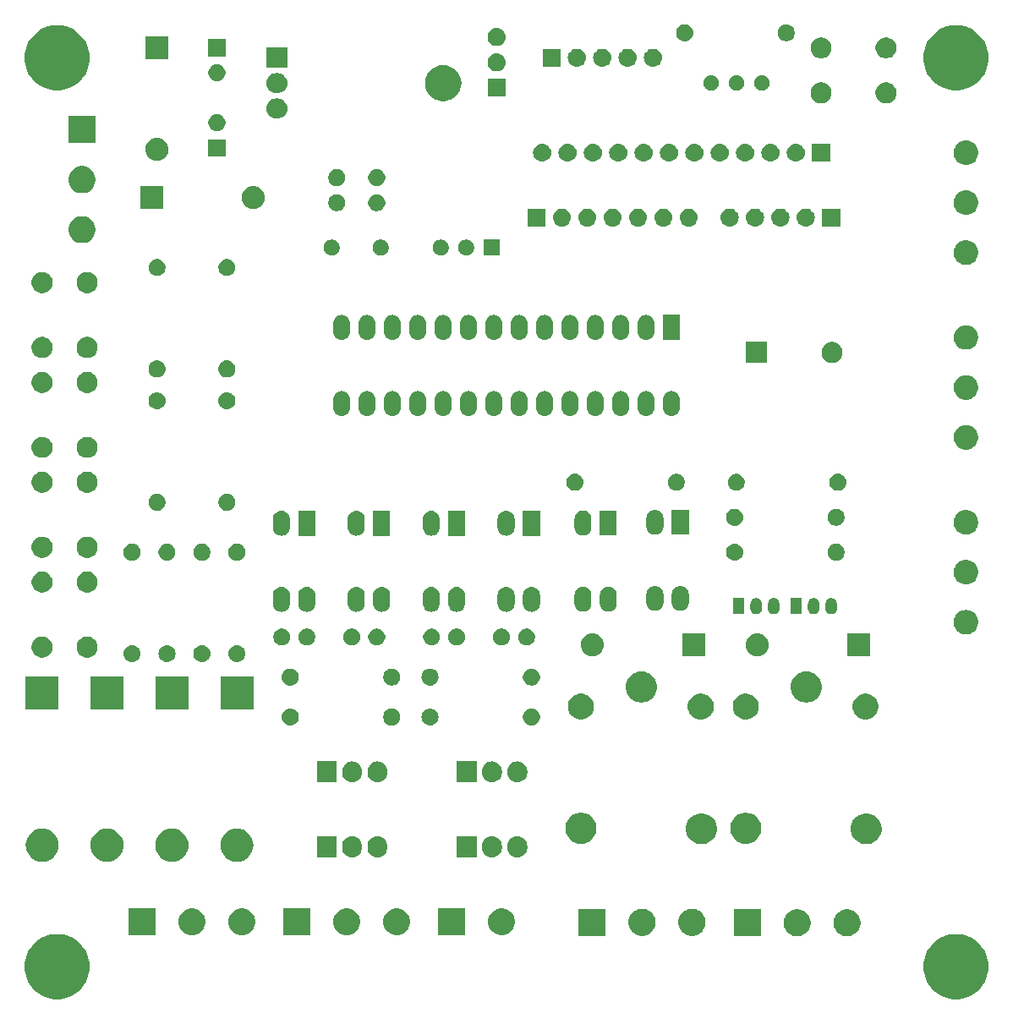
<source format=gbr>
G04 #@! TF.GenerationSoftware,KiCad,Pcbnew,(5.1.4)-1*
G04 #@! TF.CreationDate,2021-08-27T17:13:55-03:00*
G04 #@! TF.ProjectId,INYECTORES,494e5945-4354-44f5-9245-532e6b696361,rev?*
G04 #@! TF.SameCoordinates,Original*
G04 #@! TF.FileFunction,Soldermask,Bot*
G04 #@! TF.FilePolarity,Negative*
%FSLAX46Y46*%
G04 Gerber Fmt 4.6, Leading zero omitted, Abs format (unit mm)*
G04 Created by KiCad (PCBNEW (5.1.4)-1) date 2021-08-27 17:13:55*
%MOMM*%
%LPD*%
G04 APERTURE LIST*
%ADD10C,0.100000*%
G04 APERTURE END LIST*
D10*
G36*
X195634239Y-142311467D02*
G01*
X195948282Y-142373934D01*
X196539926Y-142619001D01*
X197072392Y-142974784D01*
X197525216Y-143427608D01*
X197880999Y-143960074D01*
X198126066Y-144551718D01*
X198251000Y-145179804D01*
X198251000Y-145820196D01*
X198126066Y-146448282D01*
X197880999Y-147039926D01*
X197525216Y-147572392D01*
X197072392Y-148025216D01*
X196539926Y-148380999D01*
X195948282Y-148626066D01*
X195634239Y-148688533D01*
X195320197Y-148751000D01*
X194679803Y-148751000D01*
X194365761Y-148688533D01*
X194051718Y-148626066D01*
X193460074Y-148380999D01*
X192927608Y-148025216D01*
X192474784Y-147572392D01*
X192119001Y-147039926D01*
X191873934Y-146448282D01*
X191749000Y-145820196D01*
X191749000Y-145179804D01*
X191873934Y-144551718D01*
X192119001Y-143960074D01*
X192474784Y-143427608D01*
X192927608Y-142974784D01*
X193460074Y-142619001D01*
X194051718Y-142373934D01*
X194365761Y-142311467D01*
X194679803Y-142249000D01*
X195320197Y-142249000D01*
X195634239Y-142311467D01*
X195634239Y-142311467D01*
G37*
G36*
X105634239Y-142311467D02*
G01*
X105948282Y-142373934D01*
X106539926Y-142619001D01*
X107072392Y-142974784D01*
X107525216Y-143427608D01*
X107880999Y-143960074D01*
X108126066Y-144551718D01*
X108251000Y-145179804D01*
X108251000Y-145820196D01*
X108126066Y-146448282D01*
X107880999Y-147039926D01*
X107525216Y-147572392D01*
X107072392Y-148025216D01*
X106539926Y-148380999D01*
X105948282Y-148626066D01*
X105634239Y-148688533D01*
X105320197Y-148751000D01*
X104679803Y-148751000D01*
X104365761Y-148688533D01*
X104051718Y-148626066D01*
X103460074Y-148380999D01*
X102927608Y-148025216D01*
X102474784Y-147572392D01*
X102119001Y-147039926D01*
X101873934Y-146448282D01*
X101749000Y-145820196D01*
X101749000Y-145179804D01*
X101873934Y-144551718D01*
X102119001Y-143960074D01*
X102474784Y-143427608D01*
X102927608Y-142974784D01*
X103460074Y-142619001D01*
X104051718Y-142373934D01*
X104365761Y-142311467D01*
X104679803Y-142249000D01*
X105320197Y-142249000D01*
X105634239Y-142311467D01*
X105634239Y-142311467D01*
G37*
G36*
X179494072Y-139800918D02*
G01*
X179631297Y-139857758D01*
X179739939Y-139902759D01*
X179851328Y-139977187D01*
X179961211Y-140050609D01*
X180149391Y-140238789D01*
X180297242Y-140460063D01*
X180399082Y-140705928D01*
X180451000Y-140966937D01*
X180451000Y-141233063D01*
X180399082Y-141494072D01*
X180297242Y-141739937D01*
X180149391Y-141961211D01*
X179961211Y-142149391D01*
X179889597Y-142197242D01*
X179739939Y-142297241D01*
X179739938Y-142297242D01*
X179739937Y-142297242D01*
X179494072Y-142399082D01*
X179233063Y-142451000D01*
X178966937Y-142451000D01*
X178705928Y-142399082D01*
X178460063Y-142297242D01*
X178460062Y-142297242D01*
X178460061Y-142297241D01*
X178310403Y-142197242D01*
X178238789Y-142149391D01*
X178050609Y-141961211D01*
X177902758Y-141739937D01*
X177800918Y-141494072D01*
X177749000Y-141233063D01*
X177749000Y-140966937D01*
X177800918Y-140705928D01*
X177902758Y-140460063D01*
X178050609Y-140238789D01*
X178238789Y-140050609D01*
X178348672Y-139977187D01*
X178460061Y-139902759D01*
X178568704Y-139857758D01*
X178705928Y-139800918D01*
X178966937Y-139749000D01*
X179233063Y-139749000D01*
X179494072Y-139800918D01*
X179494072Y-139800918D01*
G37*
G36*
X175451000Y-142451000D02*
G01*
X172749000Y-142451000D01*
X172749000Y-139749000D01*
X175451000Y-139749000D01*
X175451000Y-142451000D01*
X175451000Y-142451000D01*
G37*
G36*
X184494072Y-139800918D02*
G01*
X184631297Y-139857758D01*
X184739939Y-139902759D01*
X184851328Y-139977187D01*
X184961211Y-140050609D01*
X185149391Y-140238789D01*
X185297242Y-140460063D01*
X185399082Y-140705928D01*
X185451000Y-140966937D01*
X185451000Y-141233063D01*
X185399082Y-141494072D01*
X185297242Y-141739937D01*
X185149391Y-141961211D01*
X184961211Y-142149391D01*
X184889597Y-142197242D01*
X184739939Y-142297241D01*
X184739938Y-142297242D01*
X184739937Y-142297242D01*
X184494072Y-142399082D01*
X184233063Y-142451000D01*
X183966937Y-142451000D01*
X183705928Y-142399082D01*
X183460063Y-142297242D01*
X183460062Y-142297242D01*
X183460061Y-142297241D01*
X183310403Y-142197242D01*
X183238789Y-142149391D01*
X183050609Y-141961211D01*
X182902758Y-141739937D01*
X182800918Y-141494072D01*
X182749000Y-141233063D01*
X182749000Y-140966937D01*
X182800918Y-140705928D01*
X182902758Y-140460063D01*
X183050609Y-140238789D01*
X183238789Y-140050609D01*
X183348672Y-139977187D01*
X183460061Y-139902759D01*
X183568704Y-139857758D01*
X183705928Y-139800918D01*
X183966937Y-139749000D01*
X184233063Y-139749000D01*
X184494072Y-139800918D01*
X184494072Y-139800918D01*
G37*
G36*
X168929293Y-139749000D02*
G01*
X168964072Y-139755918D01*
X169209939Y-139857759D01*
X169277284Y-139902758D01*
X169431211Y-140005609D01*
X169619391Y-140193789D01*
X169767242Y-140415063D01*
X169869082Y-140660928D01*
X169921000Y-140921937D01*
X169921000Y-141188063D01*
X169869082Y-141449072D01*
X169790024Y-141639937D01*
X169767241Y-141694939D01*
X169619390Y-141916212D01*
X169431212Y-142104390D01*
X169209939Y-142252241D01*
X169209938Y-142252242D01*
X169209937Y-142252242D01*
X168964072Y-142354082D01*
X168703063Y-142406000D01*
X168436937Y-142406000D01*
X168175928Y-142354082D01*
X167930063Y-142252242D01*
X167930062Y-142252242D01*
X167930061Y-142252241D01*
X167708788Y-142104390D01*
X167520610Y-141916212D01*
X167372759Y-141694939D01*
X167349977Y-141639937D01*
X167270918Y-141449072D01*
X167219000Y-141188063D01*
X167219000Y-140921937D01*
X167270918Y-140660928D01*
X167372758Y-140415063D01*
X167520609Y-140193789D01*
X167708789Y-140005609D01*
X167862716Y-139902758D01*
X167930061Y-139857759D01*
X168175928Y-139755918D01*
X168210707Y-139749000D01*
X168436937Y-139704000D01*
X168703063Y-139704000D01*
X168929293Y-139749000D01*
X168929293Y-139749000D01*
G37*
G36*
X159921000Y-142406000D02*
G01*
X157219000Y-142406000D01*
X157219000Y-139704000D01*
X159921000Y-139704000D01*
X159921000Y-142406000D01*
X159921000Y-142406000D01*
G37*
G36*
X163929293Y-139749000D02*
G01*
X163964072Y-139755918D01*
X164209939Y-139857759D01*
X164277284Y-139902758D01*
X164431211Y-140005609D01*
X164619391Y-140193789D01*
X164767242Y-140415063D01*
X164869082Y-140660928D01*
X164921000Y-140921937D01*
X164921000Y-141188063D01*
X164869082Y-141449072D01*
X164790024Y-141639937D01*
X164767241Y-141694939D01*
X164619390Y-141916212D01*
X164431212Y-142104390D01*
X164209939Y-142252241D01*
X164209938Y-142252242D01*
X164209937Y-142252242D01*
X163964072Y-142354082D01*
X163703063Y-142406000D01*
X163436937Y-142406000D01*
X163175928Y-142354082D01*
X162930063Y-142252242D01*
X162930062Y-142252242D01*
X162930061Y-142252241D01*
X162708788Y-142104390D01*
X162520610Y-141916212D01*
X162372759Y-141694939D01*
X162349977Y-141639937D01*
X162270918Y-141449072D01*
X162219000Y-141188063D01*
X162219000Y-140921937D01*
X162270918Y-140660928D01*
X162372758Y-140415063D01*
X162520609Y-140193789D01*
X162708789Y-140005609D01*
X162862716Y-139902758D01*
X162930061Y-139857759D01*
X163175928Y-139755918D01*
X163210707Y-139749000D01*
X163436937Y-139704000D01*
X163703063Y-139704000D01*
X163929293Y-139749000D01*
X163929293Y-139749000D01*
G37*
G36*
X114851000Y-142351000D02*
G01*
X112149000Y-142351000D01*
X112149000Y-139649000D01*
X114851000Y-139649000D01*
X114851000Y-142351000D01*
X114851000Y-142351000D01*
G37*
G36*
X130351000Y-142351000D02*
G01*
X127649000Y-142351000D01*
X127649000Y-139649000D01*
X130351000Y-139649000D01*
X130351000Y-142351000D01*
X130351000Y-142351000D01*
G37*
G36*
X134394072Y-139700918D02*
G01*
X134635495Y-139800918D01*
X134639939Y-139802759D01*
X134722250Y-139857758D01*
X134861211Y-139950609D01*
X135049391Y-140138789D01*
X135197242Y-140360063D01*
X135238662Y-140460061D01*
X135299082Y-140605928D01*
X135351000Y-140866938D01*
X135351000Y-141133062D01*
X135299082Y-141394072D01*
X135197241Y-141639939D01*
X135049390Y-141861212D01*
X134861212Y-142049390D01*
X134639939Y-142197241D01*
X134639938Y-142197242D01*
X134639937Y-142197242D01*
X134394072Y-142299082D01*
X134133063Y-142351000D01*
X133866937Y-142351000D01*
X133605928Y-142299082D01*
X133360063Y-142197242D01*
X133360062Y-142197242D01*
X133360061Y-142197241D01*
X133138788Y-142049390D01*
X132950610Y-141861212D01*
X132802759Y-141639939D01*
X132700918Y-141394072D01*
X132649000Y-141133062D01*
X132649000Y-140866938D01*
X132700918Y-140605928D01*
X132761338Y-140460061D01*
X132802758Y-140360063D01*
X132950609Y-140138789D01*
X133138789Y-139950609D01*
X133277750Y-139857758D01*
X133360061Y-139802759D01*
X133364506Y-139800918D01*
X133605928Y-139700918D01*
X133866937Y-139649000D01*
X134133063Y-139649000D01*
X134394072Y-139700918D01*
X134394072Y-139700918D01*
G37*
G36*
X139394072Y-139700918D02*
G01*
X139635495Y-139800918D01*
X139639939Y-139802759D01*
X139722250Y-139857758D01*
X139861211Y-139950609D01*
X140049391Y-140138789D01*
X140197242Y-140360063D01*
X140238662Y-140460061D01*
X140299082Y-140605928D01*
X140351000Y-140866938D01*
X140351000Y-141133062D01*
X140299082Y-141394072D01*
X140197241Y-141639939D01*
X140049390Y-141861212D01*
X139861212Y-142049390D01*
X139639939Y-142197241D01*
X139639938Y-142197242D01*
X139639937Y-142197242D01*
X139394072Y-142299082D01*
X139133063Y-142351000D01*
X138866937Y-142351000D01*
X138605928Y-142299082D01*
X138360063Y-142197242D01*
X138360062Y-142197242D01*
X138360061Y-142197241D01*
X138138788Y-142049390D01*
X137950610Y-141861212D01*
X137802759Y-141639939D01*
X137700918Y-141394072D01*
X137649000Y-141133062D01*
X137649000Y-140866938D01*
X137700918Y-140605928D01*
X137761338Y-140460061D01*
X137802758Y-140360063D01*
X137950609Y-140138789D01*
X138138789Y-139950609D01*
X138277750Y-139857758D01*
X138360061Y-139802759D01*
X138364506Y-139800918D01*
X138605928Y-139700918D01*
X138866937Y-139649000D01*
X139133063Y-139649000D01*
X139394072Y-139700918D01*
X139394072Y-139700918D01*
G37*
G36*
X149894072Y-139700918D02*
G01*
X150135495Y-139800918D01*
X150139939Y-139802759D01*
X150222250Y-139857758D01*
X150361211Y-139950609D01*
X150549391Y-140138789D01*
X150697242Y-140360063D01*
X150738662Y-140460061D01*
X150799082Y-140605928D01*
X150851000Y-140866938D01*
X150851000Y-141133062D01*
X150799082Y-141394072D01*
X150697241Y-141639939D01*
X150549390Y-141861212D01*
X150361212Y-142049390D01*
X150139939Y-142197241D01*
X150139938Y-142197242D01*
X150139937Y-142197242D01*
X149894072Y-142299082D01*
X149633063Y-142351000D01*
X149366937Y-142351000D01*
X149105928Y-142299082D01*
X148860063Y-142197242D01*
X148860062Y-142197242D01*
X148860061Y-142197241D01*
X148638788Y-142049390D01*
X148450610Y-141861212D01*
X148302759Y-141639939D01*
X148200918Y-141394072D01*
X148149000Y-141133062D01*
X148149000Y-140866938D01*
X148200918Y-140605928D01*
X148261338Y-140460061D01*
X148302758Y-140360063D01*
X148450609Y-140138789D01*
X148638789Y-139950609D01*
X148777750Y-139857758D01*
X148860061Y-139802759D01*
X148864506Y-139800918D01*
X149105928Y-139700918D01*
X149366937Y-139649000D01*
X149633063Y-139649000D01*
X149894072Y-139700918D01*
X149894072Y-139700918D01*
G37*
G36*
X145851000Y-142351000D02*
G01*
X143149000Y-142351000D01*
X143149000Y-139649000D01*
X145851000Y-139649000D01*
X145851000Y-142351000D01*
X145851000Y-142351000D01*
G37*
G36*
X118894072Y-139700918D02*
G01*
X119135495Y-139800918D01*
X119139939Y-139802759D01*
X119222250Y-139857758D01*
X119361211Y-139950609D01*
X119549391Y-140138789D01*
X119697242Y-140360063D01*
X119738662Y-140460061D01*
X119799082Y-140605928D01*
X119851000Y-140866938D01*
X119851000Y-141133062D01*
X119799082Y-141394072D01*
X119697241Y-141639939D01*
X119549390Y-141861212D01*
X119361212Y-142049390D01*
X119139939Y-142197241D01*
X119139938Y-142197242D01*
X119139937Y-142197242D01*
X118894072Y-142299082D01*
X118633063Y-142351000D01*
X118366937Y-142351000D01*
X118105928Y-142299082D01*
X117860063Y-142197242D01*
X117860062Y-142197242D01*
X117860061Y-142197241D01*
X117638788Y-142049390D01*
X117450610Y-141861212D01*
X117302759Y-141639939D01*
X117200918Y-141394072D01*
X117149000Y-141133062D01*
X117149000Y-140866938D01*
X117200918Y-140605928D01*
X117261338Y-140460061D01*
X117302758Y-140360063D01*
X117450609Y-140138789D01*
X117638789Y-139950609D01*
X117777750Y-139857758D01*
X117860061Y-139802759D01*
X117864506Y-139800918D01*
X118105928Y-139700918D01*
X118366937Y-139649000D01*
X118633063Y-139649000D01*
X118894072Y-139700918D01*
X118894072Y-139700918D01*
G37*
G36*
X123894072Y-139700918D02*
G01*
X124135495Y-139800918D01*
X124139939Y-139802759D01*
X124222250Y-139857758D01*
X124361211Y-139950609D01*
X124549391Y-140138789D01*
X124697242Y-140360063D01*
X124738662Y-140460061D01*
X124799082Y-140605928D01*
X124851000Y-140866938D01*
X124851000Y-141133062D01*
X124799082Y-141394072D01*
X124697241Y-141639939D01*
X124549390Y-141861212D01*
X124361212Y-142049390D01*
X124139939Y-142197241D01*
X124139938Y-142197242D01*
X124139937Y-142197242D01*
X123894072Y-142299082D01*
X123633063Y-142351000D01*
X123366937Y-142351000D01*
X123105928Y-142299082D01*
X122860063Y-142197242D01*
X122860062Y-142197242D01*
X122860061Y-142197241D01*
X122638788Y-142049390D01*
X122450610Y-141861212D01*
X122302759Y-141639939D01*
X122200918Y-141394072D01*
X122149000Y-141133062D01*
X122149000Y-140866938D01*
X122200918Y-140605928D01*
X122261338Y-140460061D01*
X122302758Y-140360063D01*
X122450609Y-140138789D01*
X122638789Y-139950609D01*
X122777750Y-139857758D01*
X122860061Y-139802759D01*
X122864506Y-139800918D01*
X123105928Y-139700918D01*
X123366937Y-139649000D01*
X123633063Y-139649000D01*
X123894072Y-139700918D01*
X123894072Y-139700918D01*
G37*
G36*
X123323651Y-131712888D02*
G01*
X123576938Y-131789722D01*
X123601902Y-131797295D01*
X123634870Y-131807296D01*
X123921680Y-131960599D01*
X123921683Y-131960601D01*
X123921684Y-131960602D01*
X124173082Y-132166918D01*
X124379398Y-132418316D01*
X124379401Y-132418320D01*
X124532704Y-132705130D01*
X124627112Y-133016349D01*
X124658988Y-133340000D01*
X124627112Y-133663651D01*
X124627111Y-133663653D01*
X124535738Y-133964870D01*
X124532704Y-133974870D01*
X124379401Y-134261680D01*
X124379399Y-134261683D01*
X124379398Y-134261684D01*
X124173082Y-134513082D01*
X123933869Y-134709398D01*
X123921680Y-134719401D01*
X123634870Y-134872704D01*
X123323651Y-134967112D01*
X123081107Y-134991000D01*
X122918893Y-134991000D01*
X122676349Y-134967112D01*
X122365130Y-134872704D01*
X122078320Y-134719401D01*
X122066131Y-134709398D01*
X121826918Y-134513082D01*
X121620602Y-134261684D01*
X121620601Y-134261683D01*
X121620599Y-134261680D01*
X121467296Y-133974870D01*
X121464263Y-133964870D01*
X121372889Y-133663653D01*
X121372888Y-133663651D01*
X121341012Y-133340000D01*
X121372888Y-133016349D01*
X121467296Y-132705130D01*
X121620599Y-132418320D01*
X121620602Y-132418316D01*
X121826918Y-132166918D01*
X122078316Y-131960602D01*
X122078317Y-131960601D01*
X122078320Y-131960599D01*
X122365130Y-131807296D01*
X122398099Y-131797295D01*
X122423062Y-131789722D01*
X122676349Y-131712888D01*
X122918893Y-131689000D01*
X123081107Y-131689000D01*
X123323651Y-131712888D01*
X123323651Y-131712888D01*
G37*
G36*
X110323651Y-131702888D02*
G01*
X110634870Y-131797296D01*
X110921680Y-131950599D01*
X110921683Y-131950601D01*
X110921684Y-131950602D01*
X111173082Y-132156918D01*
X111379398Y-132408316D01*
X111379401Y-132408320D01*
X111532704Y-132695130D01*
X111532705Y-132695133D01*
X111535738Y-132705133D01*
X111627112Y-133006349D01*
X111658988Y-133330000D01*
X111627112Y-133653651D01*
X111599638Y-133744219D01*
X111542257Y-133933380D01*
X111532704Y-133964870D01*
X111379401Y-134251680D01*
X111379399Y-134251683D01*
X111379398Y-134251684D01*
X111173082Y-134503082D01*
X110921684Y-134709398D01*
X110921680Y-134709401D01*
X110634870Y-134862704D01*
X110634867Y-134862705D01*
X110576938Y-134880278D01*
X110323651Y-134957112D01*
X110081107Y-134981000D01*
X109918893Y-134981000D01*
X109676349Y-134957112D01*
X109423062Y-134880278D01*
X109365133Y-134862705D01*
X109365130Y-134862704D01*
X109078320Y-134709401D01*
X109078316Y-134709398D01*
X108826918Y-134503082D01*
X108620602Y-134251684D01*
X108620601Y-134251683D01*
X108620599Y-134251680D01*
X108467296Y-133964870D01*
X108457744Y-133933380D01*
X108400362Y-133744219D01*
X108372888Y-133653651D01*
X108341012Y-133330000D01*
X108372888Y-133006349D01*
X108464262Y-132705133D01*
X108467295Y-132695133D01*
X108467296Y-132695130D01*
X108620599Y-132408320D01*
X108620602Y-132408316D01*
X108826918Y-132156918D01*
X109078316Y-131950602D01*
X109078317Y-131950601D01*
X109078320Y-131950599D01*
X109365130Y-131797296D01*
X109676349Y-131702888D01*
X109918893Y-131679000D01*
X110081107Y-131679000D01*
X110323651Y-131702888D01*
X110323651Y-131702888D01*
G37*
G36*
X103823651Y-131702888D02*
G01*
X104134870Y-131797296D01*
X104421680Y-131950599D01*
X104421683Y-131950601D01*
X104421684Y-131950602D01*
X104673082Y-132156918D01*
X104879398Y-132408316D01*
X104879401Y-132408320D01*
X105032704Y-132695130D01*
X105032705Y-132695133D01*
X105035738Y-132705133D01*
X105127112Y-133006349D01*
X105158988Y-133330000D01*
X105127112Y-133653651D01*
X105099638Y-133744219D01*
X105042257Y-133933380D01*
X105032704Y-133964870D01*
X104879401Y-134251680D01*
X104879399Y-134251683D01*
X104879398Y-134251684D01*
X104673082Y-134503082D01*
X104421684Y-134709398D01*
X104421680Y-134709401D01*
X104134870Y-134862704D01*
X104134867Y-134862705D01*
X104076938Y-134880278D01*
X103823651Y-134957112D01*
X103581107Y-134981000D01*
X103418893Y-134981000D01*
X103176349Y-134957112D01*
X102923062Y-134880278D01*
X102865133Y-134862705D01*
X102865130Y-134862704D01*
X102578320Y-134709401D01*
X102578316Y-134709398D01*
X102326918Y-134503082D01*
X102120602Y-134251684D01*
X102120601Y-134251683D01*
X102120599Y-134251680D01*
X101967296Y-133964870D01*
X101957744Y-133933380D01*
X101900362Y-133744219D01*
X101872888Y-133653651D01*
X101841012Y-133330000D01*
X101872888Y-133006349D01*
X101964262Y-132705133D01*
X101967295Y-132695133D01*
X101967296Y-132695130D01*
X102120599Y-132408320D01*
X102120602Y-132408316D01*
X102326918Y-132156918D01*
X102578316Y-131950602D01*
X102578317Y-131950601D01*
X102578320Y-131950599D01*
X102865130Y-131797296D01*
X103176349Y-131702888D01*
X103418893Y-131679000D01*
X103581107Y-131679000D01*
X103823651Y-131702888D01*
X103823651Y-131702888D01*
G37*
G36*
X116823651Y-131702888D02*
G01*
X117134870Y-131797296D01*
X117421680Y-131950599D01*
X117421683Y-131950601D01*
X117421684Y-131950602D01*
X117673082Y-132156918D01*
X117879398Y-132408316D01*
X117879401Y-132408320D01*
X118032704Y-132695130D01*
X118032705Y-132695133D01*
X118035738Y-132705133D01*
X118127112Y-133006349D01*
X118158988Y-133330000D01*
X118127112Y-133653651D01*
X118099638Y-133744219D01*
X118042257Y-133933380D01*
X118032704Y-133964870D01*
X117879401Y-134251680D01*
X117879399Y-134251683D01*
X117879398Y-134251684D01*
X117673082Y-134503082D01*
X117421684Y-134709398D01*
X117421680Y-134709401D01*
X117134870Y-134862704D01*
X117134867Y-134862705D01*
X117076938Y-134880278D01*
X116823651Y-134957112D01*
X116581107Y-134981000D01*
X116418893Y-134981000D01*
X116176349Y-134957112D01*
X115923062Y-134880278D01*
X115865133Y-134862705D01*
X115865130Y-134862704D01*
X115578320Y-134709401D01*
X115578316Y-134709398D01*
X115326918Y-134503082D01*
X115120602Y-134251684D01*
X115120601Y-134251683D01*
X115120599Y-134251680D01*
X114967296Y-133964870D01*
X114957744Y-133933380D01*
X114900362Y-133744219D01*
X114872888Y-133653651D01*
X114841012Y-133330000D01*
X114872888Y-133006349D01*
X114964262Y-132705133D01*
X114967295Y-132695133D01*
X114967296Y-132695130D01*
X115120599Y-132408320D01*
X115120602Y-132408316D01*
X115326918Y-132156918D01*
X115578316Y-131950602D01*
X115578317Y-131950601D01*
X115578320Y-131950599D01*
X115865130Y-131797296D01*
X116176349Y-131702888D01*
X116418893Y-131679000D01*
X116581107Y-131679000D01*
X116823651Y-131702888D01*
X116823651Y-131702888D01*
G37*
G36*
X151276719Y-132463520D02*
G01*
X151465880Y-132520901D01*
X151465883Y-132520902D01*
X151558333Y-132570318D01*
X151640212Y-132614083D01*
X151793015Y-132739485D01*
X151918417Y-132892288D01*
X152011599Y-133066619D01*
X152068980Y-133255780D01*
X152083500Y-133403206D01*
X152083500Y-133596793D01*
X152068980Y-133744219D01*
X152011599Y-133933380D01*
X152011598Y-133933383D01*
X151962182Y-134025833D01*
X151918417Y-134107712D01*
X151793015Y-134260515D01*
X151640212Y-134385917D01*
X151465881Y-134479099D01*
X151276720Y-134536480D01*
X151080000Y-134555855D01*
X150883281Y-134536480D01*
X150694120Y-134479099D01*
X150519788Y-134385917D01*
X150366985Y-134260515D01*
X150241583Y-134107712D01*
X150148401Y-133933381D01*
X150091020Y-133744220D01*
X150076500Y-133596794D01*
X150076500Y-133403207D01*
X150091020Y-133255781D01*
X150148401Y-133066620D01*
X150148402Y-133066617D01*
X150234927Y-132904741D01*
X150241583Y-132892288D01*
X150366985Y-132739485D01*
X150519788Y-132614083D01*
X150694119Y-132520901D01*
X150883280Y-132463520D01*
X151080000Y-132444145D01*
X151276719Y-132463520D01*
X151276719Y-132463520D01*
G37*
G36*
X134736719Y-132463520D02*
G01*
X134925880Y-132520901D01*
X134925883Y-132520902D01*
X135018333Y-132570318D01*
X135100212Y-132614083D01*
X135253015Y-132739485D01*
X135378417Y-132892288D01*
X135471599Y-133066619D01*
X135528980Y-133255780D01*
X135543500Y-133403206D01*
X135543500Y-133596793D01*
X135528980Y-133744219D01*
X135471599Y-133933380D01*
X135471598Y-133933383D01*
X135422182Y-134025833D01*
X135378417Y-134107712D01*
X135253015Y-134260515D01*
X135100212Y-134385917D01*
X134925881Y-134479099D01*
X134736720Y-134536480D01*
X134540000Y-134555855D01*
X134343281Y-134536480D01*
X134154120Y-134479099D01*
X133979788Y-134385917D01*
X133826985Y-134260515D01*
X133701583Y-134107712D01*
X133608401Y-133933381D01*
X133551020Y-133744220D01*
X133536500Y-133596794D01*
X133536500Y-133403207D01*
X133551020Y-133255781D01*
X133608401Y-133066620D01*
X133608402Y-133066617D01*
X133694927Y-132904741D01*
X133701583Y-132892288D01*
X133826985Y-132739485D01*
X133979788Y-132614083D01*
X134154119Y-132520901D01*
X134343280Y-132463520D01*
X134540000Y-132444145D01*
X134736719Y-132463520D01*
X134736719Y-132463520D01*
G37*
G36*
X137276719Y-132463520D02*
G01*
X137465880Y-132520901D01*
X137465883Y-132520902D01*
X137558333Y-132570318D01*
X137640212Y-132614083D01*
X137793015Y-132739485D01*
X137918417Y-132892288D01*
X138011599Y-133066619D01*
X138068980Y-133255780D01*
X138083500Y-133403206D01*
X138083500Y-133596793D01*
X138068980Y-133744219D01*
X138011599Y-133933380D01*
X138011598Y-133933383D01*
X137962182Y-134025833D01*
X137918417Y-134107712D01*
X137793015Y-134260515D01*
X137640212Y-134385917D01*
X137465881Y-134479099D01*
X137276720Y-134536480D01*
X137080000Y-134555855D01*
X136883281Y-134536480D01*
X136694120Y-134479099D01*
X136519788Y-134385917D01*
X136366985Y-134260515D01*
X136241583Y-134107712D01*
X136148401Y-133933381D01*
X136091020Y-133744220D01*
X136076500Y-133596794D01*
X136076500Y-133403207D01*
X136091020Y-133255781D01*
X136148401Y-133066620D01*
X136148402Y-133066617D01*
X136234927Y-132904741D01*
X136241583Y-132892288D01*
X136366985Y-132739485D01*
X136519788Y-132614083D01*
X136694119Y-132520901D01*
X136883280Y-132463520D01*
X137080000Y-132444145D01*
X137276719Y-132463520D01*
X137276719Y-132463520D01*
G37*
G36*
X148736719Y-132463520D02*
G01*
X148925880Y-132520901D01*
X148925883Y-132520902D01*
X149018333Y-132570318D01*
X149100212Y-132614083D01*
X149253015Y-132739485D01*
X149378417Y-132892288D01*
X149471599Y-133066619D01*
X149528980Y-133255780D01*
X149543500Y-133403206D01*
X149543500Y-133596793D01*
X149528980Y-133744219D01*
X149471599Y-133933380D01*
X149471598Y-133933383D01*
X149422182Y-134025833D01*
X149378417Y-134107712D01*
X149253015Y-134260515D01*
X149100212Y-134385917D01*
X148925881Y-134479099D01*
X148736720Y-134536480D01*
X148540000Y-134555855D01*
X148343281Y-134536480D01*
X148154120Y-134479099D01*
X147979788Y-134385917D01*
X147826985Y-134260515D01*
X147701583Y-134107712D01*
X147608401Y-133933381D01*
X147551020Y-133744220D01*
X147536500Y-133596794D01*
X147536500Y-133403207D01*
X147551020Y-133255781D01*
X147608401Y-133066620D01*
X147608402Y-133066617D01*
X147694927Y-132904741D01*
X147701583Y-132892288D01*
X147826985Y-132739485D01*
X147979788Y-132614083D01*
X148154119Y-132520901D01*
X148343280Y-132463520D01*
X148540000Y-132444145D01*
X148736719Y-132463520D01*
X148736719Y-132463520D01*
G37*
G36*
X133003500Y-134551000D02*
G01*
X130996500Y-134551000D01*
X130996500Y-132449000D01*
X133003500Y-132449000D01*
X133003500Y-134551000D01*
X133003500Y-134551000D01*
G37*
G36*
X147003500Y-134551000D02*
G01*
X144996500Y-134551000D01*
X144996500Y-132449000D01*
X147003500Y-132449000D01*
X147003500Y-134551000D01*
X147003500Y-134551000D01*
G37*
G36*
X169701043Y-130158604D02*
G01*
X169952410Y-130208604D01*
X170234674Y-130325521D01*
X170488705Y-130495259D01*
X170704741Y-130711295D01*
X170874479Y-130965326D01*
X170991396Y-131247590D01*
X170991396Y-131247591D01*
X171041055Y-131497240D01*
X171051000Y-131547240D01*
X171051000Y-131852760D01*
X170991396Y-132152410D01*
X170874479Y-132434674D01*
X170704741Y-132688705D01*
X170488705Y-132904741D01*
X170234674Y-133074479D01*
X169952410Y-133191396D01*
X169904127Y-133201000D01*
X169652761Y-133251000D01*
X169347239Y-133251000D01*
X169095873Y-133201000D01*
X169047590Y-133191396D01*
X168765326Y-133074479D01*
X168511295Y-132904741D01*
X168295259Y-132688705D01*
X168125521Y-132434674D01*
X168008604Y-132152410D01*
X167949000Y-131852760D01*
X167949000Y-131547240D01*
X167958946Y-131497240D01*
X168008604Y-131247591D01*
X168008604Y-131247590D01*
X168125521Y-130965326D01*
X168295259Y-130711295D01*
X168511295Y-130495259D01*
X168765326Y-130325521D01*
X169047590Y-130208604D01*
X169298957Y-130158604D01*
X169347239Y-130149000D01*
X169652761Y-130149000D01*
X169701043Y-130158604D01*
X169701043Y-130158604D01*
G37*
G36*
X186201043Y-130158604D02*
G01*
X186452410Y-130208604D01*
X186734674Y-130325521D01*
X186988705Y-130495259D01*
X187204741Y-130711295D01*
X187374479Y-130965326D01*
X187491396Y-131247590D01*
X187491396Y-131247591D01*
X187541055Y-131497240D01*
X187551000Y-131547240D01*
X187551000Y-131852760D01*
X187491396Y-132152410D01*
X187374479Y-132434674D01*
X187204741Y-132688705D01*
X186988705Y-132904741D01*
X186734674Y-133074479D01*
X186452410Y-133191396D01*
X186404127Y-133201000D01*
X186152761Y-133251000D01*
X185847239Y-133251000D01*
X185595873Y-133201000D01*
X185547590Y-133191396D01*
X185265326Y-133074479D01*
X185011295Y-132904741D01*
X184795259Y-132688705D01*
X184625521Y-132434674D01*
X184508604Y-132152410D01*
X184449000Y-131852760D01*
X184449000Y-131547240D01*
X184458946Y-131497240D01*
X184508604Y-131247591D01*
X184508604Y-131247590D01*
X184625521Y-130965326D01*
X184795259Y-130711295D01*
X185011295Y-130495259D01*
X185265326Y-130325521D01*
X185547590Y-130208604D01*
X185798957Y-130158604D01*
X185847239Y-130149000D01*
X186152761Y-130149000D01*
X186201043Y-130158604D01*
X186201043Y-130158604D01*
G37*
G36*
X157752585Y-130128802D02*
G01*
X157902410Y-130158604D01*
X158184674Y-130275521D01*
X158438705Y-130445259D01*
X158654741Y-130661295D01*
X158824479Y-130915326D01*
X158941396Y-131197590D01*
X158951342Y-131247591D01*
X159001000Y-131497239D01*
X159001000Y-131802761D01*
X158991054Y-131852761D01*
X158941396Y-132102410D01*
X158824479Y-132384674D01*
X158654741Y-132638705D01*
X158438705Y-132854741D01*
X158184674Y-133024479D01*
X157902410Y-133141396D01*
X157752585Y-133171198D01*
X157602761Y-133201000D01*
X157297239Y-133201000D01*
X157147415Y-133171198D01*
X156997590Y-133141396D01*
X156715326Y-133024479D01*
X156461295Y-132854741D01*
X156245259Y-132638705D01*
X156075521Y-132384674D01*
X155958604Y-132102410D01*
X155908946Y-131852761D01*
X155899000Y-131802761D01*
X155899000Y-131497239D01*
X155948658Y-131247591D01*
X155958604Y-131197590D01*
X156075521Y-130915326D01*
X156245259Y-130661295D01*
X156461295Y-130445259D01*
X156715326Y-130275521D01*
X156997590Y-130158604D01*
X157147415Y-130128802D01*
X157297239Y-130099000D01*
X157602761Y-130099000D01*
X157752585Y-130128802D01*
X157752585Y-130128802D01*
G37*
G36*
X174252585Y-130128802D02*
G01*
X174402410Y-130158604D01*
X174684674Y-130275521D01*
X174938705Y-130445259D01*
X175154741Y-130661295D01*
X175324479Y-130915326D01*
X175441396Y-131197590D01*
X175451342Y-131247591D01*
X175501000Y-131497239D01*
X175501000Y-131802761D01*
X175491054Y-131852761D01*
X175441396Y-132102410D01*
X175324479Y-132384674D01*
X175154741Y-132638705D01*
X174938705Y-132854741D01*
X174684674Y-133024479D01*
X174402410Y-133141396D01*
X174252585Y-133171198D01*
X174102761Y-133201000D01*
X173797239Y-133201000D01*
X173647415Y-133171198D01*
X173497590Y-133141396D01*
X173215326Y-133024479D01*
X172961295Y-132854741D01*
X172745259Y-132638705D01*
X172575521Y-132384674D01*
X172458604Y-132102410D01*
X172408946Y-131852761D01*
X172399000Y-131802761D01*
X172399000Y-131497239D01*
X172448658Y-131247591D01*
X172458604Y-131197590D01*
X172575521Y-130915326D01*
X172745259Y-130661295D01*
X172961295Y-130445259D01*
X173215326Y-130275521D01*
X173497590Y-130158604D01*
X173647415Y-130128802D01*
X173797239Y-130099000D01*
X174102761Y-130099000D01*
X174252585Y-130128802D01*
X174252585Y-130128802D01*
G37*
G36*
X148736719Y-124963520D02*
G01*
X148925880Y-125020901D01*
X148925883Y-125020902D01*
X149018333Y-125070318D01*
X149100212Y-125114083D01*
X149253015Y-125239485D01*
X149378417Y-125392288D01*
X149471599Y-125566619D01*
X149528980Y-125755780D01*
X149543500Y-125903206D01*
X149543500Y-126096793D01*
X149528980Y-126244219D01*
X149471599Y-126433380D01*
X149471598Y-126433383D01*
X149422182Y-126525833D01*
X149378417Y-126607712D01*
X149253015Y-126760515D01*
X149100212Y-126885917D01*
X148925881Y-126979099D01*
X148736720Y-127036480D01*
X148540000Y-127055855D01*
X148343281Y-127036480D01*
X148154120Y-126979099D01*
X147979788Y-126885917D01*
X147826985Y-126760515D01*
X147701583Y-126607712D01*
X147608401Y-126433381D01*
X147551020Y-126244220D01*
X147536500Y-126096794D01*
X147536500Y-125903207D01*
X147551020Y-125755781D01*
X147608401Y-125566620D01*
X147608402Y-125566617D01*
X147657818Y-125474167D01*
X147701583Y-125392288D01*
X147826985Y-125239485D01*
X147979788Y-125114083D01*
X148154119Y-125020901D01*
X148343280Y-124963520D01*
X148540000Y-124944145D01*
X148736719Y-124963520D01*
X148736719Y-124963520D01*
G37*
G36*
X137276719Y-124963520D02*
G01*
X137465880Y-125020901D01*
X137465883Y-125020902D01*
X137558333Y-125070318D01*
X137640212Y-125114083D01*
X137793015Y-125239485D01*
X137918417Y-125392288D01*
X138011599Y-125566619D01*
X138068980Y-125755780D01*
X138083500Y-125903206D01*
X138083500Y-126096793D01*
X138068980Y-126244219D01*
X138011599Y-126433380D01*
X138011598Y-126433383D01*
X137962182Y-126525833D01*
X137918417Y-126607712D01*
X137793015Y-126760515D01*
X137640212Y-126885917D01*
X137465881Y-126979099D01*
X137276720Y-127036480D01*
X137080000Y-127055855D01*
X136883281Y-127036480D01*
X136694120Y-126979099D01*
X136519788Y-126885917D01*
X136366985Y-126760515D01*
X136241583Y-126607712D01*
X136148401Y-126433381D01*
X136091020Y-126244220D01*
X136076500Y-126096794D01*
X136076500Y-125903207D01*
X136091020Y-125755781D01*
X136148401Y-125566620D01*
X136148402Y-125566617D01*
X136197818Y-125474167D01*
X136241583Y-125392288D01*
X136366985Y-125239485D01*
X136519788Y-125114083D01*
X136694119Y-125020901D01*
X136883280Y-124963520D01*
X137080000Y-124944145D01*
X137276719Y-124963520D01*
X137276719Y-124963520D01*
G37*
G36*
X134736719Y-124963520D02*
G01*
X134925880Y-125020901D01*
X134925883Y-125020902D01*
X135018333Y-125070318D01*
X135100212Y-125114083D01*
X135253015Y-125239485D01*
X135378417Y-125392288D01*
X135471599Y-125566619D01*
X135528980Y-125755780D01*
X135543500Y-125903206D01*
X135543500Y-126096793D01*
X135528980Y-126244219D01*
X135471599Y-126433380D01*
X135471598Y-126433383D01*
X135422182Y-126525833D01*
X135378417Y-126607712D01*
X135253015Y-126760515D01*
X135100212Y-126885917D01*
X134925881Y-126979099D01*
X134736720Y-127036480D01*
X134540000Y-127055855D01*
X134343281Y-127036480D01*
X134154120Y-126979099D01*
X133979788Y-126885917D01*
X133826985Y-126760515D01*
X133701583Y-126607712D01*
X133608401Y-126433381D01*
X133551020Y-126244220D01*
X133536500Y-126096794D01*
X133536500Y-125903207D01*
X133551020Y-125755781D01*
X133608401Y-125566620D01*
X133608402Y-125566617D01*
X133657818Y-125474167D01*
X133701583Y-125392288D01*
X133826985Y-125239485D01*
X133979788Y-125114083D01*
X134154119Y-125020901D01*
X134343280Y-124963520D01*
X134540000Y-124944145D01*
X134736719Y-124963520D01*
X134736719Y-124963520D01*
G37*
G36*
X151276719Y-124963520D02*
G01*
X151465880Y-125020901D01*
X151465883Y-125020902D01*
X151558333Y-125070318D01*
X151640212Y-125114083D01*
X151793015Y-125239485D01*
X151918417Y-125392288D01*
X152011599Y-125566619D01*
X152068980Y-125755780D01*
X152083500Y-125903206D01*
X152083500Y-126096793D01*
X152068980Y-126244219D01*
X152011599Y-126433380D01*
X152011598Y-126433383D01*
X151962182Y-126525833D01*
X151918417Y-126607712D01*
X151793015Y-126760515D01*
X151640212Y-126885917D01*
X151465881Y-126979099D01*
X151276720Y-127036480D01*
X151080000Y-127055855D01*
X150883281Y-127036480D01*
X150694120Y-126979099D01*
X150519788Y-126885917D01*
X150366985Y-126760515D01*
X150241583Y-126607712D01*
X150148401Y-126433381D01*
X150091020Y-126244220D01*
X150076500Y-126096794D01*
X150076500Y-125903207D01*
X150091020Y-125755781D01*
X150148401Y-125566620D01*
X150148402Y-125566617D01*
X150197818Y-125474167D01*
X150241583Y-125392288D01*
X150366985Y-125239485D01*
X150519788Y-125114083D01*
X150694119Y-125020901D01*
X150883280Y-124963520D01*
X151080000Y-124944145D01*
X151276719Y-124963520D01*
X151276719Y-124963520D01*
G37*
G36*
X147003500Y-127051000D02*
G01*
X144996500Y-127051000D01*
X144996500Y-124949000D01*
X147003500Y-124949000D01*
X147003500Y-127051000D01*
X147003500Y-127051000D01*
G37*
G36*
X133003500Y-127051000D02*
G01*
X130996500Y-127051000D01*
X130996500Y-124949000D01*
X133003500Y-124949000D01*
X133003500Y-127051000D01*
X133003500Y-127051000D01*
G37*
G36*
X152748228Y-119681703D02*
G01*
X152903100Y-119745853D01*
X153042481Y-119838985D01*
X153161015Y-119957519D01*
X153254147Y-120096900D01*
X153318297Y-120251772D01*
X153351000Y-120416184D01*
X153351000Y-120583816D01*
X153318297Y-120748228D01*
X153254147Y-120903100D01*
X153161015Y-121042481D01*
X153042481Y-121161015D01*
X152903100Y-121254147D01*
X152748228Y-121318297D01*
X152583816Y-121351000D01*
X152416184Y-121351000D01*
X152251772Y-121318297D01*
X152096900Y-121254147D01*
X151957519Y-121161015D01*
X151838985Y-121042481D01*
X151745853Y-120903100D01*
X151681703Y-120748228D01*
X151649000Y-120583816D01*
X151649000Y-120416184D01*
X151681703Y-120251772D01*
X151745853Y-120096900D01*
X151838985Y-119957519D01*
X151957519Y-119838985D01*
X152096900Y-119745853D01*
X152251772Y-119681703D01*
X152416184Y-119649000D01*
X152583816Y-119649000D01*
X152748228Y-119681703D01*
X152748228Y-119681703D01*
G37*
G36*
X142506823Y-119661313D02*
G01*
X142667242Y-119709976D01*
X142734361Y-119745852D01*
X142815078Y-119788996D01*
X142944659Y-119895341D01*
X143051004Y-120024922D01*
X143051005Y-120024924D01*
X143130024Y-120172758D01*
X143178687Y-120333177D01*
X143195117Y-120500000D01*
X143178687Y-120666823D01*
X143130024Y-120827242D01*
X143089477Y-120903100D01*
X143051004Y-120975078D01*
X142944659Y-121104659D01*
X142815078Y-121211004D01*
X142815076Y-121211005D01*
X142667242Y-121290024D01*
X142506823Y-121338687D01*
X142381804Y-121351000D01*
X142298196Y-121351000D01*
X142173177Y-121338687D01*
X142012758Y-121290024D01*
X141864924Y-121211005D01*
X141864922Y-121211004D01*
X141735341Y-121104659D01*
X141628996Y-120975078D01*
X141590523Y-120903100D01*
X141549976Y-120827242D01*
X141501313Y-120666823D01*
X141484883Y-120500000D01*
X141501313Y-120333177D01*
X141549976Y-120172758D01*
X141628995Y-120024924D01*
X141628996Y-120024922D01*
X141735341Y-119895341D01*
X141864922Y-119788996D01*
X141945639Y-119745852D01*
X142012758Y-119709976D01*
X142173177Y-119661313D01*
X142298196Y-119649000D01*
X142381804Y-119649000D01*
X142506823Y-119661313D01*
X142506823Y-119661313D01*
G37*
G36*
X138748228Y-119681703D02*
G01*
X138903100Y-119745853D01*
X139042481Y-119838985D01*
X139161015Y-119957519D01*
X139254147Y-120096900D01*
X139318297Y-120251772D01*
X139351000Y-120416184D01*
X139351000Y-120583816D01*
X139318297Y-120748228D01*
X139254147Y-120903100D01*
X139161015Y-121042481D01*
X139042481Y-121161015D01*
X138903100Y-121254147D01*
X138748228Y-121318297D01*
X138583816Y-121351000D01*
X138416184Y-121351000D01*
X138251772Y-121318297D01*
X138096900Y-121254147D01*
X137957519Y-121161015D01*
X137838985Y-121042481D01*
X137745853Y-120903100D01*
X137681703Y-120748228D01*
X137649000Y-120583816D01*
X137649000Y-120416184D01*
X137681703Y-120251772D01*
X137745853Y-120096900D01*
X137838985Y-119957519D01*
X137957519Y-119838985D01*
X138096900Y-119745853D01*
X138251772Y-119681703D01*
X138416184Y-119649000D01*
X138583816Y-119649000D01*
X138748228Y-119681703D01*
X138748228Y-119681703D01*
G37*
G36*
X128506823Y-119661313D02*
G01*
X128667242Y-119709976D01*
X128734361Y-119745852D01*
X128815078Y-119788996D01*
X128944659Y-119895341D01*
X129051004Y-120024922D01*
X129051005Y-120024924D01*
X129130024Y-120172758D01*
X129178687Y-120333177D01*
X129195117Y-120500000D01*
X129178687Y-120666823D01*
X129130024Y-120827242D01*
X129089477Y-120903100D01*
X129051004Y-120975078D01*
X128944659Y-121104659D01*
X128815078Y-121211004D01*
X128815076Y-121211005D01*
X128667242Y-121290024D01*
X128506823Y-121338687D01*
X128381804Y-121351000D01*
X128298196Y-121351000D01*
X128173177Y-121338687D01*
X128012758Y-121290024D01*
X127864924Y-121211005D01*
X127864922Y-121211004D01*
X127735341Y-121104659D01*
X127628996Y-120975078D01*
X127590523Y-120903100D01*
X127549976Y-120827242D01*
X127501313Y-120666823D01*
X127484883Y-120500000D01*
X127501313Y-120333177D01*
X127549976Y-120172758D01*
X127628995Y-120024924D01*
X127628996Y-120024922D01*
X127735341Y-119895341D01*
X127864922Y-119788996D01*
X127945639Y-119745852D01*
X128012758Y-119709976D01*
X128173177Y-119661313D01*
X128298196Y-119649000D01*
X128381804Y-119649000D01*
X128506823Y-119661313D01*
X128506823Y-119661313D01*
G37*
G36*
X169829487Y-118198996D02*
G01*
X170066253Y-118297068D01*
X170066255Y-118297069D01*
X170279339Y-118439447D01*
X170460553Y-118620661D01*
X170602932Y-118833747D01*
X170701004Y-119070513D01*
X170751000Y-119321861D01*
X170751000Y-119578139D01*
X170701004Y-119829487D01*
X170620052Y-120024922D01*
X170602931Y-120066255D01*
X170460553Y-120279339D01*
X170279339Y-120460553D01*
X170066255Y-120602931D01*
X170066254Y-120602932D01*
X170066253Y-120602932D01*
X169829487Y-120701004D01*
X169578139Y-120751000D01*
X169321861Y-120751000D01*
X169070513Y-120701004D01*
X168833747Y-120602932D01*
X168833746Y-120602932D01*
X168833745Y-120602931D01*
X168620661Y-120460553D01*
X168439447Y-120279339D01*
X168297069Y-120066255D01*
X168279948Y-120024922D01*
X168198996Y-119829487D01*
X168149000Y-119578139D01*
X168149000Y-119321861D01*
X168198996Y-119070513D01*
X168297068Y-118833747D01*
X168439447Y-118620661D01*
X168620661Y-118439447D01*
X168833745Y-118297069D01*
X168833747Y-118297068D01*
X169070513Y-118198996D01*
X169321861Y-118149000D01*
X169578139Y-118149000D01*
X169829487Y-118198996D01*
X169829487Y-118198996D01*
G37*
G36*
X157829487Y-118198996D02*
G01*
X158066253Y-118297068D01*
X158066255Y-118297069D01*
X158279339Y-118439447D01*
X158460553Y-118620661D01*
X158602932Y-118833747D01*
X158701004Y-119070513D01*
X158751000Y-119321861D01*
X158751000Y-119578139D01*
X158701004Y-119829487D01*
X158620052Y-120024922D01*
X158602931Y-120066255D01*
X158460553Y-120279339D01*
X158279339Y-120460553D01*
X158066255Y-120602931D01*
X158066254Y-120602932D01*
X158066253Y-120602932D01*
X157829487Y-120701004D01*
X157578139Y-120751000D01*
X157321861Y-120751000D01*
X157070513Y-120701004D01*
X156833747Y-120602932D01*
X156833746Y-120602932D01*
X156833745Y-120602931D01*
X156620661Y-120460553D01*
X156439447Y-120279339D01*
X156297069Y-120066255D01*
X156279948Y-120024922D01*
X156198996Y-119829487D01*
X156149000Y-119578139D01*
X156149000Y-119321861D01*
X156198996Y-119070513D01*
X156297068Y-118833747D01*
X156439447Y-118620661D01*
X156620661Y-118439447D01*
X156833745Y-118297069D01*
X156833747Y-118297068D01*
X157070513Y-118198996D01*
X157321861Y-118149000D01*
X157578139Y-118149000D01*
X157829487Y-118198996D01*
X157829487Y-118198996D01*
G37*
G36*
X174329487Y-118198996D02*
G01*
X174566253Y-118297068D01*
X174566255Y-118297069D01*
X174779339Y-118439447D01*
X174960553Y-118620661D01*
X175102932Y-118833747D01*
X175201004Y-119070513D01*
X175251000Y-119321861D01*
X175251000Y-119578139D01*
X175201004Y-119829487D01*
X175120052Y-120024922D01*
X175102931Y-120066255D01*
X174960553Y-120279339D01*
X174779339Y-120460553D01*
X174566255Y-120602931D01*
X174566254Y-120602932D01*
X174566253Y-120602932D01*
X174329487Y-120701004D01*
X174078139Y-120751000D01*
X173821861Y-120751000D01*
X173570513Y-120701004D01*
X173333747Y-120602932D01*
X173333746Y-120602932D01*
X173333745Y-120602931D01*
X173120661Y-120460553D01*
X172939447Y-120279339D01*
X172797069Y-120066255D01*
X172779948Y-120024922D01*
X172698996Y-119829487D01*
X172649000Y-119578139D01*
X172649000Y-119321861D01*
X172698996Y-119070513D01*
X172797068Y-118833747D01*
X172939447Y-118620661D01*
X173120661Y-118439447D01*
X173333745Y-118297069D01*
X173333747Y-118297068D01*
X173570513Y-118198996D01*
X173821861Y-118149000D01*
X174078139Y-118149000D01*
X174329487Y-118198996D01*
X174329487Y-118198996D01*
G37*
G36*
X186329487Y-118198996D02*
G01*
X186566253Y-118297068D01*
X186566255Y-118297069D01*
X186779339Y-118439447D01*
X186960553Y-118620661D01*
X187102932Y-118833747D01*
X187201004Y-119070513D01*
X187251000Y-119321861D01*
X187251000Y-119578139D01*
X187201004Y-119829487D01*
X187120052Y-120024922D01*
X187102931Y-120066255D01*
X186960553Y-120279339D01*
X186779339Y-120460553D01*
X186566255Y-120602931D01*
X186566254Y-120602932D01*
X186566253Y-120602932D01*
X186329487Y-120701004D01*
X186078139Y-120751000D01*
X185821861Y-120751000D01*
X185570513Y-120701004D01*
X185333747Y-120602932D01*
X185333746Y-120602932D01*
X185333745Y-120602931D01*
X185120661Y-120460553D01*
X184939447Y-120279339D01*
X184797069Y-120066255D01*
X184779948Y-120024922D01*
X184698996Y-119829487D01*
X184649000Y-119578139D01*
X184649000Y-119321861D01*
X184698996Y-119070513D01*
X184797068Y-118833747D01*
X184939447Y-118620661D01*
X185120661Y-118439447D01*
X185333745Y-118297069D01*
X185333747Y-118297068D01*
X185570513Y-118198996D01*
X185821861Y-118149000D01*
X186078139Y-118149000D01*
X186329487Y-118198996D01*
X186329487Y-118198996D01*
G37*
G36*
X124651000Y-119751000D02*
G01*
X121349000Y-119751000D01*
X121349000Y-116449000D01*
X124651000Y-116449000D01*
X124651000Y-119751000D01*
X124651000Y-119751000D01*
G37*
G36*
X105151000Y-119741000D02*
G01*
X101849000Y-119741000D01*
X101849000Y-116439000D01*
X105151000Y-116439000D01*
X105151000Y-119741000D01*
X105151000Y-119741000D01*
G37*
G36*
X118151000Y-119741000D02*
G01*
X114849000Y-119741000D01*
X114849000Y-116439000D01*
X118151000Y-116439000D01*
X118151000Y-119741000D01*
X118151000Y-119741000D01*
G37*
G36*
X111651000Y-119741000D02*
G01*
X108349000Y-119741000D01*
X108349000Y-116439000D01*
X111651000Y-116439000D01*
X111651000Y-119741000D01*
X111651000Y-119741000D01*
G37*
G36*
X180302585Y-115978802D02*
G01*
X180452410Y-116008604D01*
X180734674Y-116125521D01*
X180988705Y-116295259D01*
X181204741Y-116511295D01*
X181374479Y-116765326D01*
X181491396Y-117047590D01*
X181491396Y-117047591D01*
X181545243Y-117318295D01*
X181551000Y-117347240D01*
X181551000Y-117652760D01*
X181491396Y-117952410D01*
X181374479Y-118234674D01*
X181204741Y-118488705D01*
X180988705Y-118704741D01*
X180734674Y-118874479D01*
X180452410Y-118991396D01*
X180302585Y-119021198D01*
X180152761Y-119051000D01*
X179847239Y-119051000D01*
X179697415Y-119021198D01*
X179547590Y-118991396D01*
X179265326Y-118874479D01*
X179011295Y-118704741D01*
X178795259Y-118488705D01*
X178625521Y-118234674D01*
X178508604Y-117952410D01*
X178449000Y-117652760D01*
X178449000Y-117347240D01*
X178454758Y-117318295D01*
X178508604Y-117047591D01*
X178508604Y-117047590D01*
X178625521Y-116765326D01*
X178795259Y-116511295D01*
X179011295Y-116295259D01*
X179265326Y-116125521D01*
X179547590Y-116008604D01*
X179697415Y-115978802D01*
X179847239Y-115949000D01*
X180152761Y-115949000D01*
X180302585Y-115978802D01*
X180302585Y-115978802D01*
G37*
G36*
X163802585Y-115978802D02*
G01*
X163952410Y-116008604D01*
X164234674Y-116125521D01*
X164488705Y-116295259D01*
X164704741Y-116511295D01*
X164874479Y-116765326D01*
X164991396Y-117047590D01*
X164991396Y-117047591D01*
X165045243Y-117318295D01*
X165051000Y-117347240D01*
X165051000Y-117652760D01*
X164991396Y-117952410D01*
X164874479Y-118234674D01*
X164704741Y-118488705D01*
X164488705Y-118704741D01*
X164234674Y-118874479D01*
X163952410Y-118991396D01*
X163802585Y-119021198D01*
X163652761Y-119051000D01*
X163347239Y-119051000D01*
X163197415Y-119021198D01*
X163047590Y-118991396D01*
X162765326Y-118874479D01*
X162511295Y-118704741D01*
X162295259Y-118488705D01*
X162125521Y-118234674D01*
X162008604Y-117952410D01*
X161949000Y-117652760D01*
X161949000Y-117347240D01*
X161954758Y-117318295D01*
X162008604Y-117047591D01*
X162008604Y-117047590D01*
X162125521Y-116765326D01*
X162295259Y-116511295D01*
X162511295Y-116295259D01*
X162765326Y-116125521D01*
X163047590Y-116008604D01*
X163197415Y-115978802D01*
X163347239Y-115949000D01*
X163652761Y-115949000D01*
X163802585Y-115978802D01*
X163802585Y-115978802D01*
G37*
G36*
X128506823Y-115661313D02*
G01*
X128667242Y-115709976D01*
X128734361Y-115745852D01*
X128815078Y-115788996D01*
X128944659Y-115895341D01*
X129051004Y-116024922D01*
X129051005Y-116024924D01*
X129130024Y-116172758D01*
X129178687Y-116333177D01*
X129195117Y-116500000D01*
X129178687Y-116666823D01*
X129130024Y-116827242D01*
X129089477Y-116903100D01*
X129051004Y-116975078D01*
X128944659Y-117104659D01*
X128815078Y-117211004D01*
X128815076Y-117211005D01*
X128667242Y-117290024D01*
X128506823Y-117338687D01*
X128381804Y-117351000D01*
X128298196Y-117351000D01*
X128173177Y-117338687D01*
X128012758Y-117290024D01*
X127864924Y-117211005D01*
X127864922Y-117211004D01*
X127735341Y-117104659D01*
X127628996Y-116975078D01*
X127590523Y-116903100D01*
X127549976Y-116827242D01*
X127501313Y-116666823D01*
X127484883Y-116500000D01*
X127501313Y-116333177D01*
X127549976Y-116172758D01*
X127628995Y-116024924D01*
X127628996Y-116024922D01*
X127735341Y-115895341D01*
X127864922Y-115788996D01*
X127945639Y-115745852D01*
X128012758Y-115709976D01*
X128173177Y-115661313D01*
X128298196Y-115649000D01*
X128381804Y-115649000D01*
X128506823Y-115661313D01*
X128506823Y-115661313D01*
G37*
G36*
X138748228Y-115681703D02*
G01*
X138903100Y-115745853D01*
X139042481Y-115838985D01*
X139161015Y-115957519D01*
X139254147Y-116096900D01*
X139318297Y-116251772D01*
X139351000Y-116416184D01*
X139351000Y-116583816D01*
X139318297Y-116748228D01*
X139254147Y-116903100D01*
X139161015Y-117042481D01*
X139042481Y-117161015D01*
X138903100Y-117254147D01*
X138748228Y-117318297D01*
X138583816Y-117351000D01*
X138416184Y-117351000D01*
X138251772Y-117318297D01*
X138096900Y-117254147D01*
X137957519Y-117161015D01*
X137838985Y-117042481D01*
X137745853Y-116903100D01*
X137681703Y-116748228D01*
X137649000Y-116583816D01*
X137649000Y-116416184D01*
X137681703Y-116251772D01*
X137745853Y-116096900D01*
X137838985Y-115957519D01*
X137957519Y-115838985D01*
X138096900Y-115745853D01*
X138251772Y-115681703D01*
X138416184Y-115649000D01*
X138583816Y-115649000D01*
X138748228Y-115681703D01*
X138748228Y-115681703D01*
G37*
G36*
X152748228Y-115681703D02*
G01*
X152903100Y-115745853D01*
X153042481Y-115838985D01*
X153161015Y-115957519D01*
X153254147Y-116096900D01*
X153318297Y-116251772D01*
X153351000Y-116416184D01*
X153351000Y-116583816D01*
X153318297Y-116748228D01*
X153254147Y-116903100D01*
X153161015Y-117042481D01*
X153042481Y-117161015D01*
X152903100Y-117254147D01*
X152748228Y-117318297D01*
X152583816Y-117351000D01*
X152416184Y-117351000D01*
X152251772Y-117318297D01*
X152096900Y-117254147D01*
X151957519Y-117161015D01*
X151838985Y-117042481D01*
X151745853Y-116903100D01*
X151681703Y-116748228D01*
X151649000Y-116583816D01*
X151649000Y-116416184D01*
X151681703Y-116251772D01*
X151745853Y-116096900D01*
X151838985Y-115957519D01*
X151957519Y-115838985D01*
X152096900Y-115745853D01*
X152251772Y-115681703D01*
X152416184Y-115649000D01*
X152583816Y-115649000D01*
X152748228Y-115681703D01*
X152748228Y-115681703D01*
G37*
G36*
X142506823Y-115661313D02*
G01*
X142667242Y-115709976D01*
X142734361Y-115745852D01*
X142815078Y-115788996D01*
X142944659Y-115895341D01*
X143051004Y-116024922D01*
X143051005Y-116024924D01*
X143130024Y-116172758D01*
X143178687Y-116333177D01*
X143195117Y-116500000D01*
X143178687Y-116666823D01*
X143130024Y-116827242D01*
X143089477Y-116903100D01*
X143051004Y-116975078D01*
X142944659Y-117104659D01*
X142815078Y-117211004D01*
X142815076Y-117211005D01*
X142667242Y-117290024D01*
X142506823Y-117338687D01*
X142381804Y-117351000D01*
X142298196Y-117351000D01*
X142173177Y-117338687D01*
X142012758Y-117290024D01*
X141864924Y-117211005D01*
X141864922Y-117211004D01*
X141735341Y-117104659D01*
X141628996Y-116975078D01*
X141590523Y-116903100D01*
X141549976Y-116827242D01*
X141501313Y-116666823D01*
X141484883Y-116500000D01*
X141501313Y-116333177D01*
X141549976Y-116172758D01*
X141628995Y-116024924D01*
X141628996Y-116024922D01*
X141735341Y-115895341D01*
X141864922Y-115788996D01*
X141945639Y-115745852D01*
X142012758Y-115709976D01*
X142173177Y-115661313D01*
X142298196Y-115649000D01*
X142381804Y-115649000D01*
X142506823Y-115661313D01*
X142506823Y-115661313D01*
G37*
G36*
X112666823Y-113321313D02*
G01*
X112827242Y-113369976D01*
X112959906Y-113440886D01*
X112975078Y-113448996D01*
X113104659Y-113555341D01*
X113211004Y-113684922D01*
X113211005Y-113684924D01*
X113290024Y-113832758D01*
X113338687Y-113993177D01*
X113355117Y-114160000D01*
X113338687Y-114326823D01*
X113290024Y-114487242D01*
X113219114Y-114619906D01*
X113211004Y-114635078D01*
X113104659Y-114764659D01*
X112975078Y-114871004D01*
X112975076Y-114871005D01*
X112827242Y-114950024D01*
X112666823Y-114998687D01*
X112541804Y-115011000D01*
X112458196Y-115011000D01*
X112333177Y-114998687D01*
X112172758Y-114950024D01*
X112024924Y-114871005D01*
X112024922Y-114871004D01*
X111895341Y-114764659D01*
X111788996Y-114635078D01*
X111780886Y-114619906D01*
X111709976Y-114487242D01*
X111661313Y-114326823D01*
X111644883Y-114160000D01*
X111661313Y-113993177D01*
X111709976Y-113832758D01*
X111788995Y-113684924D01*
X111788996Y-113684922D01*
X111895341Y-113555341D01*
X112024922Y-113448996D01*
X112040094Y-113440886D01*
X112172758Y-113369976D01*
X112333177Y-113321313D01*
X112458196Y-113309000D01*
X112541804Y-113309000D01*
X112666823Y-113321313D01*
X112666823Y-113321313D01*
G37*
G36*
X119666823Y-113321313D02*
G01*
X119827242Y-113369976D01*
X119959906Y-113440886D01*
X119975078Y-113448996D01*
X120104659Y-113555341D01*
X120211004Y-113684922D01*
X120211005Y-113684924D01*
X120290024Y-113832758D01*
X120338687Y-113993177D01*
X120355117Y-114160000D01*
X120338687Y-114326823D01*
X120290024Y-114487242D01*
X120219114Y-114619906D01*
X120211004Y-114635078D01*
X120104659Y-114764659D01*
X119975078Y-114871004D01*
X119975076Y-114871005D01*
X119827242Y-114950024D01*
X119666823Y-114998687D01*
X119541804Y-115011000D01*
X119458196Y-115011000D01*
X119333177Y-114998687D01*
X119172758Y-114950024D01*
X119024924Y-114871005D01*
X119024922Y-114871004D01*
X118895341Y-114764659D01*
X118788996Y-114635078D01*
X118780886Y-114619906D01*
X118709976Y-114487242D01*
X118661313Y-114326823D01*
X118644883Y-114160000D01*
X118661313Y-113993177D01*
X118709976Y-113832758D01*
X118788995Y-113684924D01*
X118788996Y-113684922D01*
X118895341Y-113555341D01*
X119024922Y-113448996D01*
X119040094Y-113440886D01*
X119172758Y-113369976D01*
X119333177Y-113321313D01*
X119458196Y-113309000D01*
X119541804Y-113309000D01*
X119666823Y-113321313D01*
X119666823Y-113321313D01*
G37*
G36*
X123166823Y-113321313D02*
G01*
X123327242Y-113369976D01*
X123459906Y-113440886D01*
X123475078Y-113448996D01*
X123604659Y-113555341D01*
X123711004Y-113684922D01*
X123711005Y-113684924D01*
X123790024Y-113832758D01*
X123838687Y-113993177D01*
X123855117Y-114160000D01*
X123838687Y-114326823D01*
X123790024Y-114487242D01*
X123719114Y-114619906D01*
X123711004Y-114635078D01*
X123604659Y-114764659D01*
X123475078Y-114871004D01*
X123475076Y-114871005D01*
X123327242Y-114950024D01*
X123166823Y-114998687D01*
X123041804Y-115011000D01*
X122958196Y-115011000D01*
X122833177Y-114998687D01*
X122672758Y-114950024D01*
X122524924Y-114871005D01*
X122524922Y-114871004D01*
X122395341Y-114764659D01*
X122288996Y-114635078D01*
X122280886Y-114619906D01*
X122209976Y-114487242D01*
X122161313Y-114326823D01*
X122144883Y-114160000D01*
X122161313Y-113993177D01*
X122209976Y-113832758D01*
X122288995Y-113684924D01*
X122288996Y-113684922D01*
X122395341Y-113555341D01*
X122524922Y-113448996D01*
X122540094Y-113440886D01*
X122672758Y-113369976D01*
X122833177Y-113321313D01*
X122958196Y-113309000D01*
X123041804Y-113309000D01*
X123166823Y-113321313D01*
X123166823Y-113321313D01*
G37*
G36*
X116166823Y-113321313D02*
G01*
X116327242Y-113369976D01*
X116459906Y-113440886D01*
X116475078Y-113448996D01*
X116604659Y-113555341D01*
X116711004Y-113684922D01*
X116711005Y-113684924D01*
X116790024Y-113832758D01*
X116838687Y-113993177D01*
X116855117Y-114160000D01*
X116838687Y-114326823D01*
X116790024Y-114487242D01*
X116719114Y-114619906D01*
X116711004Y-114635078D01*
X116604659Y-114764659D01*
X116475078Y-114871004D01*
X116475076Y-114871005D01*
X116327242Y-114950024D01*
X116166823Y-114998687D01*
X116041804Y-115011000D01*
X115958196Y-115011000D01*
X115833177Y-114998687D01*
X115672758Y-114950024D01*
X115524924Y-114871005D01*
X115524922Y-114871004D01*
X115395341Y-114764659D01*
X115288996Y-114635078D01*
X115280886Y-114619906D01*
X115209976Y-114487242D01*
X115161313Y-114326823D01*
X115144883Y-114160000D01*
X115161313Y-113993177D01*
X115209976Y-113832758D01*
X115288995Y-113684924D01*
X115288996Y-113684922D01*
X115395341Y-113555341D01*
X115524922Y-113448996D01*
X115540094Y-113440886D01*
X115672758Y-113369976D01*
X115833177Y-113321313D01*
X115958196Y-113309000D01*
X116041804Y-113309000D01*
X116166823Y-113321313D01*
X116166823Y-113321313D01*
G37*
G36*
X103806564Y-112489389D02*
G01*
X103997833Y-112568615D01*
X103997835Y-112568616D01*
X104130777Y-112657445D01*
X104169973Y-112683635D01*
X104316365Y-112830027D01*
X104431385Y-113002167D01*
X104510611Y-113193436D01*
X104551000Y-113396484D01*
X104551000Y-113603516D01*
X104510611Y-113806564D01*
X104431385Y-113997833D01*
X104431384Y-113997835D01*
X104316365Y-114169973D01*
X104169973Y-114316365D01*
X103997835Y-114431384D01*
X103997834Y-114431385D01*
X103997833Y-114431385D01*
X103806564Y-114510611D01*
X103603516Y-114551000D01*
X103396484Y-114551000D01*
X103193436Y-114510611D01*
X103002167Y-114431385D01*
X103002166Y-114431385D01*
X103002165Y-114431384D01*
X102830027Y-114316365D01*
X102683635Y-114169973D01*
X102568616Y-113997835D01*
X102568615Y-113997833D01*
X102489389Y-113806564D01*
X102449000Y-113603516D01*
X102449000Y-113396484D01*
X102489389Y-113193436D01*
X102568615Y-113002167D01*
X102683635Y-112830027D01*
X102830027Y-112683635D01*
X102869223Y-112657445D01*
X103002165Y-112568616D01*
X103002167Y-112568615D01*
X103193436Y-112489389D01*
X103396484Y-112449000D01*
X103603516Y-112449000D01*
X103806564Y-112489389D01*
X103806564Y-112489389D01*
G37*
G36*
X108306564Y-112489389D02*
G01*
X108497833Y-112568615D01*
X108497835Y-112568616D01*
X108630777Y-112657445D01*
X108669973Y-112683635D01*
X108816365Y-112830027D01*
X108931385Y-113002167D01*
X109010611Y-113193436D01*
X109051000Y-113396484D01*
X109051000Y-113603516D01*
X109010611Y-113806564D01*
X108931385Y-113997833D01*
X108931384Y-113997835D01*
X108816365Y-114169973D01*
X108669973Y-114316365D01*
X108497835Y-114431384D01*
X108497834Y-114431385D01*
X108497833Y-114431385D01*
X108306564Y-114510611D01*
X108103516Y-114551000D01*
X107896484Y-114551000D01*
X107693436Y-114510611D01*
X107502167Y-114431385D01*
X107502166Y-114431385D01*
X107502165Y-114431384D01*
X107330027Y-114316365D01*
X107183635Y-114169973D01*
X107068616Y-113997835D01*
X107068615Y-113997833D01*
X106989389Y-113806564D01*
X106949000Y-113603516D01*
X106949000Y-113396484D01*
X106989389Y-113193436D01*
X107068615Y-113002167D01*
X107183635Y-112830027D01*
X107330027Y-112683635D01*
X107369223Y-112657445D01*
X107502165Y-112568616D01*
X107502167Y-112568615D01*
X107693436Y-112489389D01*
X107896484Y-112449000D01*
X108103516Y-112449000D01*
X108306564Y-112489389D01*
X108306564Y-112489389D01*
G37*
G36*
X186401000Y-114451000D02*
G01*
X184099000Y-114451000D01*
X184099000Y-112149000D01*
X186401000Y-112149000D01*
X186401000Y-114451000D01*
X186401000Y-114451000D01*
G37*
G36*
X175259271Y-112160103D02*
G01*
X175315635Y-112165654D01*
X175532600Y-112231470D01*
X175532602Y-112231471D01*
X175732555Y-112338347D01*
X175907818Y-112482182D01*
X176051653Y-112657445D01*
X176143899Y-112830027D01*
X176158530Y-112857400D01*
X176224346Y-113074365D01*
X176246569Y-113300000D01*
X176224346Y-113525635D01*
X176173697Y-113692602D01*
X176158529Y-113742602D01*
X176051653Y-113942555D01*
X175907818Y-114117818D01*
X175732555Y-114261653D01*
X175532602Y-114368529D01*
X175532600Y-114368530D01*
X175315635Y-114434346D01*
X175259271Y-114439897D01*
X175146545Y-114451000D01*
X175033455Y-114451000D01*
X174920729Y-114439897D01*
X174864365Y-114434346D01*
X174647400Y-114368530D01*
X174647398Y-114368529D01*
X174447445Y-114261653D01*
X174272182Y-114117818D01*
X174128347Y-113942555D01*
X174021471Y-113742602D01*
X174006304Y-113692602D01*
X173955654Y-113525635D01*
X173933431Y-113300000D01*
X173955654Y-113074365D01*
X174021470Y-112857400D01*
X174036101Y-112830027D01*
X174128347Y-112657445D01*
X174272182Y-112482182D01*
X174447445Y-112338347D01*
X174647398Y-112231471D01*
X174647400Y-112231470D01*
X174864365Y-112165654D01*
X174920729Y-112160103D01*
X175033455Y-112149000D01*
X175146545Y-112149000D01*
X175259271Y-112160103D01*
X175259271Y-112160103D01*
G37*
G36*
X158759271Y-112110103D02*
G01*
X158815635Y-112115654D01*
X159032600Y-112181470D01*
X159032602Y-112181471D01*
X159232555Y-112288347D01*
X159407818Y-112432182D01*
X159551653Y-112607445D01*
X159658529Y-112807398D01*
X159658530Y-112807400D01*
X159724346Y-113024365D01*
X159746569Y-113250000D01*
X159724346Y-113475635D01*
X159660859Y-113684924D01*
X159658529Y-113692602D01*
X159551653Y-113892555D01*
X159407818Y-114067818D01*
X159232555Y-114211653D01*
X159032602Y-114318529D01*
X159032600Y-114318530D01*
X158815635Y-114384346D01*
X158759271Y-114389897D01*
X158646545Y-114401000D01*
X158533455Y-114401000D01*
X158420729Y-114389897D01*
X158364365Y-114384346D01*
X158147400Y-114318530D01*
X158147398Y-114318529D01*
X157947445Y-114211653D01*
X157772182Y-114067818D01*
X157628347Y-113892555D01*
X157521471Y-113692602D01*
X157519142Y-113684924D01*
X157455654Y-113475635D01*
X157433431Y-113250000D01*
X157455654Y-113024365D01*
X157521470Y-112807400D01*
X157521471Y-112807398D01*
X157628347Y-112607445D01*
X157772182Y-112432182D01*
X157947445Y-112288347D01*
X158147398Y-112181471D01*
X158147400Y-112181470D01*
X158364365Y-112115654D01*
X158420729Y-112110103D01*
X158533455Y-112099000D01*
X158646545Y-112099000D01*
X158759271Y-112110103D01*
X158759271Y-112110103D01*
G37*
G36*
X169901000Y-114401000D02*
G01*
X167599000Y-114401000D01*
X167599000Y-112099000D01*
X169901000Y-112099000D01*
X169901000Y-114401000D01*
X169901000Y-114401000D01*
G37*
G36*
X137248228Y-111681703D02*
G01*
X137403100Y-111745853D01*
X137542481Y-111838985D01*
X137661015Y-111957519D01*
X137754147Y-112096900D01*
X137818297Y-112251772D01*
X137851000Y-112416184D01*
X137851000Y-112583816D01*
X137818297Y-112748228D01*
X137754147Y-112903100D01*
X137661015Y-113042481D01*
X137542481Y-113161015D01*
X137403100Y-113254147D01*
X137248228Y-113318297D01*
X137083816Y-113351000D01*
X136916184Y-113351000D01*
X136751772Y-113318297D01*
X136596900Y-113254147D01*
X136457519Y-113161015D01*
X136338985Y-113042481D01*
X136245853Y-112903100D01*
X136181703Y-112748228D01*
X136149000Y-112583816D01*
X136149000Y-112416184D01*
X136181703Y-112251772D01*
X136245853Y-112096900D01*
X136338985Y-111957519D01*
X136457519Y-111838985D01*
X136596900Y-111745853D01*
X136751772Y-111681703D01*
X136916184Y-111649000D01*
X137083816Y-111649000D01*
X137248228Y-111681703D01*
X137248228Y-111681703D01*
G37*
G36*
X152248228Y-111681703D02*
G01*
X152403100Y-111745853D01*
X152542481Y-111838985D01*
X152661015Y-111957519D01*
X152754147Y-112096900D01*
X152818297Y-112251772D01*
X152851000Y-112416184D01*
X152851000Y-112583816D01*
X152818297Y-112748228D01*
X152754147Y-112903100D01*
X152661015Y-113042481D01*
X152542481Y-113161015D01*
X152403100Y-113254147D01*
X152248228Y-113318297D01*
X152083816Y-113351000D01*
X151916184Y-113351000D01*
X151751772Y-113318297D01*
X151596900Y-113254147D01*
X151457519Y-113161015D01*
X151338985Y-113042481D01*
X151245853Y-112903100D01*
X151181703Y-112748228D01*
X151149000Y-112583816D01*
X151149000Y-112416184D01*
X151181703Y-112251772D01*
X151245853Y-112096900D01*
X151338985Y-111957519D01*
X151457519Y-111838985D01*
X151596900Y-111745853D01*
X151751772Y-111681703D01*
X151916184Y-111649000D01*
X152083816Y-111649000D01*
X152248228Y-111681703D01*
X152248228Y-111681703D01*
G37*
G36*
X149748228Y-111681703D02*
G01*
X149903100Y-111745853D01*
X150042481Y-111838985D01*
X150161015Y-111957519D01*
X150254147Y-112096900D01*
X150318297Y-112251772D01*
X150351000Y-112416184D01*
X150351000Y-112583816D01*
X150318297Y-112748228D01*
X150254147Y-112903100D01*
X150161015Y-113042481D01*
X150042481Y-113161015D01*
X149903100Y-113254147D01*
X149748228Y-113318297D01*
X149583816Y-113351000D01*
X149416184Y-113351000D01*
X149251772Y-113318297D01*
X149096900Y-113254147D01*
X148957519Y-113161015D01*
X148838985Y-113042481D01*
X148745853Y-112903100D01*
X148681703Y-112748228D01*
X148649000Y-112583816D01*
X148649000Y-112416184D01*
X148681703Y-112251772D01*
X148745853Y-112096900D01*
X148838985Y-111957519D01*
X148957519Y-111838985D01*
X149096900Y-111745853D01*
X149251772Y-111681703D01*
X149416184Y-111649000D01*
X149583816Y-111649000D01*
X149748228Y-111681703D01*
X149748228Y-111681703D01*
G37*
G36*
X145248228Y-111681703D02*
G01*
X145403100Y-111745853D01*
X145542481Y-111838985D01*
X145661015Y-111957519D01*
X145754147Y-112096900D01*
X145818297Y-112251772D01*
X145851000Y-112416184D01*
X145851000Y-112583816D01*
X145818297Y-112748228D01*
X145754147Y-112903100D01*
X145661015Y-113042481D01*
X145542481Y-113161015D01*
X145403100Y-113254147D01*
X145248228Y-113318297D01*
X145083816Y-113351000D01*
X144916184Y-113351000D01*
X144751772Y-113318297D01*
X144596900Y-113254147D01*
X144457519Y-113161015D01*
X144338985Y-113042481D01*
X144245853Y-112903100D01*
X144181703Y-112748228D01*
X144149000Y-112583816D01*
X144149000Y-112416184D01*
X144181703Y-112251772D01*
X144245853Y-112096900D01*
X144338985Y-111957519D01*
X144457519Y-111838985D01*
X144596900Y-111745853D01*
X144751772Y-111681703D01*
X144916184Y-111649000D01*
X145083816Y-111649000D01*
X145248228Y-111681703D01*
X145248228Y-111681703D01*
G37*
G36*
X142748228Y-111681703D02*
G01*
X142903100Y-111745853D01*
X143042481Y-111838985D01*
X143161015Y-111957519D01*
X143254147Y-112096900D01*
X143318297Y-112251772D01*
X143351000Y-112416184D01*
X143351000Y-112583816D01*
X143318297Y-112748228D01*
X143254147Y-112903100D01*
X143161015Y-113042481D01*
X143042481Y-113161015D01*
X142903100Y-113254147D01*
X142748228Y-113318297D01*
X142583816Y-113351000D01*
X142416184Y-113351000D01*
X142251772Y-113318297D01*
X142096900Y-113254147D01*
X141957519Y-113161015D01*
X141838985Y-113042481D01*
X141745853Y-112903100D01*
X141681703Y-112748228D01*
X141649000Y-112583816D01*
X141649000Y-112416184D01*
X141681703Y-112251772D01*
X141745853Y-112096900D01*
X141838985Y-111957519D01*
X141957519Y-111838985D01*
X142096900Y-111745853D01*
X142251772Y-111681703D01*
X142416184Y-111649000D01*
X142583816Y-111649000D01*
X142748228Y-111681703D01*
X142748228Y-111681703D01*
G37*
G36*
X134748228Y-111681703D02*
G01*
X134903100Y-111745853D01*
X135042481Y-111838985D01*
X135161015Y-111957519D01*
X135254147Y-112096900D01*
X135318297Y-112251772D01*
X135351000Y-112416184D01*
X135351000Y-112583816D01*
X135318297Y-112748228D01*
X135254147Y-112903100D01*
X135161015Y-113042481D01*
X135042481Y-113161015D01*
X134903100Y-113254147D01*
X134748228Y-113318297D01*
X134583816Y-113351000D01*
X134416184Y-113351000D01*
X134251772Y-113318297D01*
X134096900Y-113254147D01*
X133957519Y-113161015D01*
X133838985Y-113042481D01*
X133745853Y-112903100D01*
X133681703Y-112748228D01*
X133649000Y-112583816D01*
X133649000Y-112416184D01*
X133681703Y-112251772D01*
X133745853Y-112096900D01*
X133838985Y-111957519D01*
X133957519Y-111838985D01*
X134096900Y-111745853D01*
X134251772Y-111681703D01*
X134416184Y-111649000D01*
X134583816Y-111649000D01*
X134748228Y-111681703D01*
X134748228Y-111681703D01*
G37*
G36*
X130248228Y-111681703D02*
G01*
X130403100Y-111745853D01*
X130542481Y-111838985D01*
X130661015Y-111957519D01*
X130754147Y-112096900D01*
X130818297Y-112251772D01*
X130851000Y-112416184D01*
X130851000Y-112583816D01*
X130818297Y-112748228D01*
X130754147Y-112903100D01*
X130661015Y-113042481D01*
X130542481Y-113161015D01*
X130403100Y-113254147D01*
X130248228Y-113318297D01*
X130083816Y-113351000D01*
X129916184Y-113351000D01*
X129751772Y-113318297D01*
X129596900Y-113254147D01*
X129457519Y-113161015D01*
X129338985Y-113042481D01*
X129245853Y-112903100D01*
X129181703Y-112748228D01*
X129149000Y-112583816D01*
X129149000Y-112416184D01*
X129181703Y-112251772D01*
X129245853Y-112096900D01*
X129338985Y-111957519D01*
X129457519Y-111838985D01*
X129596900Y-111745853D01*
X129751772Y-111681703D01*
X129916184Y-111649000D01*
X130083816Y-111649000D01*
X130248228Y-111681703D01*
X130248228Y-111681703D01*
G37*
G36*
X127748228Y-111681703D02*
G01*
X127903100Y-111745853D01*
X128042481Y-111838985D01*
X128161015Y-111957519D01*
X128254147Y-112096900D01*
X128318297Y-112251772D01*
X128351000Y-112416184D01*
X128351000Y-112583816D01*
X128318297Y-112748228D01*
X128254147Y-112903100D01*
X128161015Y-113042481D01*
X128042481Y-113161015D01*
X127903100Y-113254147D01*
X127748228Y-113318297D01*
X127583816Y-113351000D01*
X127416184Y-113351000D01*
X127251772Y-113318297D01*
X127096900Y-113254147D01*
X126957519Y-113161015D01*
X126838985Y-113042481D01*
X126745853Y-112903100D01*
X126681703Y-112748228D01*
X126649000Y-112583816D01*
X126649000Y-112416184D01*
X126681703Y-112251772D01*
X126745853Y-112096900D01*
X126838985Y-111957519D01*
X126957519Y-111838985D01*
X127096900Y-111745853D01*
X127251772Y-111681703D01*
X127416184Y-111649000D01*
X127583816Y-111649000D01*
X127748228Y-111681703D01*
X127748228Y-111681703D01*
G37*
G36*
X196238205Y-109802461D02*
G01*
X196356153Y-109825922D01*
X196435254Y-109858687D01*
X196578359Y-109917963D01*
X196778342Y-110051587D01*
X196948413Y-110221658D01*
X197082037Y-110421641D01*
X197174078Y-110643848D01*
X197221000Y-110879741D01*
X197221000Y-111120259D01*
X197174078Y-111356152D01*
X197082037Y-111578359D01*
X196948413Y-111778342D01*
X196778342Y-111948413D01*
X196578359Y-112082037D01*
X196497200Y-112115654D01*
X196356153Y-112174078D01*
X196120259Y-112221000D01*
X195879741Y-112221000D01*
X195643847Y-112174078D01*
X195502800Y-112115654D01*
X195421641Y-112082037D01*
X195221658Y-111948413D01*
X195051587Y-111778342D01*
X194917963Y-111578359D01*
X194825922Y-111356152D01*
X194779000Y-111120259D01*
X194779000Y-110879741D01*
X194825922Y-110643848D01*
X194917963Y-110421641D01*
X195051587Y-110221658D01*
X195221658Y-110051587D01*
X195421641Y-109917963D01*
X195564746Y-109858687D01*
X195643847Y-109825922D01*
X195761795Y-109802461D01*
X195879741Y-109779000D01*
X196120259Y-109779000D01*
X196238205Y-109802461D01*
X196238205Y-109802461D01*
G37*
G36*
X175112915Y-108612334D02*
G01*
X175221491Y-108645271D01*
X175221494Y-108645272D01*
X175257600Y-108664571D01*
X175321556Y-108698756D01*
X175409264Y-108770736D01*
X175481244Y-108858443D01*
X175515429Y-108922399D01*
X175534728Y-108958505D01*
X175534728Y-108958506D01*
X175534729Y-108958508D01*
X175567666Y-109067084D01*
X175576000Y-109151702D01*
X175576000Y-109658297D01*
X175567666Y-109742916D01*
X175536246Y-109846492D01*
X175534728Y-109851495D01*
X175515429Y-109887601D01*
X175481244Y-109951557D01*
X175409264Y-110039264D01*
X175321557Y-110111244D01*
X175257601Y-110145429D01*
X175221495Y-110164728D01*
X175221492Y-110164729D01*
X175112916Y-110197666D01*
X175000000Y-110208787D01*
X174887085Y-110197666D01*
X174778509Y-110164729D01*
X174778506Y-110164728D01*
X174742400Y-110145429D01*
X174678444Y-110111244D01*
X174590737Y-110039264D01*
X174518757Y-109951557D01*
X174500801Y-109917964D01*
X174465272Y-109851495D01*
X174463754Y-109846492D01*
X174432334Y-109742916D01*
X174424000Y-109658298D01*
X174424000Y-109151703D01*
X174432334Y-109067085D01*
X174465271Y-108958509D01*
X174465272Y-108958506D01*
X174484571Y-108922400D01*
X174518756Y-108858444D01*
X174590736Y-108770736D01*
X174678443Y-108698756D01*
X174742399Y-108664571D01*
X174778505Y-108645272D01*
X174778508Y-108645271D01*
X174887084Y-108612334D01*
X175000000Y-108601213D01*
X175112915Y-108612334D01*
X175112915Y-108612334D01*
G37*
G36*
X176862915Y-108612334D02*
G01*
X176971491Y-108645271D01*
X176971494Y-108645272D01*
X177007600Y-108664571D01*
X177071556Y-108698756D01*
X177159264Y-108770736D01*
X177231244Y-108858443D01*
X177265429Y-108922399D01*
X177284728Y-108958505D01*
X177284728Y-108958506D01*
X177284729Y-108958508D01*
X177317666Y-109067084D01*
X177326000Y-109151702D01*
X177326000Y-109658297D01*
X177317666Y-109742916D01*
X177286246Y-109846492D01*
X177284728Y-109851495D01*
X177265429Y-109887601D01*
X177231244Y-109951557D01*
X177159264Y-110039264D01*
X177071557Y-110111244D01*
X177007601Y-110145429D01*
X176971495Y-110164728D01*
X176971492Y-110164729D01*
X176862916Y-110197666D01*
X176750000Y-110208787D01*
X176637085Y-110197666D01*
X176528509Y-110164729D01*
X176528506Y-110164728D01*
X176492400Y-110145429D01*
X176428444Y-110111244D01*
X176340737Y-110039264D01*
X176268757Y-109951557D01*
X176250801Y-109917964D01*
X176215272Y-109851495D01*
X176213754Y-109846492D01*
X176182334Y-109742916D01*
X176174000Y-109658298D01*
X176174000Y-109151703D01*
X176182334Y-109067085D01*
X176215271Y-108958509D01*
X176215272Y-108958506D01*
X176234571Y-108922400D01*
X176268756Y-108858444D01*
X176340736Y-108770736D01*
X176428443Y-108698756D01*
X176492399Y-108664571D01*
X176528505Y-108645272D01*
X176528508Y-108645271D01*
X176637084Y-108612334D01*
X176750000Y-108601213D01*
X176862915Y-108612334D01*
X176862915Y-108612334D01*
G37*
G36*
X173826000Y-110206000D02*
G01*
X172674000Y-110206000D01*
X172674000Y-108604000D01*
X173826000Y-108604000D01*
X173826000Y-110206000D01*
X173826000Y-110206000D01*
G37*
G36*
X182612915Y-108607334D02*
G01*
X182721491Y-108640271D01*
X182721494Y-108640272D01*
X182757600Y-108659571D01*
X182821556Y-108693756D01*
X182909264Y-108765736D01*
X182981244Y-108853443D01*
X183015429Y-108917399D01*
X183034728Y-108953505D01*
X183034728Y-108953506D01*
X183034729Y-108953508D01*
X183067666Y-109062084D01*
X183076000Y-109146702D01*
X183076000Y-109653297D01*
X183067666Y-109737916D01*
X183045791Y-109810025D01*
X183034728Y-109846495D01*
X183028211Y-109858687D01*
X182981244Y-109946557D01*
X182909264Y-110034264D01*
X182821557Y-110106244D01*
X182757601Y-110140429D01*
X182721495Y-110159728D01*
X182721492Y-110159729D01*
X182612916Y-110192666D01*
X182500000Y-110203787D01*
X182387085Y-110192666D01*
X182278509Y-110159729D01*
X182278506Y-110159728D01*
X182242400Y-110140429D01*
X182178444Y-110106244D01*
X182090737Y-110034264D01*
X182018757Y-109946557D01*
X181999230Y-109910025D01*
X181965272Y-109846495D01*
X181954209Y-109810025D01*
X181932334Y-109737916D01*
X181924000Y-109653298D01*
X181924000Y-109146703D01*
X181932334Y-109062085D01*
X181965271Y-108953509D01*
X181965272Y-108953506D01*
X181984571Y-108917400D01*
X182018756Y-108853444D01*
X182090736Y-108765736D01*
X182178443Y-108693756D01*
X182242399Y-108659571D01*
X182278505Y-108640272D01*
X182278508Y-108640271D01*
X182387084Y-108607334D01*
X182500000Y-108596213D01*
X182612915Y-108607334D01*
X182612915Y-108607334D01*
G37*
G36*
X180862915Y-108607334D02*
G01*
X180971491Y-108640271D01*
X180971494Y-108640272D01*
X181007600Y-108659571D01*
X181071556Y-108693756D01*
X181159264Y-108765736D01*
X181231244Y-108853443D01*
X181265429Y-108917399D01*
X181284728Y-108953505D01*
X181284728Y-108953506D01*
X181284729Y-108953508D01*
X181317666Y-109062084D01*
X181326000Y-109146702D01*
X181326000Y-109653297D01*
X181317666Y-109737916D01*
X181295791Y-109810025D01*
X181284728Y-109846495D01*
X181278211Y-109858687D01*
X181231244Y-109946557D01*
X181159264Y-110034264D01*
X181071557Y-110106244D01*
X181007601Y-110140429D01*
X180971495Y-110159728D01*
X180971492Y-110159729D01*
X180862916Y-110192666D01*
X180750000Y-110203787D01*
X180637085Y-110192666D01*
X180528509Y-110159729D01*
X180528506Y-110159728D01*
X180492400Y-110140429D01*
X180428444Y-110106244D01*
X180340737Y-110034264D01*
X180268757Y-109946557D01*
X180249230Y-109910025D01*
X180215272Y-109846495D01*
X180204209Y-109810025D01*
X180182334Y-109737916D01*
X180174000Y-109653298D01*
X180174000Y-109146703D01*
X180182334Y-109062085D01*
X180215271Y-108953509D01*
X180215272Y-108953506D01*
X180234571Y-108917400D01*
X180268756Y-108853444D01*
X180340736Y-108765736D01*
X180428443Y-108693756D01*
X180492399Y-108659571D01*
X180528505Y-108640272D01*
X180528508Y-108640271D01*
X180637084Y-108607334D01*
X180750000Y-108596213D01*
X180862915Y-108607334D01*
X180862915Y-108607334D01*
G37*
G36*
X179576000Y-110201000D02*
G01*
X178424000Y-110201000D01*
X178424000Y-108599000D01*
X179576000Y-108599000D01*
X179576000Y-110201000D01*
X179576000Y-110201000D01*
G37*
G36*
X127626823Y-107481313D02*
G01*
X127787242Y-107529976D01*
X127919906Y-107600886D01*
X127935078Y-107608996D01*
X128064659Y-107715341D01*
X128171004Y-107844922D01*
X128171005Y-107844924D01*
X128250024Y-107992758D01*
X128298687Y-108153178D01*
X128311000Y-108278197D01*
X128311000Y-109161804D01*
X128298687Y-109286823D01*
X128250024Y-109447242D01*
X128224455Y-109495078D01*
X128171004Y-109595078D01*
X128119121Y-109658297D01*
X128064659Y-109724659D01*
X127935077Y-109831005D01*
X127787241Y-109910024D01*
X127626822Y-109958687D01*
X127460000Y-109975117D01*
X127293177Y-109958687D01*
X127132758Y-109910024D01*
X126984924Y-109831005D01*
X126984922Y-109831004D01*
X126855341Y-109724659D01*
X126800879Y-109658297D01*
X126748995Y-109595077D01*
X126669976Y-109447241D01*
X126621313Y-109286822D01*
X126609000Y-109161803D01*
X126609000Y-108278197D01*
X126621314Y-108153177D01*
X126669977Y-107992758D01*
X126748996Y-107844924D01*
X126748997Y-107844922D01*
X126855342Y-107715341D01*
X126984923Y-107608996D01*
X127000095Y-107600886D01*
X127132759Y-107529976D01*
X127293178Y-107481313D01*
X127460000Y-107464883D01*
X127626823Y-107481313D01*
X127626823Y-107481313D01*
G37*
G36*
X135126823Y-107481313D02*
G01*
X135287242Y-107529976D01*
X135419906Y-107600886D01*
X135435078Y-107608996D01*
X135564659Y-107715341D01*
X135671004Y-107844922D01*
X135671005Y-107844924D01*
X135750024Y-107992758D01*
X135798687Y-108153178D01*
X135811000Y-108278197D01*
X135811000Y-109161804D01*
X135798687Y-109286823D01*
X135750024Y-109447242D01*
X135724455Y-109495078D01*
X135671004Y-109595078D01*
X135619121Y-109658297D01*
X135564659Y-109724659D01*
X135435077Y-109831005D01*
X135287241Y-109910024D01*
X135126822Y-109958687D01*
X134960000Y-109975117D01*
X134793177Y-109958687D01*
X134632758Y-109910024D01*
X134484924Y-109831005D01*
X134484922Y-109831004D01*
X134355341Y-109724659D01*
X134300879Y-109658297D01*
X134248995Y-109595077D01*
X134169976Y-109447241D01*
X134121313Y-109286822D01*
X134109000Y-109161803D01*
X134109000Y-108278197D01*
X134121314Y-108153177D01*
X134169977Y-107992758D01*
X134248996Y-107844924D01*
X134248997Y-107844922D01*
X134355342Y-107715341D01*
X134484923Y-107608996D01*
X134500095Y-107600886D01*
X134632759Y-107529976D01*
X134793178Y-107481313D01*
X134960000Y-107464883D01*
X135126823Y-107481313D01*
X135126823Y-107481313D01*
G37*
G36*
X137666823Y-107481313D02*
G01*
X137827242Y-107529976D01*
X137959906Y-107600886D01*
X137975078Y-107608996D01*
X138104659Y-107715341D01*
X138211004Y-107844922D01*
X138211005Y-107844924D01*
X138290024Y-107992758D01*
X138338687Y-108153178D01*
X138351000Y-108278197D01*
X138351000Y-109161804D01*
X138338687Y-109286823D01*
X138290024Y-109447242D01*
X138264455Y-109495078D01*
X138211004Y-109595078D01*
X138159121Y-109658297D01*
X138104659Y-109724659D01*
X137975077Y-109831005D01*
X137827241Y-109910024D01*
X137666822Y-109958687D01*
X137500000Y-109975117D01*
X137333177Y-109958687D01*
X137172758Y-109910024D01*
X137024924Y-109831005D01*
X137024922Y-109831004D01*
X136895341Y-109724659D01*
X136840879Y-109658297D01*
X136788995Y-109595077D01*
X136709976Y-109447241D01*
X136661313Y-109286822D01*
X136649000Y-109161803D01*
X136649000Y-108278197D01*
X136661314Y-108153177D01*
X136709977Y-107992758D01*
X136788996Y-107844924D01*
X136788997Y-107844922D01*
X136895342Y-107715341D01*
X137024923Y-107608996D01*
X137040095Y-107600886D01*
X137172759Y-107529976D01*
X137333178Y-107481313D01*
X137500000Y-107464883D01*
X137666823Y-107481313D01*
X137666823Y-107481313D01*
G37*
G36*
X142626823Y-107481313D02*
G01*
X142787242Y-107529976D01*
X142919906Y-107600886D01*
X142935078Y-107608996D01*
X143064659Y-107715341D01*
X143171004Y-107844922D01*
X143171005Y-107844924D01*
X143250024Y-107992758D01*
X143298687Y-108153178D01*
X143311000Y-108278197D01*
X143311000Y-109161804D01*
X143298687Y-109286823D01*
X143250024Y-109447242D01*
X143224455Y-109495078D01*
X143171004Y-109595078D01*
X143119121Y-109658297D01*
X143064659Y-109724659D01*
X142935077Y-109831005D01*
X142787241Y-109910024D01*
X142626822Y-109958687D01*
X142460000Y-109975117D01*
X142293177Y-109958687D01*
X142132758Y-109910024D01*
X141984924Y-109831005D01*
X141984922Y-109831004D01*
X141855341Y-109724659D01*
X141800879Y-109658297D01*
X141748995Y-109595077D01*
X141669976Y-109447241D01*
X141621313Y-109286822D01*
X141609000Y-109161803D01*
X141609000Y-108278197D01*
X141621314Y-108153177D01*
X141669977Y-107992758D01*
X141748996Y-107844924D01*
X141748997Y-107844922D01*
X141855342Y-107715341D01*
X141984923Y-107608996D01*
X142000095Y-107600886D01*
X142132759Y-107529976D01*
X142293178Y-107481313D01*
X142460000Y-107464883D01*
X142626823Y-107481313D01*
X142626823Y-107481313D01*
G37*
G36*
X145166823Y-107481313D02*
G01*
X145327242Y-107529976D01*
X145459906Y-107600886D01*
X145475078Y-107608996D01*
X145604659Y-107715341D01*
X145711004Y-107844922D01*
X145711005Y-107844924D01*
X145790024Y-107992758D01*
X145838687Y-108153178D01*
X145851000Y-108278197D01*
X145851000Y-109161804D01*
X145838687Y-109286823D01*
X145790024Y-109447242D01*
X145764455Y-109495078D01*
X145711004Y-109595078D01*
X145659121Y-109658297D01*
X145604659Y-109724659D01*
X145475077Y-109831005D01*
X145327241Y-109910024D01*
X145166822Y-109958687D01*
X145000000Y-109975117D01*
X144833177Y-109958687D01*
X144672758Y-109910024D01*
X144524924Y-109831005D01*
X144524922Y-109831004D01*
X144395341Y-109724659D01*
X144340879Y-109658297D01*
X144288995Y-109595077D01*
X144209976Y-109447241D01*
X144161313Y-109286822D01*
X144149000Y-109161803D01*
X144149000Y-108278197D01*
X144161314Y-108153177D01*
X144209977Y-107992758D01*
X144288996Y-107844924D01*
X144288997Y-107844922D01*
X144395342Y-107715341D01*
X144524923Y-107608996D01*
X144540095Y-107600886D01*
X144672759Y-107529976D01*
X144833178Y-107481313D01*
X145000000Y-107464883D01*
X145166823Y-107481313D01*
X145166823Y-107481313D01*
G37*
G36*
X150126823Y-107481313D02*
G01*
X150287242Y-107529976D01*
X150419906Y-107600886D01*
X150435078Y-107608996D01*
X150564659Y-107715341D01*
X150671004Y-107844922D01*
X150671005Y-107844924D01*
X150750024Y-107992758D01*
X150798687Y-108153178D01*
X150811000Y-108278197D01*
X150811000Y-109161804D01*
X150798687Y-109286823D01*
X150750024Y-109447242D01*
X150724455Y-109495078D01*
X150671004Y-109595078D01*
X150619121Y-109658297D01*
X150564659Y-109724659D01*
X150435077Y-109831005D01*
X150287241Y-109910024D01*
X150126822Y-109958687D01*
X149960000Y-109975117D01*
X149793177Y-109958687D01*
X149632758Y-109910024D01*
X149484924Y-109831005D01*
X149484922Y-109831004D01*
X149355341Y-109724659D01*
X149300879Y-109658297D01*
X149248995Y-109595077D01*
X149169976Y-109447241D01*
X149121313Y-109286822D01*
X149109000Y-109161803D01*
X149109000Y-108278197D01*
X149121314Y-108153177D01*
X149169977Y-107992758D01*
X149248996Y-107844924D01*
X149248997Y-107844922D01*
X149355342Y-107715341D01*
X149484923Y-107608996D01*
X149500095Y-107600886D01*
X149632759Y-107529976D01*
X149793178Y-107481313D01*
X149960000Y-107464883D01*
X150126823Y-107481313D01*
X150126823Y-107481313D01*
G37*
G36*
X152666823Y-107481313D02*
G01*
X152827242Y-107529976D01*
X152959906Y-107600886D01*
X152975078Y-107608996D01*
X153104659Y-107715341D01*
X153211004Y-107844922D01*
X153211005Y-107844924D01*
X153290024Y-107992758D01*
X153338687Y-108153178D01*
X153351000Y-108278197D01*
X153351000Y-109161804D01*
X153338687Y-109286823D01*
X153290024Y-109447242D01*
X153264455Y-109495078D01*
X153211004Y-109595078D01*
X153159121Y-109658297D01*
X153104659Y-109724659D01*
X152975077Y-109831005D01*
X152827241Y-109910024D01*
X152666822Y-109958687D01*
X152500000Y-109975117D01*
X152333177Y-109958687D01*
X152172758Y-109910024D01*
X152024924Y-109831005D01*
X152024922Y-109831004D01*
X151895341Y-109724659D01*
X151840879Y-109658297D01*
X151788995Y-109595077D01*
X151709976Y-109447241D01*
X151661313Y-109286822D01*
X151649000Y-109161803D01*
X151649000Y-108278197D01*
X151661314Y-108153177D01*
X151709977Y-107992758D01*
X151788996Y-107844924D01*
X151788997Y-107844922D01*
X151895342Y-107715341D01*
X152024923Y-107608996D01*
X152040095Y-107600886D01*
X152172759Y-107529976D01*
X152333178Y-107481313D01*
X152500000Y-107464883D01*
X152666823Y-107481313D01*
X152666823Y-107481313D01*
G37*
G36*
X130166823Y-107481313D02*
G01*
X130327242Y-107529976D01*
X130459906Y-107600886D01*
X130475078Y-107608996D01*
X130604659Y-107715341D01*
X130711004Y-107844922D01*
X130711005Y-107844924D01*
X130790024Y-107992758D01*
X130838687Y-108153178D01*
X130851000Y-108278197D01*
X130851000Y-109161804D01*
X130838687Y-109286823D01*
X130790024Y-109447242D01*
X130764455Y-109495078D01*
X130711004Y-109595078D01*
X130659121Y-109658297D01*
X130604659Y-109724659D01*
X130475077Y-109831005D01*
X130327241Y-109910024D01*
X130166822Y-109958687D01*
X130000000Y-109975117D01*
X129833177Y-109958687D01*
X129672758Y-109910024D01*
X129524924Y-109831005D01*
X129524922Y-109831004D01*
X129395341Y-109724659D01*
X129340879Y-109658297D01*
X129288995Y-109595077D01*
X129209976Y-109447241D01*
X129161313Y-109286822D01*
X129149000Y-109161803D01*
X129149000Y-108278197D01*
X129161314Y-108153177D01*
X129209977Y-107992758D01*
X129288996Y-107844924D01*
X129288997Y-107844922D01*
X129395342Y-107715341D01*
X129524923Y-107608996D01*
X129540095Y-107600886D01*
X129672759Y-107529976D01*
X129833178Y-107481313D01*
X130000000Y-107464883D01*
X130166823Y-107481313D01*
X130166823Y-107481313D01*
G37*
G36*
X157821823Y-107461313D02*
G01*
X157942212Y-107497833D01*
X157979012Y-107508996D01*
X157982242Y-107509976D01*
X158019657Y-107529975D01*
X158130078Y-107588996D01*
X158259659Y-107695341D01*
X158366004Y-107824922D01*
X158366005Y-107824924D01*
X158445024Y-107972758D01*
X158493687Y-108133178D01*
X158506000Y-108258197D01*
X158506000Y-109141804D01*
X158493687Y-109266823D01*
X158445024Y-109427242D01*
X158408766Y-109495076D01*
X158366004Y-109575078D01*
X158259659Y-109704659D01*
X158130077Y-109811005D01*
X157982241Y-109890024D01*
X157821822Y-109938687D01*
X157655000Y-109955117D01*
X157488177Y-109938687D01*
X157327758Y-109890024D01*
X157179924Y-109811005D01*
X157179922Y-109811004D01*
X157050341Y-109704659D01*
X156943995Y-109575077D01*
X156864976Y-109427241D01*
X156816313Y-109266822D01*
X156804000Y-109141803D01*
X156804000Y-108258197D01*
X156816314Y-108133177D01*
X156864977Y-107972758D01*
X156943996Y-107824924D01*
X156943997Y-107824922D01*
X157050342Y-107695341D01*
X157179923Y-107588996D01*
X157290344Y-107529975D01*
X157327759Y-107509976D01*
X157330990Y-107508996D01*
X157367789Y-107497833D01*
X157488178Y-107461313D01*
X157655000Y-107444883D01*
X157821823Y-107461313D01*
X157821823Y-107461313D01*
G37*
G36*
X160361823Y-107461313D02*
G01*
X160482212Y-107497833D01*
X160519012Y-107508996D01*
X160522242Y-107509976D01*
X160559657Y-107529975D01*
X160670078Y-107588996D01*
X160799659Y-107695341D01*
X160906004Y-107824922D01*
X160906005Y-107824924D01*
X160985024Y-107972758D01*
X161033687Y-108133178D01*
X161046000Y-108258197D01*
X161046000Y-109141804D01*
X161033687Y-109266823D01*
X160985024Y-109427242D01*
X160948766Y-109495076D01*
X160906004Y-109575078D01*
X160799659Y-109704659D01*
X160670077Y-109811005D01*
X160522241Y-109890024D01*
X160361822Y-109938687D01*
X160195000Y-109955117D01*
X160028177Y-109938687D01*
X159867758Y-109890024D01*
X159719924Y-109811005D01*
X159719922Y-109811004D01*
X159590341Y-109704659D01*
X159483995Y-109575077D01*
X159404976Y-109427241D01*
X159356313Y-109266822D01*
X159344000Y-109141803D01*
X159344000Y-108258197D01*
X159356314Y-108133177D01*
X159404977Y-107972758D01*
X159483996Y-107824924D01*
X159483997Y-107824922D01*
X159590342Y-107695341D01*
X159719923Y-107588996D01*
X159830344Y-107529975D01*
X159867759Y-107509976D01*
X159870990Y-107508996D01*
X159907789Y-107497833D01*
X160028178Y-107461313D01*
X160195000Y-107444883D01*
X160361823Y-107461313D01*
X160361823Y-107461313D01*
G37*
G36*
X167566823Y-107381313D02*
G01*
X167727242Y-107429976D01*
X167854193Y-107497833D01*
X167875078Y-107508996D01*
X168004659Y-107615341D01*
X168111004Y-107744922D01*
X168111005Y-107744924D01*
X168190024Y-107892758D01*
X168238687Y-108053178D01*
X168251000Y-108178197D01*
X168251000Y-109061804D01*
X168238687Y-109186823D01*
X168190024Y-109347242D01*
X168147263Y-109427242D01*
X168111004Y-109495078D01*
X168004659Y-109624659D01*
X167875077Y-109731005D01*
X167727241Y-109810024D01*
X167727238Y-109810025D01*
X167724007Y-109811005D01*
X167566822Y-109858687D01*
X167400000Y-109875117D01*
X167233177Y-109858687D01*
X167075992Y-109811005D01*
X167072761Y-109810025D01*
X167072758Y-109810024D01*
X166924924Y-109731005D01*
X166924922Y-109731004D01*
X166795341Y-109624659D01*
X166688995Y-109495077D01*
X166609976Y-109347241D01*
X166561313Y-109186822D01*
X166549000Y-109061803D01*
X166549000Y-108178197D01*
X166561314Y-108053177D01*
X166609977Y-107892758D01*
X166688996Y-107744924D01*
X166688997Y-107744922D01*
X166795342Y-107615341D01*
X166924923Y-107508996D01*
X166945808Y-107497833D01*
X167072759Y-107429976D01*
X167233178Y-107381313D01*
X167400000Y-107364883D01*
X167566823Y-107381313D01*
X167566823Y-107381313D01*
G37*
G36*
X165026823Y-107381313D02*
G01*
X165187242Y-107429976D01*
X165314193Y-107497833D01*
X165335078Y-107508996D01*
X165464659Y-107615341D01*
X165571004Y-107744922D01*
X165571005Y-107744924D01*
X165650024Y-107892758D01*
X165698687Y-108053178D01*
X165711000Y-108178197D01*
X165711000Y-109061804D01*
X165698687Y-109186823D01*
X165650024Y-109347242D01*
X165607263Y-109427242D01*
X165571004Y-109495078D01*
X165464659Y-109624659D01*
X165335077Y-109731005D01*
X165187241Y-109810024D01*
X165187238Y-109810025D01*
X165184007Y-109811005D01*
X165026822Y-109858687D01*
X164860000Y-109875117D01*
X164693177Y-109858687D01*
X164535992Y-109811005D01*
X164532761Y-109810025D01*
X164532758Y-109810024D01*
X164384924Y-109731005D01*
X164384922Y-109731004D01*
X164255341Y-109624659D01*
X164148995Y-109495077D01*
X164069976Y-109347241D01*
X164021313Y-109186822D01*
X164009000Y-109061803D01*
X164009000Y-108178197D01*
X164021314Y-108053177D01*
X164069977Y-107892758D01*
X164148996Y-107744924D01*
X164148997Y-107744922D01*
X164255342Y-107615341D01*
X164384923Y-107508996D01*
X164405808Y-107497833D01*
X164532759Y-107429976D01*
X164693178Y-107381313D01*
X164860000Y-107364883D01*
X165026823Y-107381313D01*
X165026823Y-107381313D01*
G37*
G36*
X103806564Y-105989389D02*
G01*
X103997833Y-106068615D01*
X103997835Y-106068616D01*
X104075124Y-106120259D01*
X104169973Y-106183635D01*
X104316365Y-106330027D01*
X104431385Y-106502167D01*
X104510611Y-106693436D01*
X104551000Y-106896484D01*
X104551000Y-107103516D01*
X104510611Y-107306564D01*
X104445033Y-107464883D01*
X104431384Y-107497835D01*
X104316365Y-107669973D01*
X104169973Y-107816365D01*
X103997835Y-107931384D01*
X103997834Y-107931385D01*
X103997833Y-107931385D01*
X103806564Y-108010611D01*
X103603516Y-108051000D01*
X103396484Y-108051000D01*
X103193436Y-108010611D01*
X103002167Y-107931385D01*
X103002166Y-107931385D01*
X103002165Y-107931384D01*
X102830027Y-107816365D01*
X102683635Y-107669973D01*
X102568616Y-107497835D01*
X102554967Y-107464883D01*
X102489389Y-107306564D01*
X102449000Y-107103516D01*
X102449000Y-106896484D01*
X102489389Y-106693436D01*
X102568615Y-106502167D01*
X102683635Y-106330027D01*
X102830027Y-106183635D01*
X102924876Y-106120259D01*
X103002165Y-106068616D01*
X103002167Y-106068615D01*
X103193436Y-105989389D01*
X103396484Y-105949000D01*
X103603516Y-105949000D01*
X103806564Y-105989389D01*
X103806564Y-105989389D01*
G37*
G36*
X108306564Y-105989389D02*
G01*
X108497833Y-106068615D01*
X108497835Y-106068616D01*
X108575124Y-106120259D01*
X108669973Y-106183635D01*
X108816365Y-106330027D01*
X108931385Y-106502167D01*
X109010611Y-106693436D01*
X109051000Y-106896484D01*
X109051000Y-107103516D01*
X109010611Y-107306564D01*
X108945033Y-107464883D01*
X108931384Y-107497835D01*
X108816365Y-107669973D01*
X108669973Y-107816365D01*
X108497835Y-107931384D01*
X108497834Y-107931385D01*
X108497833Y-107931385D01*
X108306564Y-108010611D01*
X108103516Y-108051000D01*
X107896484Y-108051000D01*
X107693436Y-108010611D01*
X107502167Y-107931385D01*
X107502166Y-107931385D01*
X107502165Y-107931384D01*
X107330027Y-107816365D01*
X107183635Y-107669973D01*
X107068616Y-107497835D01*
X107054967Y-107464883D01*
X106989389Y-107306564D01*
X106949000Y-107103516D01*
X106949000Y-106896484D01*
X106989389Y-106693436D01*
X107068615Y-106502167D01*
X107183635Y-106330027D01*
X107330027Y-106183635D01*
X107424876Y-106120259D01*
X107502165Y-106068616D01*
X107502167Y-106068615D01*
X107693436Y-105989389D01*
X107896484Y-105949000D01*
X108103516Y-105949000D01*
X108306564Y-105989389D01*
X108306564Y-105989389D01*
G37*
G36*
X196175680Y-104790024D02*
G01*
X196356153Y-104825922D01*
X196416696Y-104851000D01*
X196578359Y-104917963D01*
X196778342Y-105051587D01*
X196948413Y-105221658D01*
X197082037Y-105421641D01*
X197174078Y-105643848D01*
X197221000Y-105879741D01*
X197221000Y-106120259D01*
X197174078Y-106356152D01*
X197082037Y-106578359D01*
X196948413Y-106778342D01*
X196778342Y-106948413D01*
X196578359Y-107082037D01*
X196448194Y-107135953D01*
X196356153Y-107174078D01*
X196238205Y-107197539D01*
X196120259Y-107221000D01*
X195879741Y-107221000D01*
X195761795Y-107197539D01*
X195643847Y-107174078D01*
X195551806Y-107135953D01*
X195421641Y-107082037D01*
X195221658Y-106948413D01*
X195051587Y-106778342D01*
X194917963Y-106578359D01*
X194825922Y-106356152D01*
X194779000Y-106120259D01*
X194779000Y-105879741D01*
X194825922Y-105643848D01*
X194917963Y-105421641D01*
X195051587Y-105221658D01*
X195221658Y-105051587D01*
X195421641Y-104917963D01*
X195583304Y-104851000D01*
X195643847Y-104825922D01*
X195824320Y-104790024D01*
X195879741Y-104779000D01*
X196120259Y-104779000D01*
X196175680Y-104790024D01*
X196175680Y-104790024D01*
G37*
G36*
X183248228Y-103181703D02*
G01*
X183403100Y-103245853D01*
X183542481Y-103338985D01*
X183661015Y-103457519D01*
X183754147Y-103596900D01*
X183818297Y-103751772D01*
X183851000Y-103916184D01*
X183851000Y-104083816D01*
X183818297Y-104248228D01*
X183754147Y-104403100D01*
X183661015Y-104542481D01*
X183542481Y-104661015D01*
X183403100Y-104754147D01*
X183248228Y-104818297D01*
X183083816Y-104851000D01*
X182916184Y-104851000D01*
X182751772Y-104818297D01*
X182596900Y-104754147D01*
X182457519Y-104661015D01*
X182338985Y-104542481D01*
X182245853Y-104403100D01*
X182181703Y-104248228D01*
X182149000Y-104083816D01*
X182149000Y-103916184D01*
X182181703Y-103751772D01*
X182245853Y-103596900D01*
X182338985Y-103457519D01*
X182457519Y-103338985D01*
X182596900Y-103245853D01*
X182751772Y-103181703D01*
X182916184Y-103149000D01*
X183083816Y-103149000D01*
X183248228Y-103181703D01*
X183248228Y-103181703D01*
G37*
G36*
X173006823Y-103161313D02*
G01*
X173167242Y-103209976D01*
X173234361Y-103245852D01*
X173315078Y-103288996D01*
X173444659Y-103395341D01*
X173551004Y-103524922D01*
X173551005Y-103524924D01*
X173630024Y-103672758D01*
X173678687Y-103833177D01*
X173695117Y-104000000D01*
X173678687Y-104166823D01*
X173630024Y-104327242D01*
X173589477Y-104403100D01*
X173551004Y-104475078D01*
X173444659Y-104604659D01*
X173315078Y-104711004D01*
X173315076Y-104711005D01*
X173167242Y-104790024D01*
X173006823Y-104838687D01*
X172881804Y-104851000D01*
X172798196Y-104851000D01*
X172673177Y-104838687D01*
X172512758Y-104790024D01*
X172364924Y-104711005D01*
X172364922Y-104711004D01*
X172235341Y-104604659D01*
X172128996Y-104475078D01*
X172090523Y-104403100D01*
X172049976Y-104327242D01*
X172001313Y-104166823D01*
X171984883Y-104000000D01*
X172001313Y-103833177D01*
X172049976Y-103672758D01*
X172128995Y-103524924D01*
X172128996Y-103524922D01*
X172235341Y-103395341D01*
X172364922Y-103288996D01*
X172445639Y-103245852D01*
X172512758Y-103209976D01*
X172673177Y-103161313D01*
X172798196Y-103149000D01*
X172881804Y-103149000D01*
X173006823Y-103161313D01*
X173006823Y-103161313D01*
G37*
G36*
X123248228Y-103181703D02*
G01*
X123403100Y-103245853D01*
X123542481Y-103338985D01*
X123661015Y-103457519D01*
X123754147Y-103596900D01*
X123818297Y-103751772D01*
X123851000Y-103916184D01*
X123851000Y-104083816D01*
X123818297Y-104248228D01*
X123754147Y-104403100D01*
X123661015Y-104542481D01*
X123542481Y-104661015D01*
X123403100Y-104754147D01*
X123248228Y-104818297D01*
X123083816Y-104851000D01*
X122916184Y-104851000D01*
X122751772Y-104818297D01*
X122596900Y-104754147D01*
X122457519Y-104661015D01*
X122338985Y-104542481D01*
X122245853Y-104403100D01*
X122181703Y-104248228D01*
X122149000Y-104083816D01*
X122149000Y-103916184D01*
X122181703Y-103751772D01*
X122245853Y-103596900D01*
X122338985Y-103457519D01*
X122457519Y-103338985D01*
X122596900Y-103245853D01*
X122751772Y-103181703D01*
X122916184Y-103149000D01*
X123083816Y-103149000D01*
X123248228Y-103181703D01*
X123248228Y-103181703D01*
G37*
G36*
X119748228Y-103181703D02*
G01*
X119903100Y-103245853D01*
X120042481Y-103338985D01*
X120161015Y-103457519D01*
X120254147Y-103596900D01*
X120318297Y-103751772D01*
X120351000Y-103916184D01*
X120351000Y-104083816D01*
X120318297Y-104248228D01*
X120254147Y-104403100D01*
X120161015Y-104542481D01*
X120042481Y-104661015D01*
X119903100Y-104754147D01*
X119748228Y-104818297D01*
X119583816Y-104851000D01*
X119416184Y-104851000D01*
X119251772Y-104818297D01*
X119096900Y-104754147D01*
X118957519Y-104661015D01*
X118838985Y-104542481D01*
X118745853Y-104403100D01*
X118681703Y-104248228D01*
X118649000Y-104083816D01*
X118649000Y-103916184D01*
X118681703Y-103751772D01*
X118745853Y-103596900D01*
X118838985Y-103457519D01*
X118957519Y-103338985D01*
X119096900Y-103245853D01*
X119251772Y-103181703D01*
X119416184Y-103149000D01*
X119583816Y-103149000D01*
X119748228Y-103181703D01*
X119748228Y-103181703D01*
G37*
G36*
X116248228Y-103181703D02*
G01*
X116403100Y-103245853D01*
X116542481Y-103338985D01*
X116661015Y-103457519D01*
X116754147Y-103596900D01*
X116818297Y-103751772D01*
X116851000Y-103916184D01*
X116851000Y-104083816D01*
X116818297Y-104248228D01*
X116754147Y-104403100D01*
X116661015Y-104542481D01*
X116542481Y-104661015D01*
X116403100Y-104754147D01*
X116248228Y-104818297D01*
X116083816Y-104851000D01*
X115916184Y-104851000D01*
X115751772Y-104818297D01*
X115596900Y-104754147D01*
X115457519Y-104661015D01*
X115338985Y-104542481D01*
X115245853Y-104403100D01*
X115181703Y-104248228D01*
X115149000Y-104083816D01*
X115149000Y-103916184D01*
X115181703Y-103751772D01*
X115245853Y-103596900D01*
X115338985Y-103457519D01*
X115457519Y-103338985D01*
X115596900Y-103245853D01*
X115751772Y-103181703D01*
X115916184Y-103149000D01*
X116083816Y-103149000D01*
X116248228Y-103181703D01*
X116248228Y-103181703D01*
G37*
G36*
X112748228Y-103181703D02*
G01*
X112903100Y-103245853D01*
X113042481Y-103338985D01*
X113161015Y-103457519D01*
X113254147Y-103596900D01*
X113318297Y-103751772D01*
X113351000Y-103916184D01*
X113351000Y-104083816D01*
X113318297Y-104248228D01*
X113254147Y-104403100D01*
X113161015Y-104542481D01*
X113042481Y-104661015D01*
X112903100Y-104754147D01*
X112748228Y-104818297D01*
X112583816Y-104851000D01*
X112416184Y-104851000D01*
X112251772Y-104818297D01*
X112096900Y-104754147D01*
X111957519Y-104661015D01*
X111838985Y-104542481D01*
X111745853Y-104403100D01*
X111681703Y-104248228D01*
X111649000Y-104083816D01*
X111649000Y-103916184D01*
X111681703Y-103751772D01*
X111745853Y-103596900D01*
X111838985Y-103457519D01*
X111957519Y-103338985D01*
X112096900Y-103245853D01*
X112251772Y-103181703D01*
X112416184Y-103149000D01*
X112583816Y-103149000D01*
X112748228Y-103181703D01*
X112748228Y-103181703D01*
G37*
G36*
X103806564Y-102489389D02*
G01*
X103997833Y-102568615D01*
X103997835Y-102568616D01*
X104169973Y-102683635D01*
X104316365Y-102830027D01*
X104431385Y-103002167D01*
X104510611Y-103193436D01*
X104551000Y-103396484D01*
X104551000Y-103603516D01*
X104510611Y-103806564D01*
X104431385Y-103997833D01*
X104431384Y-103997835D01*
X104316365Y-104169973D01*
X104169973Y-104316365D01*
X103997835Y-104431384D01*
X103997834Y-104431385D01*
X103997833Y-104431385D01*
X103806564Y-104510611D01*
X103603516Y-104551000D01*
X103396484Y-104551000D01*
X103193436Y-104510611D01*
X103002167Y-104431385D01*
X103002166Y-104431385D01*
X103002165Y-104431384D01*
X102830027Y-104316365D01*
X102683635Y-104169973D01*
X102568616Y-103997835D01*
X102568615Y-103997833D01*
X102489389Y-103806564D01*
X102449000Y-103603516D01*
X102449000Y-103396484D01*
X102489389Y-103193436D01*
X102568615Y-103002167D01*
X102683635Y-102830027D01*
X102830027Y-102683635D01*
X103002165Y-102568616D01*
X103002167Y-102568615D01*
X103193436Y-102489389D01*
X103396484Y-102449000D01*
X103603516Y-102449000D01*
X103806564Y-102489389D01*
X103806564Y-102489389D01*
G37*
G36*
X108306564Y-102489389D02*
G01*
X108497833Y-102568615D01*
X108497835Y-102568616D01*
X108669973Y-102683635D01*
X108816365Y-102830027D01*
X108931385Y-103002167D01*
X109010611Y-103193436D01*
X109051000Y-103396484D01*
X109051000Y-103603516D01*
X109010611Y-103806564D01*
X108931385Y-103997833D01*
X108931384Y-103997835D01*
X108816365Y-104169973D01*
X108669973Y-104316365D01*
X108497835Y-104431384D01*
X108497834Y-104431385D01*
X108497833Y-104431385D01*
X108306564Y-104510611D01*
X108103516Y-104551000D01*
X107896484Y-104551000D01*
X107693436Y-104510611D01*
X107502167Y-104431385D01*
X107502166Y-104431385D01*
X107502165Y-104431384D01*
X107330027Y-104316365D01*
X107183635Y-104169973D01*
X107068616Y-103997835D01*
X107068615Y-103997833D01*
X106989389Y-103806564D01*
X106949000Y-103603516D01*
X106949000Y-103396484D01*
X106989389Y-103193436D01*
X107068615Y-103002167D01*
X107183635Y-102830027D01*
X107330027Y-102683635D01*
X107502165Y-102568616D01*
X107502167Y-102568615D01*
X107693436Y-102489389D01*
X107896484Y-102449000D01*
X108103516Y-102449000D01*
X108306564Y-102489389D01*
X108306564Y-102489389D01*
G37*
G36*
X142626823Y-99861313D02*
G01*
X142787242Y-99909976D01*
X142919906Y-99980886D01*
X142935078Y-99988996D01*
X143064659Y-100095341D01*
X143171004Y-100224922D01*
X143171005Y-100224924D01*
X143250024Y-100372758D01*
X143250025Y-100372761D01*
X143264852Y-100421640D01*
X143298687Y-100533178D01*
X143311000Y-100658197D01*
X143311000Y-101541804D01*
X143298687Y-101666823D01*
X143250024Y-101827242D01*
X143224455Y-101875078D01*
X143171004Y-101975078D01*
X143081073Y-102084659D01*
X143064659Y-102104659D01*
X142935077Y-102211005D01*
X142787241Y-102290024D01*
X142626822Y-102338687D01*
X142460000Y-102355117D01*
X142293177Y-102338687D01*
X142132758Y-102290024D01*
X141984924Y-102211005D01*
X141984922Y-102211004D01*
X141855341Y-102104659D01*
X141838927Y-102084659D01*
X141748995Y-101975077D01*
X141669976Y-101827241D01*
X141621313Y-101666822D01*
X141609000Y-101541803D01*
X141609000Y-100658197D01*
X141621314Y-100533177D01*
X141669977Y-100372758D01*
X141748996Y-100224924D01*
X141748997Y-100224922D01*
X141855342Y-100095341D01*
X141984923Y-99988996D01*
X142000095Y-99980886D01*
X142132759Y-99909976D01*
X142293178Y-99861313D01*
X142460000Y-99844883D01*
X142626823Y-99861313D01*
X142626823Y-99861313D01*
G37*
G36*
X150126823Y-99861313D02*
G01*
X150287242Y-99909976D01*
X150419906Y-99980886D01*
X150435078Y-99988996D01*
X150564659Y-100095341D01*
X150671004Y-100224922D01*
X150671005Y-100224924D01*
X150750024Y-100372758D01*
X150750025Y-100372761D01*
X150764852Y-100421640D01*
X150798687Y-100533178D01*
X150811000Y-100658197D01*
X150811000Y-101541804D01*
X150798687Y-101666823D01*
X150750024Y-101827242D01*
X150724455Y-101875078D01*
X150671004Y-101975078D01*
X150581073Y-102084659D01*
X150564659Y-102104659D01*
X150435077Y-102211005D01*
X150287241Y-102290024D01*
X150126822Y-102338687D01*
X149960000Y-102355117D01*
X149793177Y-102338687D01*
X149632758Y-102290024D01*
X149484924Y-102211005D01*
X149484922Y-102211004D01*
X149355341Y-102104659D01*
X149338927Y-102084659D01*
X149248995Y-101975077D01*
X149169976Y-101827241D01*
X149121313Y-101666822D01*
X149109000Y-101541803D01*
X149109000Y-100658197D01*
X149121314Y-100533177D01*
X149169977Y-100372758D01*
X149248996Y-100224924D01*
X149248997Y-100224922D01*
X149355342Y-100095341D01*
X149484923Y-99988996D01*
X149500095Y-99980886D01*
X149632759Y-99909976D01*
X149793178Y-99861313D01*
X149960000Y-99844883D01*
X150126823Y-99861313D01*
X150126823Y-99861313D01*
G37*
G36*
X127626823Y-99861313D02*
G01*
X127787242Y-99909976D01*
X127919906Y-99980886D01*
X127935078Y-99988996D01*
X128064659Y-100095341D01*
X128171004Y-100224922D01*
X128171005Y-100224924D01*
X128250024Y-100372758D01*
X128250025Y-100372761D01*
X128264852Y-100421640D01*
X128298687Y-100533178D01*
X128311000Y-100658197D01*
X128311000Y-101541804D01*
X128298687Y-101666823D01*
X128250024Y-101827242D01*
X128224455Y-101875078D01*
X128171004Y-101975078D01*
X128081073Y-102084659D01*
X128064659Y-102104659D01*
X127935077Y-102211005D01*
X127787241Y-102290024D01*
X127626822Y-102338687D01*
X127460000Y-102355117D01*
X127293177Y-102338687D01*
X127132758Y-102290024D01*
X126984924Y-102211005D01*
X126984922Y-102211004D01*
X126855341Y-102104659D01*
X126838927Y-102084659D01*
X126748995Y-101975077D01*
X126669976Y-101827241D01*
X126621313Y-101666822D01*
X126609000Y-101541803D01*
X126609000Y-100658197D01*
X126621314Y-100533177D01*
X126669977Y-100372758D01*
X126748996Y-100224924D01*
X126748997Y-100224922D01*
X126855342Y-100095341D01*
X126984923Y-99988996D01*
X127000095Y-99980886D01*
X127132759Y-99909976D01*
X127293178Y-99861313D01*
X127460000Y-99844883D01*
X127626823Y-99861313D01*
X127626823Y-99861313D01*
G37*
G36*
X135126823Y-99861313D02*
G01*
X135287242Y-99909976D01*
X135419906Y-99980886D01*
X135435078Y-99988996D01*
X135564659Y-100095341D01*
X135671004Y-100224922D01*
X135671005Y-100224924D01*
X135750024Y-100372758D01*
X135750025Y-100372761D01*
X135764852Y-100421640D01*
X135798687Y-100533178D01*
X135811000Y-100658197D01*
X135811000Y-101541804D01*
X135798687Y-101666823D01*
X135750024Y-101827242D01*
X135724455Y-101875078D01*
X135671004Y-101975078D01*
X135581073Y-102084659D01*
X135564659Y-102104659D01*
X135435077Y-102211005D01*
X135287241Y-102290024D01*
X135126822Y-102338687D01*
X134960000Y-102355117D01*
X134793177Y-102338687D01*
X134632758Y-102290024D01*
X134484924Y-102211005D01*
X134484922Y-102211004D01*
X134355341Y-102104659D01*
X134338927Y-102084659D01*
X134248995Y-101975077D01*
X134169976Y-101827241D01*
X134121313Y-101666822D01*
X134109000Y-101541803D01*
X134109000Y-100658197D01*
X134121314Y-100533177D01*
X134169977Y-100372758D01*
X134248996Y-100224924D01*
X134248997Y-100224922D01*
X134355342Y-100095341D01*
X134484923Y-99988996D01*
X134500095Y-99980886D01*
X134632759Y-99909976D01*
X134793178Y-99861313D01*
X134960000Y-99844883D01*
X135126823Y-99861313D01*
X135126823Y-99861313D01*
G37*
G36*
X138351000Y-102351000D02*
G01*
X136649000Y-102351000D01*
X136649000Y-99849000D01*
X138351000Y-99849000D01*
X138351000Y-102351000D01*
X138351000Y-102351000D01*
G37*
G36*
X130851000Y-102351000D02*
G01*
X129149000Y-102351000D01*
X129149000Y-99849000D01*
X130851000Y-99849000D01*
X130851000Y-102351000D01*
X130851000Y-102351000D01*
G37*
G36*
X145851000Y-102351000D02*
G01*
X144149000Y-102351000D01*
X144149000Y-99849000D01*
X145851000Y-99849000D01*
X145851000Y-102351000D01*
X145851000Y-102351000D01*
G37*
G36*
X153351000Y-102351000D02*
G01*
X151649000Y-102351000D01*
X151649000Y-99849000D01*
X153351000Y-99849000D01*
X153351000Y-102351000D01*
X153351000Y-102351000D01*
G37*
G36*
X157821823Y-99841313D02*
G01*
X157952380Y-99880917D01*
X157979012Y-99888996D01*
X157982242Y-99889976D01*
X158108606Y-99957519D01*
X158130078Y-99968996D01*
X158259659Y-100075341D01*
X158366004Y-100204922D01*
X158366005Y-100204924D01*
X158445024Y-100352758D01*
X158493687Y-100513178D01*
X158506000Y-100638197D01*
X158506000Y-101521804D01*
X158493687Y-101646823D01*
X158445024Y-101807242D01*
X158408766Y-101875076D01*
X158366004Y-101955078D01*
X158261812Y-102082036D01*
X158259659Y-102084659D01*
X158130077Y-102191005D01*
X157982241Y-102270024D01*
X157821822Y-102318687D01*
X157655000Y-102335117D01*
X157488177Y-102318687D01*
X157327758Y-102270024D01*
X157179924Y-102191005D01*
X157179922Y-102191004D01*
X157050341Y-102084659D01*
X157048188Y-102082036D01*
X156943995Y-101955077D01*
X156864976Y-101807241D01*
X156816313Y-101646822D01*
X156804000Y-101521803D01*
X156804000Y-100638197D01*
X156816314Y-100513177D01*
X156864977Y-100352758D01*
X156943996Y-100204924D01*
X156943997Y-100204922D01*
X157050342Y-100075341D01*
X157179923Y-99968996D01*
X157201395Y-99957519D01*
X157327759Y-99889976D01*
X157330990Y-99888996D01*
X157357621Y-99880917D01*
X157488178Y-99841313D01*
X157655000Y-99824883D01*
X157821823Y-99841313D01*
X157821823Y-99841313D01*
G37*
G36*
X161046000Y-102331000D02*
G01*
X159344000Y-102331000D01*
X159344000Y-99829000D01*
X161046000Y-99829000D01*
X161046000Y-102331000D01*
X161046000Y-102331000D01*
G37*
G36*
X165026823Y-99761313D02*
G01*
X165187242Y-99809976D01*
X165319906Y-99880886D01*
X165335078Y-99888996D01*
X165464659Y-99995341D01*
X165571004Y-100124922D01*
X165571005Y-100124924D01*
X165650024Y-100272758D01*
X165698687Y-100433178D01*
X165711000Y-100558197D01*
X165711000Y-101441804D01*
X165698687Y-101566823D01*
X165650024Y-101727242D01*
X165607263Y-101807242D01*
X165571004Y-101875078D01*
X165464659Y-102004659D01*
X165335077Y-102111005D01*
X165187241Y-102190024D01*
X165187238Y-102190025D01*
X165184007Y-102191005D01*
X165026822Y-102238687D01*
X164860000Y-102255117D01*
X164693177Y-102238687D01*
X164535992Y-102191005D01*
X164532761Y-102190025D01*
X164532758Y-102190024D01*
X164384924Y-102111005D01*
X164384922Y-102111004D01*
X164255341Y-102004659D01*
X164148995Y-101875077D01*
X164069976Y-101727241D01*
X164021313Y-101566822D01*
X164009000Y-101441803D01*
X164009000Y-100558197D01*
X164021314Y-100433177D01*
X164069977Y-100272758D01*
X164148996Y-100124924D01*
X164148997Y-100124922D01*
X164255342Y-99995341D01*
X164384923Y-99888996D01*
X164400095Y-99880886D01*
X164532759Y-99809976D01*
X164693178Y-99761313D01*
X164860000Y-99744883D01*
X165026823Y-99761313D01*
X165026823Y-99761313D01*
G37*
G36*
X168251000Y-102251000D02*
G01*
X166549000Y-102251000D01*
X166549000Y-99749000D01*
X168251000Y-99749000D01*
X168251000Y-102251000D01*
X168251000Y-102251000D01*
G37*
G36*
X196170507Y-99788995D02*
G01*
X196356153Y-99825922D01*
X196416696Y-99851000D01*
X196578359Y-99917963D01*
X196778342Y-100051587D01*
X196948413Y-100221658D01*
X197082037Y-100421641D01*
X197119952Y-100513177D01*
X197174078Y-100643847D01*
X197194840Y-100748228D01*
X197221000Y-100879741D01*
X197221000Y-101120259D01*
X197174078Y-101356153D01*
X197138600Y-101441803D01*
X197082037Y-101578359D01*
X196948413Y-101778342D01*
X196778342Y-101948413D01*
X196578359Y-102082037D01*
X196448194Y-102135953D01*
X196356153Y-102174078D01*
X196275986Y-102190024D01*
X196120259Y-102221000D01*
X195879741Y-102221000D01*
X195724014Y-102190024D01*
X195643847Y-102174078D01*
X195551806Y-102135953D01*
X195421641Y-102082037D01*
X195221658Y-101948413D01*
X195051587Y-101778342D01*
X194917963Y-101578359D01*
X194861400Y-101441803D01*
X194825922Y-101356153D01*
X194779000Y-101120259D01*
X194779000Y-100879741D01*
X194805160Y-100748228D01*
X194825922Y-100643847D01*
X194880048Y-100513177D01*
X194917963Y-100421641D01*
X195051587Y-100221658D01*
X195221658Y-100051587D01*
X195421641Y-99917963D01*
X195583304Y-99851000D01*
X195643847Y-99825922D01*
X195829493Y-99788995D01*
X195879741Y-99779000D01*
X196120259Y-99779000D01*
X196170507Y-99788995D01*
X196170507Y-99788995D01*
G37*
G36*
X183248228Y-99681703D02*
G01*
X183403100Y-99745853D01*
X183542481Y-99838985D01*
X183661015Y-99957519D01*
X183754147Y-100096900D01*
X183818297Y-100251772D01*
X183851000Y-100416184D01*
X183851000Y-100583816D01*
X183818297Y-100748228D01*
X183754147Y-100903100D01*
X183661015Y-101042481D01*
X183542481Y-101161015D01*
X183403100Y-101254147D01*
X183248228Y-101318297D01*
X183083816Y-101351000D01*
X182916184Y-101351000D01*
X182751772Y-101318297D01*
X182596900Y-101254147D01*
X182457519Y-101161015D01*
X182338985Y-101042481D01*
X182245853Y-100903100D01*
X182181703Y-100748228D01*
X182149000Y-100583816D01*
X182149000Y-100416184D01*
X182181703Y-100251772D01*
X182245853Y-100096900D01*
X182338985Y-99957519D01*
X182457519Y-99838985D01*
X182596900Y-99745853D01*
X182751772Y-99681703D01*
X182916184Y-99649000D01*
X183083816Y-99649000D01*
X183248228Y-99681703D01*
X183248228Y-99681703D01*
G37*
G36*
X173006823Y-99661313D02*
G01*
X173167242Y-99709976D01*
X173296377Y-99779000D01*
X173315078Y-99788996D01*
X173444659Y-99895341D01*
X173551004Y-100024922D01*
X173551005Y-100024924D01*
X173630024Y-100172758D01*
X173678687Y-100333177D01*
X173695117Y-100500000D01*
X173678687Y-100666823D01*
X173630024Y-100827242D01*
X173589477Y-100903100D01*
X173551004Y-100975078D01*
X173444659Y-101104659D01*
X173315078Y-101211004D01*
X173315076Y-101211005D01*
X173167242Y-101290024D01*
X173006823Y-101338687D01*
X172881804Y-101351000D01*
X172798196Y-101351000D01*
X172673177Y-101338687D01*
X172512758Y-101290024D01*
X172364924Y-101211005D01*
X172364922Y-101211004D01*
X172235341Y-101104659D01*
X172128996Y-100975078D01*
X172090523Y-100903100D01*
X172049976Y-100827242D01*
X172001313Y-100666823D01*
X171984883Y-100500000D01*
X172001313Y-100333177D01*
X172049976Y-100172758D01*
X172128995Y-100024924D01*
X172128996Y-100024922D01*
X172235341Y-99895341D01*
X172364922Y-99788996D01*
X172383623Y-99779000D01*
X172512758Y-99709976D01*
X172673177Y-99661313D01*
X172798196Y-99649000D01*
X172881804Y-99649000D01*
X173006823Y-99661313D01*
X173006823Y-99661313D01*
G37*
G36*
X122248228Y-98181703D02*
G01*
X122403100Y-98245853D01*
X122542481Y-98338985D01*
X122661015Y-98457519D01*
X122754147Y-98596900D01*
X122818297Y-98751772D01*
X122851000Y-98916184D01*
X122851000Y-99083816D01*
X122818297Y-99248228D01*
X122754147Y-99403100D01*
X122661015Y-99542481D01*
X122542481Y-99661015D01*
X122403100Y-99754147D01*
X122248228Y-99818297D01*
X122083816Y-99851000D01*
X121916184Y-99851000D01*
X121751772Y-99818297D01*
X121596900Y-99754147D01*
X121457519Y-99661015D01*
X121338985Y-99542481D01*
X121245853Y-99403100D01*
X121181703Y-99248228D01*
X121149000Y-99083816D01*
X121149000Y-98916184D01*
X121181703Y-98751772D01*
X121245853Y-98596900D01*
X121338985Y-98457519D01*
X121457519Y-98338985D01*
X121596900Y-98245853D01*
X121751772Y-98181703D01*
X121916184Y-98149000D01*
X122083816Y-98149000D01*
X122248228Y-98181703D01*
X122248228Y-98181703D01*
G37*
G36*
X115248228Y-98181703D02*
G01*
X115403100Y-98245853D01*
X115542481Y-98338985D01*
X115661015Y-98457519D01*
X115754147Y-98596900D01*
X115818297Y-98751772D01*
X115851000Y-98916184D01*
X115851000Y-99083816D01*
X115818297Y-99248228D01*
X115754147Y-99403100D01*
X115661015Y-99542481D01*
X115542481Y-99661015D01*
X115403100Y-99754147D01*
X115248228Y-99818297D01*
X115083816Y-99851000D01*
X114916184Y-99851000D01*
X114751772Y-99818297D01*
X114596900Y-99754147D01*
X114457519Y-99661015D01*
X114338985Y-99542481D01*
X114245853Y-99403100D01*
X114181703Y-99248228D01*
X114149000Y-99083816D01*
X114149000Y-98916184D01*
X114181703Y-98751772D01*
X114245853Y-98596900D01*
X114338985Y-98457519D01*
X114457519Y-98338985D01*
X114596900Y-98245853D01*
X114751772Y-98181703D01*
X114916184Y-98149000D01*
X115083816Y-98149000D01*
X115248228Y-98181703D01*
X115248228Y-98181703D01*
G37*
G36*
X108306564Y-95989389D02*
G01*
X108497833Y-96068615D01*
X108497835Y-96068616D01*
X108618138Y-96149000D01*
X108669973Y-96183635D01*
X108816365Y-96330027D01*
X108931385Y-96502167D01*
X109010611Y-96693436D01*
X109051000Y-96896484D01*
X109051000Y-97103516D01*
X109010611Y-97306564D01*
X108940811Y-97475076D01*
X108931384Y-97497835D01*
X108816365Y-97669973D01*
X108669973Y-97816365D01*
X108497835Y-97931384D01*
X108497834Y-97931385D01*
X108497833Y-97931385D01*
X108306564Y-98010611D01*
X108103516Y-98051000D01*
X107896484Y-98051000D01*
X107693436Y-98010611D01*
X107502167Y-97931385D01*
X107502166Y-97931385D01*
X107502165Y-97931384D01*
X107330027Y-97816365D01*
X107183635Y-97669973D01*
X107068616Y-97497835D01*
X107059189Y-97475076D01*
X106989389Y-97306564D01*
X106949000Y-97103516D01*
X106949000Y-96896484D01*
X106989389Y-96693436D01*
X107068615Y-96502167D01*
X107183635Y-96330027D01*
X107330027Y-96183635D01*
X107381862Y-96149000D01*
X107502165Y-96068616D01*
X107502167Y-96068615D01*
X107693436Y-95989389D01*
X107896484Y-95949000D01*
X108103516Y-95949000D01*
X108306564Y-95989389D01*
X108306564Y-95989389D01*
G37*
G36*
X103806564Y-95989389D02*
G01*
X103997833Y-96068615D01*
X103997835Y-96068616D01*
X104118138Y-96149000D01*
X104169973Y-96183635D01*
X104316365Y-96330027D01*
X104431385Y-96502167D01*
X104510611Y-96693436D01*
X104551000Y-96896484D01*
X104551000Y-97103516D01*
X104510611Y-97306564D01*
X104440811Y-97475076D01*
X104431384Y-97497835D01*
X104316365Y-97669973D01*
X104169973Y-97816365D01*
X103997835Y-97931384D01*
X103997834Y-97931385D01*
X103997833Y-97931385D01*
X103806564Y-98010611D01*
X103603516Y-98051000D01*
X103396484Y-98051000D01*
X103193436Y-98010611D01*
X103002167Y-97931385D01*
X103002166Y-97931385D01*
X103002165Y-97931384D01*
X102830027Y-97816365D01*
X102683635Y-97669973D01*
X102568616Y-97497835D01*
X102559189Y-97475076D01*
X102489389Y-97306564D01*
X102449000Y-97103516D01*
X102449000Y-96896484D01*
X102489389Y-96693436D01*
X102568615Y-96502167D01*
X102683635Y-96330027D01*
X102830027Y-96183635D01*
X102881862Y-96149000D01*
X103002165Y-96068616D01*
X103002167Y-96068615D01*
X103193436Y-95989389D01*
X103396484Y-95949000D01*
X103603516Y-95949000D01*
X103806564Y-95989389D01*
X103806564Y-95989389D01*
G37*
G36*
X157006823Y-96161313D02*
G01*
X157167242Y-96209976D01*
X157234361Y-96245852D01*
X157315078Y-96288996D01*
X157444659Y-96395341D01*
X157551004Y-96524922D01*
X157551005Y-96524924D01*
X157630024Y-96672758D01*
X157678687Y-96833177D01*
X157695117Y-97000000D01*
X157678687Y-97166823D01*
X157630024Y-97327242D01*
X157589477Y-97403100D01*
X157551004Y-97475078D01*
X157444659Y-97604659D01*
X157315078Y-97711004D01*
X157315076Y-97711005D01*
X157167242Y-97790024D01*
X157006823Y-97838687D01*
X156881804Y-97851000D01*
X156798196Y-97851000D01*
X156673177Y-97838687D01*
X156512758Y-97790024D01*
X156364924Y-97711005D01*
X156364922Y-97711004D01*
X156235341Y-97604659D01*
X156128996Y-97475078D01*
X156090523Y-97403100D01*
X156049976Y-97327242D01*
X156001313Y-97166823D01*
X155984883Y-97000000D01*
X156001313Y-96833177D01*
X156049976Y-96672758D01*
X156128995Y-96524924D01*
X156128996Y-96524922D01*
X156235341Y-96395341D01*
X156364922Y-96288996D01*
X156445639Y-96245852D01*
X156512758Y-96209976D01*
X156673177Y-96161313D01*
X156798196Y-96149000D01*
X156881804Y-96149000D01*
X157006823Y-96161313D01*
X157006823Y-96161313D01*
G37*
G36*
X183326823Y-96161313D02*
G01*
X183487242Y-96209976D01*
X183554361Y-96245852D01*
X183635078Y-96288996D01*
X183764659Y-96395341D01*
X183871004Y-96524922D01*
X183871005Y-96524924D01*
X183950024Y-96672758D01*
X183998687Y-96833177D01*
X184015117Y-97000000D01*
X183998687Y-97166823D01*
X183950024Y-97327242D01*
X183909477Y-97403100D01*
X183871004Y-97475078D01*
X183764659Y-97604659D01*
X183635078Y-97711004D01*
X183635076Y-97711005D01*
X183487242Y-97790024D01*
X183326823Y-97838687D01*
X183201804Y-97851000D01*
X183118196Y-97851000D01*
X182993177Y-97838687D01*
X182832758Y-97790024D01*
X182684924Y-97711005D01*
X182684922Y-97711004D01*
X182555341Y-97604659D01*
X182448996Y-97475078D01*
X182410523Y-97403100D01*
X182369976Y-97327242D01*
X182321313Y-97166823D01*
X182304883Y-97000000D01*
X182321313Y-96833177D01*
X182369976Y-96672758D01*
X182448995Y-96524924D01*
X182448996Y-96524922D01*
X182555341Y-96395341D01*
X182684922Y-96288996D01*
X182765639Y-96245852D01*
X182832758Y-96209976D01*
X182993177Y-96161313D01*
X183118196Y-96149000D01*
X183201804Y-96149000D01*
X183326823Y-96161313D01*
X183326823Y-96161313D01*
G37*
G36*
X173248228Y-96181703D02*
G01*
X173403100Y-96245853D01*
X173542481Y-96338985D01*
X173661015Y-96457519D01*
X173754147Y-96596900D01*
X173818297Y-96751772D01*
X173851000Y-96916184D01*
X173851000Y-97083816D01*
X173818297Y-97248228D01*
X173754147Y-97403100D01*
X173661015Y-97542481D01*
X173542481Y-97661015D01*
X173403100Y-97754147D01*
X173248228Y-97818297D01*
X173083816Y-97851000D01*
X172916184Y-97851000D01*
X172751772Y-97818297D01*
X172596900Y-97754147D01*
X172457519Y-97661015D01*
X172338985Y-97542481D01*
X172245853Y-97403100D01*
X172181703Y-97248228D01*
X172149000Y-97083816D01*
X172149000Y-96916184D01*
X172181703Y-96751772D01*
X172245853Y-96596900D01*
X172338985Y-96457519D01*
X172457519Y-96338985D01*
X172596900Y-96245853D01*
X172751772Y-96181703D01*
X172916184Y-96149000D01*
X173083816Y-96149000D01*
X173248228Y-96181703D01*
X173248228Y-96181703D01*
G37*
G36*
X167248228Y-96181703D02*
G01*
X167403100Y-96245853D01*
X167542481Y-96338985D01*
X167661015Y-96457519D01*
X167754147Y-96596900D01*
X167818297Y-96751772D01*
X167851000Y-96916184D01*
X167851000Y-97083816D01*
X167818297Y-97248228D01*
X167754147Y-97403100D01*
X167661015Y-97542481D01*
X167542481Y-97661015D01*
X167403100Y-97754147D01*
X167248228Y-97818297D01*
X167083816Y-97851000D01*
X166916184Y-97851000D01*
X166751772Y-97818297D01*
X166596900Y-97754147D01*
X166457519Y-97661015D01*
X166338985Y-97542481D01*
X166245853Y-97403100D01*
X166181703Y-97248228D01*
X166149000Y-97083816D01*
X166149000Y-96916184D01*
X166181703Y-96751772D01*
X166245853Y-96596900D01*
X166338985Y-96457519D01*
X166457519Y-96338985D01*
X166596900Y-96245853D01*
X166751772Y-96181703D01*
X166916184Y-96149000D01*
X167083816Y-96149000D01*
X167248228Y-96181703D01*
X167248228Y-96181703D01*
G37*
G36*
X103806564Y-92489389D02*
G01*
X103997833Y-92568615D01*
X103997835Y-92568616D01*
X104075124Y-92620259D01*
X104169973Y-92683635D01*
X104316365Y-92830027D01*
X104431385Y-93002167D01*
X104510611Y-93193436D01*
X104551000Y-93396484D01*
X104551000Y-93603516D01*
X104510611Y-93806564D01*
X104431385Y-93997833D01*
X104431384Y-93997835D01*
X104316365Y-94169973D01*
X104169973Y-94316365D01*
X103997835Y-94431384D01*
X103997834Y-94431385D01*
X103997833Y-94431385D01*
X103806564Y-94510611D01*
X103603516Y-94551000D01*
X103396484Y-94551000D01*
X103193436Y-94510611D01*
X103002167Y-94431385D01*
X103002166Y-94431385D01*
X103002165Y-94431384D01*
X102830027Y-94316365D01*
X102683635Y-94169973D01*
X102568616Y-93997835D01*
X102568615Y-93997833D01*
X102489389Y-93806564D01*
X102449000Y-93603516D01*
X102449000Y-93396484D01*
X102489389Y-93193436D01*
X102568615Y-93002167D01*
X102683635Y-92830027D01*
X102830027Y-92683635D01*
X102924876Y-92620259D01*
X103002165Y-92568616D01*
X103002167Y-92568615D01*
X103193436Y-92489389D01*
X103396484Y-92449000D01*
X103603516Y-92449000D01*
X103806564Y-92489389D01*
X103806564Y-92489389D01*
G37*
G36*
X108306564Y-92489389D02*
G01*
X108497833Y-92568615D01*
X108497835Y-92568616D01*
X108575124Y-92620259D01*
X108669973Y-92683635D01*
X108816365Y-92830027D01*
X108931385Y-93002167D01*
X109010611Y-93193436D01*
X109051000Y-93396484D01*
X109051000Y-93603516D01*
X109010611Y-93806564D01*
X108931385Y-93997833D01*
X108931384Y-93997835D01*
X108816365Y-94169973D01*
X108669973Y-94316365D01*
X108497835Y-94431384D01*
X108497834Y-94431385D01*
X108497833Y-94431385D01*
X108306564Y-94510611D01*
X108103516Y-94551000D01*
X107896484Y-94551000D01*
X107693436Y-94510611D01*
X107502167Y-94431385D01*
X107502166Y-94431385D01*
X107502165Y-94431384D01*
X107330027Y-94316365D01*
X107183635Y-94169973D01*
X107068616Y-93997835D01*
X107068615Y-93997833D01*
X106989389Y-93806564D01*
X106949000Y-93603516D01*
X106949000Y-93396484D01*
X106989389Y-93193436D01*
X107068615Y-93002167D01*
X107183635Y-92830027D01*
X107330027Y-92683635D01*
X107424876Y-92620259D01*
X107502165Y-92568616D01*
X107502167Y-92568615D01*
X107693436Y-92489389D01*
X107896484Y-92449000D01*
X108103516Y-92449000D01*
X108306564Y-92489389D01*
X108306564Y-92489389D01*
G37*
G36*
X196238205Y-91302461D02*
G01*
X196356153Y-91325922D01*
X196448194Y-91364047D01*
X196578359Y-91417963D01*
X196778342Y-91551587D01*
X196948413Y-91721658D01*
X197082037Y-91921641D01*
X197174078Y-92143848D01*
X197221000Y-92379741D01*
X197221000Y-92620259D01*
X197174078Y-92856152D01*
X197082037Y-93078359D01*
X196948413Y-93278342D01*
X196778342Y-93448413D01*
X196578359Y-93582037D01*
X196448194Y-93635953D01*
X196356153Y-93674078D01*
X196120259Y-93721000D01*
X195879741Y-93721000D01*
X195643847Y-93674078D01*
X195551806Y-93635953D01*
X195421641Y-93582037D01*
X195221658Y-93448413D01*
X195051587Y-93278342D01*
X194917963Y-93078359D01*
X194825922Y-92856152D01*
X194779000Y-92620259D01*
X194779000Y-92379741D01*
X194825922Y-92143848D01*
X194917963Y-91921641D01*
X195051587Y-91721658D01*
X195221658Y-91551587D01*
X195421641Y-91417963D01*
X195551806Y-91364047D01*
X195643847Y-91325922D01*
X195761795Y-91302461D01*
X195879741Y-91279000D01*
X196120259Y-91279000D01*
X196238205Y-91302461D01*
X196238205Y-91302461D01*
G37*
G36*
X141266823Y-87881313D02*
G01*
X141427242Y-87929976D01*
X141537668Y-87989000D01*
X141575078Y-88008996D01*
X141704659Y-88115341D01*
X141811004Y-88244922D01*
X141811005Y-88244924D01*
X141890024Y-88392758D01*
X141938687Y-88553178D01*
X141951000Y-88678197D01*
X141951000Y-89561804D01*
X141938687Y-89686823D01*
X141890024Y-89847242D01*
X141819114Y-89979906D01*
X141811004Y-89995078D01*
X141704659Y-90124659D01*
X141575077Y-90231005D01*
X141427241Y-90310024D01*
X141266822Y-90358687D01*
X141100000Y-90375117D01*
X140933177Y-90358687D01*
X140772758Y-90310024D01*
X140624924Y-90231005D01*
X140624922Y-90231004D01*
X140495341Y-90124659D01*
X140388995Y-89995077D01*
X140309976Y-89847241D01*
X140261313Y-89686822D01*
X140249000Y-89561803D01*
X140249000Y-88678197D01*
X140261314Y-88553177D01*
X140309977Y-88392758D01*
X140388996Y-88244924D01*
X140388997Y-88244922D01*
X140495342Y-88115341D01*
X140624923Y-88008996D01*
X140662333Y-87989000D01*
X140772759Y-87929976D01*
X140933178Y-87881313D01*
X141100000Y-87864883D01*
X141266823Y-87881313D01*
X141266823Y-87881313D01*
G37*
G36*
X136186823Y-87881313D02*
G01*
X136347242Y-87929976D01*
X136457668Y-87989000D01*
X136495078Y-88008996D01*
X136624659Y-88115341D01*
X136731004Y-88244922D01*
X136731005Y-88244924D01*
X136810024Y-88392758D01*
X136858687Y-88553178D01*
X136871000Y-88678197D01*
X136871000Y-89561804D01*
X136858687Y-89686823D01*
X136810024Y-89847242D01*
X136739114Y-89979906D01*
X136731004Y-89995078D01*
X136624659Y-90124659D01*
X136495077Y-90231005D01*
X136347241Y-90310024D01*
X136186822Y-90358687D01*
X136020000Y-90375117D01*
X135853177Y-90358687D01*
X135692758Y-90310024D01*
X135544924Y-90231005D01*
X135544922Y-90231004D01*
X135415341Y-90124659D01*
X135308995Y-89995077D01*
X135229976Y-89847241D01*
X135181313Y-89686822D01*
X135169000Y-89561803D01*
X135169000Y-88678197D01*
X135181314Y-88553177D01*
X135229977Y-88392758D01*
X135308996Y-88244924D01*
X135308997Y-88244922D01*
X135415342Y-88115341D01*
X135544923Y-88008996D01*
X135582333Y-87989000D01*
X135692759Y-87929976D01*
X135853178Y-87881313D01*
X136020000Y-87864883D01*
X136186823Y-87881313D01*
X136186823Y-87881313D01*
G37*
G36*
X133646823Y-87881313D02*
G01*
X133807242Y-87929976D01*
X133917668Y-87989000D01*
X133955078Y-88008996D01*
X134084659Y-88115341D01*
X134191004Y-88244922D01*
X134191005Y-88244924D01*
X134270024Y-88392758D01*
X134318687Y-88553178D01*
X134331000Y-88678197D01*
X134331000Y-89561804D01*
X134318687Y-89686823D01*
X134270024Y-89847242D01*
X134199114Y-89979906D01*
X134191004Y-89995078D01*
X134084659Y-90124659D01*
X133955077Y-90231005D01*
X133807241Y-90310024D01*
X133646822Y-90358687D01*
X133480000Y-90375117D01*
X133313177Y-90358687D01*
X133152758Y-90310024D01*
X133004924Y-90231005D01*
X133004922Y-90231004D01*
X132875341Y-90124659D01*
X132768995Y-89995077D01*
X132689976Y-89847241D01*
X132641313Y-89686822D01*
X132629000Y-89561803D01*
X132629000Y-88678197D01*
X132641314Y-88553177D01*
X132689977Y-88392758D01*
X132768996Y-88244924D01*
X132768997Y-88244922D01*
X132875342Y-88115341D01*
X133004923Y-88008996D01*
X133042333Y-87989000D01*
X133152759Y-87929976D01*
X133313178Y-87881313D01*
X133480000Y-87864883D01*
X133646823Y-87881313D01*
X133646823Y-87881313D01*
G37*
G36*
X146346823Y-87881313D02*
G01*
X146507242Y-87929976D01*
X146617668Y-87989000D01*
X146655078Y-88008996D01*
X146784659Y-88115341D01*
X146891004Y-88244922D01*
X146891005Y-88244924D01*
X146970024Y-88392758D01*
X147018687Y-88553178D01*
X147031000Y-88678197D01*
X147031000Y-89561804D01*
X147018687Y-89686823D01*
X146970024Y-89847242D01*
X146899114Y-89979906D01*
X146891004Y-89995078D01*
X146784659Y-90124659D01*
X146655077Y-90231005D01*
X146507241Y-90310024D01*
X146346822Y-90358687D01*
X146180000Y-90375117D01*
X146013177Y-90358687D01*
X145852758Y-90310024D01*
X145704924Y-90231005D01*
X145704922Y-90231004D01*
X145575341Y-90124659D01*
X145468995Y-89995077D01*
X145389976Y-89847241D01*
X145341313Y-89686822D01*
X145329000Y-89561803D01*
X145329000Y-88678197D01*
X145341314Y-88553177D01*
X145389977Y-88392758D01*
X145468996Y-88244924D01*
X145468997Y-88244922D01*
X145575342Y-88115341D01*
X145704923Y-88008996D01*
X145742333Y-87989000D01*
X145852759Y-87929976D01*
X146013178Y-87881313D01*
X146180000Y-87864883D01*
X146346823Y-87881313D01*
X146346823Y-87881313D01*
G37*
G36*
X138726823Y-87881313D02*
G01*
X138887242Y-87929976D01*
X138997668Y-87989000D01*
X139035078Y-88008996D01*
X139164659Y-88115341D01*
X139271004Y-88244922D01*
X139271005Y-88244924D01*
X139350024Y-88392758D01*
X139398687Y-88553178D01*
X139411000Y-88678197D01*
X139411000Y-89561804D01*
X139398687Y-89686823D01*
X139350024Y-89847242D01*
X139279114Y-89979906D01*
X139271004Y-89995078D01*
X139164659Y-90124659D01*
X139035077Y-90231005D01*
X138887241Y-90310024D01*
X138726822Y-90358687D01*
X138560000Y-90375117D01*
X138393177Y-90358687D01*
X138232758Y-90310024D01*
X138084924Y-90231005D01*
X138084922Y-90231004D01*
X137955341Y-90124659D01*
X137848995Y-89995077D01*
X137769976Y-89847241D01*
X137721313Y-89686822D01*
X137709000Y-89561803D01*
X137709000Y-88678197D01*
X137721314Y-88553177D01*
X137769977Y-88392758D01*
X137848996Y-88244924D01*
X137848997Y-88244922D01*
X137955342Y-88115341D01*
X138084923Y-88008996D01*
X138122333Y-87989000D01*
X138232759Y-87929976D01*
X138393178Y-87881313D01*
X138560000Y-87864883D01*
X138726823Y-87881313D01*
X138726823Y-87881313D01*
G37*
G36*
X166666823Y-87881313D02*
G01*
X166827242Y-87929976D01*
X166937668Y-87989000D01*
X166975078Y-88008996D01*
X167104659Y-88115341D01*
X167211004Y-88244922D01*
X167211005Y-88244924D01*
X167290024Y-88392758D01*
X167338687Y-88553178D01*
X167351000Y-88678197D01*
X167351000Y-89561804D01*
X167338687Y-89686823D01*
X167290024Y-89847242D01*
X167219114Y-89979906D01*
X167211004Y-89995078D01*
X167104659Y-90124659D01*
X166975077Y-90231005D01*
X166827241Y-90310024D01*
X166666822Y-90358687D01*
X166500000Y-90375117D01*
X166333177Y-90358687D01*
X166172758Y-90310024D01*
X166024924Y-90231005D01*
X166024922Y-90231004D01*
X165895341Y-90124659D01*
X165788995Y-89995077D01*
X165709976Y-89847241D01*
X165661313Y-89686822D01*
X165649000Y-89561803D01*
X165649000Y-88678197D01*
X165661314Y-88553177D01*
X165709977Y-88392758D01*
X165788996Y-88244924D01*
X165788997Y-88244922D01*
X165895342Y-88115341D01*
X166024923Y-88008996D01*
X166062333Y-87989000D01*
X166172759Y-87929976D01*
X166333178Y-87881313D01*
X166500000Y-87864883D01*
X166666823Y-87881313D01*
X166666823Y-87881313D01*
G37*
G36*
X143806823Y-87881313D02*
G01*
X143967242Y-87929976D01*
X144077668Y-87989000D01*
X144115078Y-88008996D01*
X144244659Y-88115341D01*
X144351004Y-88244922D01*
X144351005Y-88244924D01*
X144430024Y-88392758D01*
X144478687Y-88553178D01*
X144491000Y-88678197D01*
X144491000Y-89561804D01*
X144478687Y-89686823D01*
X144430024Y-89847242D01*
X144359114Y-89979906D01*
X144351004Y-89995078D01*
X144244659Y-90124659D01*
X144115077Y-90231005D01*
X143967241Y-90310024D01*
X143806822Y-90358687D01*
X143640000Y-90375117D01*
X143473177Y-90358687D01*
X143312758Y-90310024D01*
X143164924Y-90231005D01*
X143164922Y-90231004D01*
X143035341Y-90124659D01*
X142928995Y-89995077D01*
X142849976Y-89847241D01*
X142801313Y-89686822D01*
X142789000Y-89561803D01*
X142789000Y-88678197D01*
X142801314Y-88553177D01*
X142849977Y-88392758D01*
X142928996Y-88244924D01*
X142928997Y-88244922D01*
X143035342Y-88115341D01*
X143164923Y-88008996D01*
X143202333Y-87989000D01*
X143312759Y-87929976D01*
X143473178Y-87881313D01*
X143640000Y-87864883D01*
X143806823Y-87881313D01*
X143806823Y-87881313D01*
G37*
G36*
X164126823Y-87881313D02*
G01*
X164287242Y-87929976D01*
X164397668Y-87989000D01*
X164435078Y-88008996D01*
X164564659Y-88115341D01*
X164671004Y-88244922D01*
X164671005Y-88244924D01*
X164750024Y-88392758D01*
X164798687Y-88553178D01*
X164811000Y-88678197D01*
X164811000Y-89561804D01*
X164798687Y-89686823D01*
X164750024Y-89847242D01*
X164679114Y-89979906D01*
X164671004Y-89995078D01*
X164564659Y-90124659D01*
X164435077Y-90231005D01*
X164287241Y-90310024D01*
X164126822Y-90358687D01*
X163960000Y-90375117D01*
X163793177Y-90358687D01*
X163632758Y-90310024D01*
X163484924Y-90231005D01*
X163484922Y-90231004D01*
X163355341Y-90124659D01*
X163248995Y-89995077D01*
X163169976Y-89847241D01*
X163121313Y-89686822D01*
X163109000Y-89561803D01*
X163109000Y-88678197D01*
X163121314Y-88553177D01*
X163169977Y-88392758D01*
X163248996Y-88244924D01*
X163248997Y-88244922D01*
X163355342Y-88115341D01*
X163484923Y-88008996D01*
X163522333Y-87989000D01*
X163632759Y-87929976D01*
X163793178Y-87881313D01*
X163960000Y-87864883D01*
X164126823Y-87881313D01*
X164126823Y-87881313D01*
G37*
G36*
X161586823Y-87881313D02*
G01*
X161747242Y-87929976D01*
X161857668Y-87989000D01*
X161895078Y-88008996D01*
X162024659Y-88115341D01*
X162131004Y-88244922D01*
X162131005Y-88244924D01*
X162210024Y-88392758D01*
X162258687Y-88553178D01*
X162271000Y-88678197D01*
X162271000Y-89561804D01*
X162258687Y-89686823D01*
X162210024Y-89847242D01*
X162139114Y-89979906D01*
X162131004Y-89995078D01*
X162024659Y-90124659D01*
X161895077Y-90231005D01*
X161747241Y-90310024D01*
X161586822Y-90358687D01*
X161420000Y-90375117D01*
X161253177Y-90358687D01*
X161092758Y-90310024D01*
X160944924Y-90231005D01*
X160944922Y-90231004D01*
X160815341Y-90124659D01*
X160708995Y-89995077D01*
X160629976Y-89847241D01*
X160581313Y-89686822D01*
X160569000Y-89561803D01*
X160569000Y-88678197D01*
X160581314Y-88553177D01*
X160629977Y-88392758D01*
X160708996Y-88244924D01*
X160708997Y-88244922D01*
X160815342Y-88115341D01*
X160944923Y-88008996D01*
X160982333Y-87989000D01*
X161092759Y-87929976D01*
X161253178Y-87881313D01*
X161420000Y-87864883D01*
X161586823Y-87881313D01*
X161586823Y-87881313D01*
G37*
G36*
X159046823Y-87881313D02*
G01*
X159207242Y-87929976D01*
X159317668Y-87989000D01*
X159355078Y-88008996D01*
X159484659Y-88115341D01*
X159591004Y-88244922D01*
X159591005Y-88244924D01*
X159670024Y-88392758D01*
X159718687Y-88553178D01*
X159731000Y-88678197D01*
X159731000Y-89561804D01*
X159718687Y-89686823D01*
X159670024Y-89847242D01*
X159599114Y-89979906D01*
X159591004Y-89995078D01*
X159484659Y-90124659D01*
X159355077Y-90231005D01*
X159207241Y-90310024D01*
X159046822Y-90358687D01*
X158880000Y-90375117D01*
X158713177Y-90358687D01*
X158552758Y-90310024D01*
X158404924Y-90231005D01*
X158404922Y-90231004D01*
X158275341Y-90124659D01*
X158168995Y-89995077D01*
X158089976Y-89847241D01*
X158041313Y-89686822D01*
X158029000Y-89561803D01*
X158029000Y-88678197D01*
X158041314Y-88553177D01*
X158089977Y-88392758D01*
X158168996Y-88244924D01*
X158168997Y-88244922D01*
X158275342Y-88115341D01*
X158404923Y-88008996D01*
X158442333Y-87989000D01*
X158552759Y-87929976D01*
X158713178Y-87881313D01*
X158880000Y-87864883D01*
X159046823Y-87881313D01*
X159046823Y-87881313D01*
G37*
G36*
X156506823Y-87881313D02*
G01*
X156667242Y-87929976D01*
X156777668Y-87989000D01*
X156815078Y-88008996D01*
X156944659Y-88115341D01*
X157051004Y-88244922D01*
X157051005Y-88244924D01*
X157130024Y-88392758D01*
X157178687Y-88553178D01*
X157191000Y-88678197D01*
X157191000Y-89561804D01*
X157178687Y-89686823D01*
X157130024Y-89847242D01*
X157059114Y-89979906D01*
X157051004Y-89995078D01*
X156944659Y-90124659D01*
X156815077Y-90231005D01*
X156667241Y-90310024D01*
X156506822Y-90358687D01*
X156340000Y-90375117D01*
X156173177Y-90358687D01*
X156012758Y-90310024D01*
X155864924Y-90231005D01*
X155864922Y-90231004D01*
X155735341Y-90124659D01*
X155628995Y-89995077D01*
X155549976Y-89847241D01*
X155501313Y-89686822D01*
X155489000Y-89561803D01*
X155489000Y-88678197D01*
X155501314Y-88553177D01*
X155549977Y-88392758D01*
X155628996Y-88244924D01*
X155628997Y-88244922D01*
X155735342Y-88115341D01*
X155864923Y-88008996D01*
X155902333Y-87989000D01*
X156012759Y-87929976D01*
X156173178Y-87881313D01*
X156340000Y-87864883D01*
X156506823Y-87881313D01*
X156506823Y-87881313D01*
G37*
G36*
X153966823Y-87881313D02*
G01*
X154127242Y-87929976D01*
X154237668Y-87989000D01*
X154275078Y-88008996D01*
X154404659Y-88115341D01*
X154511004Y-88244922D01*
X154511005Y-88244924D01*
X154590024Y-88392758D01*
X154638687Y-88553178D01*
X154651000Y-88678197D01*
X154651000Y-89561804D01*
X154638687Y-89686823D01*
X154590024Y-89847242D01*
X154519114Y-89979906D01*
X154511004Y-89995078D01*
X154404659Y-90124659D01*
X154275077Y-90231005D01*
X154127241Y-90310024D01*
X153966822Y-90358687D01*
X153800000Y-90375117D01*
X153633177Y-90358687D01*
X153472758Y-90310024D01*
X153324924Y-90231005D01*
X153324922Y-90231004D01*
X153195341Y-90124659D01*
X153088995Y-89995077D01*
X153009976Y-89847241D01*
X152961313Y-89686822D01*
X152949000Y-89561803D01*
X152949000Y-88678197D01*
X152961314Y-88553177D01*
X153009977Y-88392758D01*
X153088996Y-88244924D01*
X153088997Y-88244922D01*
X153195342Y-88115341D01*
X153324923Y-88008996D01*
X153362333Y-87989000D01*
X153472759Y-87929976D01*
X153633178Y-87881313D01*
X153800000Y-87864883D01*
X153966823Y-87881313D01*
X153966823Y-87881313D01*
G37*
G36*
X151426823Y-87881313D02*
G01*
X151587242Y-87929976D01*
X151697668Y-87989000D01*
X151735078Y-88008996D01*
X151864659Y-88115341D01*
X151971004Y-88244922D01*
X151971005Y-88244924D01*
X152050024Y-88392758D01*
X152098687Y-88553178D01*
X152111000Y-88678197D01*
X152111000Y-89561804D01*
X152098687Y-89686823D01*
X152050024Y-89847242D01*
X151979114Y-89979906D01*
X151971004Y-89995078D01*
X151864659Y-90124659D01*
X151735077Y-90231005D01*
X151587241Y-90310024D01*
X151426822Y-90358687D01*
X151260000Y-90375117D01*
X151093177Y-90358687D01*
X150932758Y-90310024D01*
X150784924Y-90231005D01*
X150784922Y-90231004D01*
X150655341Y-90124659D01*
X150548995Y-89995077D01*
X150469976Y-89847241D01*
X150421313Y-89686822D01*
X150409000Y-89561803D01*
X150409000Y-88678197D01*
X150421314Y-88553177D01*
X150469977Y-88392758D01*
X150548996Y-88244924D01*
X150548997Y-88244922D01*
X150655342Y-88115341D01*
X150784923Y-88008996D01*
X150822333Y-87989000D01*
X150932759Y-87929976D01*
X151093178Y-87881313D01*
X151260000Y-87864883D01*
X151426823Y-87881313D01*
X151426823Y-87881313D01*
G37*
G36*
X148886823Y-87881313D02*
G01*
X149047242Y-87929976D01*
X149157668Y-87989000D01*
X149195078Y-88008996D01*
X149324659Y-88115341D01*
X149431004Y-88244922D01*
X149431005Y-88244924D01*
X149510024Y-88392758D01*
X149558687Y-88553178D01*
X149571000Y-88678197D01*
X149571000Y-89561804D01*
X149558687Y-89686823D01*
X149510024Y-89847242D01*
X149439114Y-89979906D01*
X149431004Y-89995078D01*
X149324659Y-90124659D01*
X149195077Y-90231005D01*
X149047241Y-90310024D01*
X148886822Y-90358687D01*
X148720000Y-90375117D01*
X148553177Y-90358687D01*
X148392758Y-90310024D01*
X148244924Y-90231005D01*
X148244922Y-90231004D01*
X148115341Y-90124659D01*
X148008995Y-89995077D01*
X147929976Y-89847241D01*
X147881313Y-89686822D01*
X147869000Y-89561803D01*
X147869000Y-88678197D01*
X147881314Y-88553177D01*
X147929977Y-88392758D01*
X148008996Y-88244924D01*
X148008997Y-88244922D01*
X148115342Y-88115341D01*
X148244923Y-88008996D01*
X148282333Y-87989000D01*
X148392759Y-87929976D01*
X148553178Y-87881313D01*
X148720000Y-87864883D01*
X148886823Y-87881313D01*
X148886823Y-87881313D01*
G37*
G36*
X115166823Y-88001313D02*
G01*
X115327242Y-88049976D01*
X115449531Y-88115341D01*
X115475078Y-88128996D01*
X115604659Y-88235341D01*
X115711004Y-88364922D01*
X115711005Y-88364924D01*
X115790024Y-88512758D01*
X115838687Y-88673177D01*
X115855117Y-88840000D01*
X115838687Y-89006823D01*
X115790024Y-89167242D01*
X115719114Y-89299906D01*
X115711004Y-89315078D01*
X115604659Y-89444659D01*
X115475078Y-89551004D01*
X115475076Y-89551005D01*
X115327242Y-89630024D01*
X115166823Y-89678687D01*
X115041804Y-89691000D01*
X114958196Y-89691000D01*
X114833177Y-89678687D01*
X114672758Y-89630024D01*
X114524924Y-89551005D01*
X114524922Y-89551004D01*
X114395341Y-89444659D01*
X114288996Y-89315078D01*
X114280886Y-89299906D01*
X114209976Y-89167242D01*
X114161313Y-89006823D01*
X114144883Y-88840000D01*
X114161313Y-88673177D01*
X114209976Y-88512758D01*
X114288995Y-88364924D01*
X114288996Y-88364922D01*
X114395341Y-88235341D01*
X114524922Y-88128996D01*
X114550469Y-88115341D01*
X114672758Y-88049976D01*
X114833177Y-88001313D01*
X114958196Y-87989000D01*
X115041804Y-87989000D01*
X115166823Y-88001313D01*
X115166823Y-88001313D01*
G37*
G36*
X122166823Y-88001313D02*
G01*
X122327242Y-88049976D01*
X122449531Y-88115341D01*
X122475078Y-88128996D01*
X122604659Y-88235341D01*
X122711004Y-88364922D01*
X122711005Y-88364924D01*
X122790024Y-88512758D01*
X122838687Y-88673177D01*
X122855117Y-88840000D01*
X122838687Y-89006823D01*
X122790024Y-89167242D01*
X122719114Y-89299906D01*
X122711004Y-89315078D01*
X122604659Y-89444659D01*
X122475078Y-89551004D01*
X122475076Y-89551005D01*
X122327242Y-89630024D01*
X122166823Y-89678687D01*
X122041804Y-89691000D01*
X121958196Y-89691000D01*
X121833177Y-89678687D01*
X121672758Y-89630024D01*
X121524924Y-89551005D01*
X121524922Y-89551004D01*
X121395341Y-89444659D01*
X121288996Y-89315078D01*
X121280886Y-89299906D01*
X121209976Y-89167242D01*
X121161313Y-89006823D01*
X121144883Y-88840000D01*
X121161313Y-88673177D01*
X121209976Y-88512758D01*
X121288995Y-88364924D01*
X121288996Y-88364922D01*
X121395341Y-88235341D01*
X121524922Y-88128996D01*
X121550469Y-88115341D01*
X121672758Y-88049976D01*
X121833177Y-88001313D01*
X121958196Y-87989000D01*
X122041804Y-87989000D01*
X122166823Y-88001313D01*
X122166823Y-88001313D01*
G37*
G36*
X196238205Y-86302461D02*
G01*
X196356153Y-86325922D01*
X196448194Y-86364047D01*
X196578359Y-86417963D01*
X196778342Y-86551587D01*
X196948413Y-86721658D01*
X197082037Y-86921641D01*
X197174078Y-87143848D01*
X197221000Y-87379741D01*
X197221000Y-87620259D01*
X197174078Y-87856152D01*
X197082037Y-88078359D01*
X196948413Y-88278342D01*
X196778342Y-88448413D01*
X196578359Y-88582037D01*
X196448194Y-88635953D01*
X196356153Y-88674078D01*
X196120259Y-88721000D01*
X195879741Y-88721000D01*
X195643847Y-88674078D01*
X195551806Y-88635953D01*
X195421641Y-88582037D01*
X195221658Y-88448413D01*
X195051587Y-88278342D01*
X194917963Y-88078359D01*
X194825922Y-87856152D01*
X194779000Y-87620259D01*
X194779000Y-87379741D01*
X194825922Y-87143848D01*
X194917963Y-86921641D01*
X195051587Y-86721658D01*
X195221658Y-86551587D01*
X195421641Y-86417963D01*
X195551806Y-86364047D01*
X195643847Y-86325922D01*
X195761795Y-86302461D01*
X195879741Y-86279000D01*
X196120259Y-86279000D01*
X196238205Y-86302461D01*
X196238205Y-86302461D01*
G37*
G36*
X108306564Y-85989389D02*
G01*
X108497833Y-86068615D01*
X108497835Y-86068616D01*
X108669973Y-86183635D01*
X108816365Y-86330027D01*
X108875123Y-86417964D01*
X108931385Y-86502167D01*
X109010611Y-86693436D01*
X109051000Y-86896484D01*
X109051000Y-87103516D01*
X109010611Y-87306564D01*
X108931385Y-87497833D01*
X108931384Y-87497835D01*
X108816365Y-87669973D01*
X108669973Y-87816365D01*
X108497835Y-87931384D01*
X108497834Y-87931385D01*
X108497833Y-87931385D01*
X108306564Y-88010611D01*
X108103516Y-88051000D01*
X107896484Y-88051000D01*
X107693436Y-88010611D01*
X107502167Y-87931385D01*
X107502166Y-87931385D01*
X107502165Y-87931384D01*
X107330027Y-87816365D01*
X107183635Y-87669973D01*
X107068616Y-87497835D01*
X107068615Y-87497833D01*
X106989389Y-87306564D01*
X106949000Y-87103516D01*
X106949000Y-86896484D01*
X106989389Y-86693436D01*
X107068615Y-86502167D01*
X107124878Y-86417964D01*
X107183635Y-86330027D01*
X107330027Y-86183635D01*
X107502165Y-86068616D01*
X107502167Y-86068615D01*
X107693436Y-85989389D01*
X107896484Y-85949000D01*
X108103516Y-85949000D01*
X108306564Y-85989389D01*
X108306564Y-85989389D01*
G37*
G36*
X103806564Y-85989389D02*
G01*
X103997833Y-86068615D01*
X103997835Y-86068616D01*
X104169973Y-86183635D01*
X104316365Y-86330027D01*
X104375123Y-86417964D01*
X104431385Y-86502167D01*
X104510611Y-86693436D01*
X104551000Y-86896484D01*
X104551000Y-87103516D01*
X104510611Y-87306564D01*
X104431385Y-87497833D01*
X104431384Y-87497835D01*
X104316365Y-87669973D01*
X104169973Y-87816365D01*
X103997835Y-87931384D01*
X103997834Y-87931385D01*
X103997833Y-87931385D01*
X103806564Y-88010611D01*
X103603516Y-88051000D01*
X103396484Y-88051000D01*
X103193436Y-88010611D01*
X103002167Y-87931385D01*
X103002166Y-87931385D01*
X103002165Y-87931384D01*
X102830027Y-87816365D01*
X102683635Y-87669973D01*
X102568616Y-87497835D01*
X102568615Y-87497833D01*
X102489389Y-87306564D01*
X102449000Y-87103516D01*
X102449000Y-86896484D01*
X102489389Y-86693436D01*
X102568615Y-86502167D01*
X102624878Y-86417964D01*
X102683635Y-86330027D01*
X102830027Y-86183635D01*
X103002165Y-86068616D01*
X103002167Y-86068615D01*
X103193436Y-85989389D01*
X103396484Y-85949000D01*
X103603516Y-85949000D01*
X103806564Y-85989389D01*
X103806564Y-85989389D01*
G37*
G36*
X115166823Y-84821313D02*
G01*
X115327242Y-84869976D01*
X115442128Y-84931384D01*
X115475078Y-84948996D01*
X115604659Y-85055341D01*
X115711004Y-85184922D01*
X115711005Y-85184924D01*
X115790024Y-85332758D01*
X115838687Y-85493177D01*
X115855117Y-85660000D01*
X115838687Y-85826823D01*
X115790024Y-85987242D01*
X115719114Y-86119906D01*
X115711004Y-86135078D01*
X115604659Y-86264659D01*
X115475078Y-86371004D01*
X115475076Y-86371005D01*
X115327242Y-86450024D01*
X115166823Y-86498687D01*
X115041804Y-86511000D01*
X114958196Y-86511000D01*
X114833177Y-86498687D01*
X114672758Y-86450024D01*
X114524924Y-86371005D01*
X114524922Y-86371004D01*
X114395341Y-86264659D01*
X114288996Y-86135078D01*
X114280886Y-86119906D01*
X114209976Y-85987242D01*
X114161313Y-85826823D01*
X114144883Y-85660000D01*
X114161313Y-85493177D01*
X114209976Y-85332758D01*
X114288995Y-85184924D01*
X114288996Y-85184922D01*
X114395341Y-85055341D01*
X114524922Y-84948996D01*
X114557872Y-84931384D01*
X114672758Y-84869976D01*
X114833177Y-84821313D01*
X114958196Y-84809000D01*
X115041804Y-84809000D01*
X115166823Y-84821313D01*
X115166823Y-84821313D01*
G37*
G36*
X122166823Y-84821313D02*
G01*
X122327242Y-84869976D01*
X122442128Y-84931384D01*
X122475078Y-84948996D01*
X122604659Y-85055341D01*
X122711004Y-85184922D01*
X122711005Y-85184924D01*
X122790024Y-85332758D01*
X122838687Y-85493177D01*
X122855117Y-85660000D01*
X122838687Y-85826823D01*
X122790024Y-85987242D01*
X122719114Y-86119906D01*
X122711004Y-86135078D01*
X122604659Y-86264659D01*
X122475078Y-86371004D01*
X122475076Y-86371005D01*
X122327242Y-86450024D01*
X122166823Y-86498687D01*
X122041804Y-86511000D01*
X121958196Y-86511000D01*
X121833177Y-86498687D01*
X121672758Y-86450024D01*
X121524924Y-86371005D01*
X121524922Y-86371004D01*
X121395341Y-86264659D01*
X121288996Y-86135078D01*
X121280886Y-86119906D01*
X121209976Y-85987242D01*
X121161313Y-85826823D01*
X121144883Y-85660000D01*
X121161313Y-85493177D01*
X121209976Y-85332758D01*
X121288995Y-85184924D01*
X121288996Y-85184922D01*
X121395341Y-85055341D01*
X121524922Y-84948996D01*
X121557872Y-84931384D01*
X121672758Y-84869976D01*
X121833177Y-84821313D01*
X121958196Y-84809000D01*
X122041804Y-84809000D01*
X122166823Y-84821313D01*
X122166823Y-84821313D01*
G37*
G36*
X176051000Y-85051000D02*
G01*
X173949000Y-85051000D01*
X173949000Y-82949000D01*
X176051000Y-82949000D01*
X176051000Y-85051000D01*
X176051000Y-85051000D01*
G37*
G36*
X182906564Y-82989389D02*
G01*
X183097833Y-83068615D01*
X183097835Y-83068616D01*
X183269973Y-83183635D01*
X183416365Y-83330027D01*
X183460772Y-83396486D01*
X183531385Y-83502167D01*
X183610611Y-83693436D01*
X183651000Y-83896484D01*
X183651000Y-84103516D01*
X183610611Y-84306564D01*
X183531385Y-84497833D01*
X183531384Y-84497835D01*
X183416365Y-84669973D01*
X183269973Y-84816365D01*
X183097835Y-84931384D01*
X183097834Y-84931385D01*
X183097833Y-84931385D01*
X182906564Y-85010611D01*
X182703516Y-85051000D01*
X182496484Y-85051000D01*
X182293436Y-85010611D01*
X182102167Y-84931385D01*
X182102166Y-84931385D01*
X182102165Y-84931384D01*
X181930027Y-84816365D01*
X181783635Y-84669973D01*
X181668616Y-84497835D01*
X181668615Y-84497833D01*
X181589389Y-84306564D01*
X181549000Y-84103516D01*
X181549000Y-83896484D01*
X181589389Y-83693436D01*
X181668615Y-83502167D01*
X181739229Y-83396486D01*
X181783635Y-83330027D01*
X181930027Y-83183635D01*
X182102165Y-83068616D01*
X182102167Y-83068615D01*
X182293436Y-82989389D01*
X182496484Y-82949000D01*
X182703516Y-82949000D01*
X182906564Y-82989389D01*
X182906564Y-82989389D01*
G37*
G36*
X108306564Y-82489389D02*
G01*
X108497833Y-82568615D01*
X108497835Y-82568616D01*
X108575124Y-82620259D01*
X108669973Y-82683635D01*
X108816365Y-82830027D01*
X108931385Y-83002167D01*
X109010611Y-83193436D01*
X109051000Y-83396484D01*
X109051000Y-83603516D01*
X109010611Y-83806564D01*
X108973365Y-83896484D01*
X108931384Y-83997835D01*
X108816365Y-84169973D01*
X108669973Y-84316365D01*
X108497835Y-84431384D01*
X108497834Y-84431385D01*
X108497833Y-84431385D01*
X108306564Y-84510611D01*
X108103516Y-84551000D01*
X107896484Y-84551000D01*
X107693436Y-84510611D01*
X107502167Y-84431385D01*
X107502166Y-84431385D01*
X107502165Y-84431384D01*
X107330027Y-84316365D01*
X107183635Y-84169973D01*
X107068616Y-83997835D01*
X107026635Y-83896484D01*
X106989389Y-83806564D01*
X106949000Y-83603516D01*
X106949000Y-83396484D01*
X106989389Y-83193436D01*
X107068615Y-83002167D01*
X107183635Y-82830027D01*
X107330027Y-82683635D01*
X107424876Y-82620259D01*
X107502165Y-82568616D01*
X107502167Y-82568615D01*
X107693436Y-82489389D01*
X107896484Y-82449000D01*
X108103516Y-82449000D01*
X108306564Y-82489389D01*
X108306564Y-82489389D01*
G37*
G36*
X103806564Y-82489389D02*
G01*
X103997833Y-82568615D01*
X103997835Y-82568616D01*
X104075124Y-82620259D01*
X104169973Y-82683635D01*
X104316365Y-82830027D01*
X104431385Y-83002167D01*
X104510611Y-83193436D01*
X104551000Y-83396484D01*
X104551000Y-83603516D01*
X104510611Y-83806564D01*
X104473365Y-83896484D01*
X104431384Y-83997835D01*
X104316365Y-84169973D01*
X104169973Y-84316365D01*
X103997835Y-84431384D01*
X103997834Y-84431385D01*
X103997833Y-84431385D01*
X103806564Y-84510611D01*
X103603516Y-84551000D01*
X103396484Y-84551000D01*
X103193436Y-84510611D01*
X103002167Y-84431385D01*
X103002166Y-84431385D01*
X103002165Y-84431384D01*
X102830027Y-84316365D01*
X102683635Y-84169973D01*
X102568616Y-83997835D01*
X102526635Y-83896484D01*
X102489389Y-83806564D01*
X102449000Y-83603516D01*
X102449000Y-83396484D01*
X102489389Y-83193436D01*
X102568615Y-83002167D01*
X102683635Y-82830027D01*
X102830027Y-82683635D01*
X102924876Y-82620259D01*
X103002165Y-82568616D01*
X103002167Y-82568615D01*
X103193436Y-82489389D01*
X103396484Y-82449000D01*
X103603516Y-82449000D01*
X103806564Y-82489389D01*
X103806564Y-82489389D01*
G37*
G36*
X196356153Y-81325922D02*
G01*
X196448194Y-81364047D01*
X196578359Y-81417963D01*
X196778342Y-81551587D01*
X196948413Y-81721658D01*
X197082037Y-81921641D01*
X197135953Y-82051806D01*
X197174078Y-82143847D01*
X197190666Y-82227241D01*
X197221000Y-82379741D01*
X197221000Y-82620259D01*
X197174078Y-82856152D01*
X197082037Y-83078359D01*
X196948413Y-83278342D01*
X196778342Y-83448413D01*
X196578359Y-83582037D01*
X196448194Y-83635953D01*
X196356153Y-83674078D01*
X196258838Y-83693435D01*
X196120259Y-83721000D01*
X195879741Y-83721000D01*
X195741162Y-83693435D01*
X195643847Y-83674078D01*
X195551806Y-83635953D01*
X195421641Y-83582037D01*
X195221658Y-83448413D01*
X195051587Y-83278342D01*
X194917963Y-83078359D01*
X194825922Y-82856152D01*
X194779000Y-82620259D01*
X194779000Y-82379741D01*
X194809334Y-82227241D01*
X194825922Y-82143847D01*
X194864047Y-82051806D01*
X194917963Y-81921641D01*
X195051587Y-81721658D01*
X195221658Y-81551587D01*
X195421641Y-81417963D01*
X195551806Y-81364047D01*
X195643847Y-81325922D01*
X195879741Y-81279000D01*
X196120259Y-81279000D01*
X196356153Y-81325922D01*
X196356153Y-81325922D01*
G37*
G36*
X133646823Y-80261313D02*
G01*
X133807242Y-80309976D01*
X133939906Y-80380886D01*
X133955078Y-80388996D01*
X134084659Y-80495341D01*
X134191004Y-80624922D01*
X134191005Y-80624924D01*
X134270024Y-80772758D01*
X134318687Y-80933178D01*
X134331000Y-81058197D01*
X134331000Y-81941804D01*
X134318687Y-82066823D01*
X134270024Y-82227242D01*
X134199114Y-82359906D01*
X134191004Y-82375078D01*
X134187177Y-82379741D01*
X134084659Y-82504659D01*
X133955077Y-82611005D01*
X133807241Y-82690024D01*
X133646822Y-82738687D01*
X133480000Y-82755117D01*
X133313177Y-82738687D01*
X133152758Y-82690024D01*
X133004924Y-82611005D01*
X133004922Y-82611004D01*
X132875341Y-82504659D01*
X132862809Y-82489389D01*
X132768995Y-82375077D01*
X132689976Y-82227241D01*
X132641313Y-82066822D01*
X132629000Y-81941803D01*
X132629000Y-81058197D01*
X132641314Y-80933177D01*
X132689977Y-80772758D01*
X132768996Y-80624924D01*
X132768997Y-80624922D01*
X132875342Y-80495341D01*
X133004923Y-80388996D01*
X133020095Y-80380886D01*
X133152759Y-80309976D01*
X133313178Y-80261313D01*
X133480000Y-80244883D01*
X133646823Y-80261313D01*
X133646823Y-80261313D01*
G37*
G36*
X164126823Y-80261313D02*
G01*
X164287242Y-80309976D01*
X164419906Y-80380886D01*
X164435078Y-80388996D01*
X164564659Y-80495341D01*
X164671004Y-80624922D01*
X164671005Y-80624924D01*
X164750024Y-80772758D01*
X164798687Y-80933178D01*
X164811000Y-81058197D01*
X164811000Y-81941804D01*
X164798687Y-82066823D01*
X164750024Y-82227242D01*
X164679114Y-82359906D01*
X164671004Y-82375078D01*
X164667177Y-82379741D01*
X164564659Y-82504659D01*
X164435077Y-82611005D01*
X164287241Y-82690024D01*
X164126822Y-82738687D01*
X163960000Y-82755117D01*
X163793177Y-82738687D01*
X163632758Y-82690024D01*
X163484924Y-82611005D01*
X163484922Y-82611004D01*
X163355341Y-82504659D01*
X163342809Y-82489389D01*
X163248995Y-82375077D01*
X163169976Y-82227241D01*
X163121313Y-82066822D01*
X163109000Y-81941803D01*
X163109000Y-81058197D01*
X163121314Y-80933177D01*
X163169977Y-80772758D01*
X163248996Y-80624924D01*
X163248997Y-80624922D01*
X163355342Y-80495341D01*
X163484923Y-80388996D01*
X163500095Y-80380886D01*
X163632759Y-80309976D01*
X163793178Y-80261313D01*
X163960000Y-80244883D01*
X164126823Y-80261313D01*
X164126823Y-80261313D01*
G37*
G36*
X161586823Y-80261313D02*
G01*
X161747242Y-80309976D01*
X161879906Y-80380886D01*
X161895078Y-80388996D01*
X162024659Y-80495341D01*
X162131004Y-80624922D01*
X162131005Y-80624924D01*
X162210024Y-80772758D01*
X162258687Y-80933178D01*
X162271000Y-81058197D01*
X162271000Y-81941804D01*
X162258687Y-82066823D01*
X162210024Y-82227242D01*
X162139114Y-82359906D01*
X162131004Y-82375078D01*
X162127177Y-82379741D01*
X162024659Y-82504659D01*
X161895077Y-82611005D01*
X161747241Y-82690024D01*
X161586822Y-82738687D01*
X161420000Y-82755117D01*
X161253177Y-82738687D01*
X161092758Y-82690024D01*
X160944924Y-82611005D01*
X160944922Y-82611004D01*
X160815341Y-82504659D01*
X160802809Y-82489389D01*
X160708995Y-82375077D01*
X160629976Y-82227241D01*
X160581313Y-82066822D01*
X160569000Y-81941803D01*
X160569000Y-81058197D01*
X160581314Y-80933177D01*
X160629977Y-80772758D01*
X160708996Y-80624924D01*
X160708997Y-80624922D01*
X160815342Y-80495341D01*
X160944923Y-80388996D01*
X160960095Y-80380886D01*
X161092759Y-80309976D01*
X161253178Y-80261313D01*
X161420000Y-80244883D01*
X161586823Y-80261313D01*
X161586823Y-80261313D01*
G37*
G36*
X156506823Y-80261313D02*
G01*
X156667242Y-80309976D01*
X156799906Y-80380886D01*
X156815078Y-80388996D01*
X156944659Y-80495341D01*
X157051004Y-80624922D01*
X157051005Y-80624924D01*
X157130024Y-80772758D01*
X157178687Y-80933178D01*
X157191000Y-81058197D01*
X157191000Y-81941804D01*
X157178687Y-82066823D01*
X157130024Y-82227242D01*
X157059114Y-82359906D01*
X157051004Y-82375078D01*
X157047177Y-82379741D01*
X156944659Y-82504659D01*
X156815077Y-82611005D01*
X156667241Y-82690024D01*
X156506822Y-82738687D01*
X156340000Y-82755117D01*
X156173177Y-82738687D01*
X156012758Y-82690024D01*
X155864924Y-82611005D01*
X155864922Y-82611004D01*
X155735341Y-82504659D01*
X155722809Y-82489389D01*
X155628995Y-82375077D01*
X155549976Y-82227241D01*
X155501313Y-82066822D01*
X155489000Y-81941803D01*
X155489000Y-81058197D01*
X155501314Y-80933177D01*
X155549977Y-80772758D01*
X155628996Y-80624924D01*
X155628997Y-80624922D01*
X155735342Y-80495341D01*
X155864923Y-80388996D01*
X155880095Y-80380886D01*
X156012759Y-80309976D01*
X156173178Y-80261313D01*
X156340000Y-80244883D01*
X156506823Y-80261313D01*
X156506823Y-80261313D01*
G37*
G36*
X153966823Y-80261313D02*
G01*
X154127242Y-80309976D01*
X154259906Y-80380886D01*
X154275078Y-80388996D01*
X154404659Y-80495341D01*
X154511004Y-80624922D01*
X154511005Y-80624924D01*
X154590024Y-80772758D01*
X154638687Y-80933178D01*
X154651000Y-81058197D01*
X154651000Y-81941804D01*
X154638687Y-82066823D01*
X154590024Y-82227242D01*
X154519114Y-82359906D01*
X154511004Y-82375078D01*
X154507177Y-82379741D01*
X154404659Y-82504659D01*
X154275077Y-82611005D01*
X154127241Y-82690024D01*
X153966822Y-82738687D01*
X153800000Y-82755117D01*
X153633177Y-82738687D01*
X153472758Y-82690024D01*
X153324924Y-82611005D01*
X153324922Y-82611004D01*
X153195341Y-82504659D01*
X153182809Y-82489389D01*
X153088995Y-82375077D01*
X153009976Y-82227241D01*
X152961313Y-82066822D01*
X152949000Y-81941803D01*
X152949000Y-81058197D01*
X152961314Y-80933177D01*
X153009977Y-80772758D01*
X153088996Y-80624924D01*
X153088997Y-80624922D01*
X153195342Y-80495341D01*
X153324923Y-80388996D01*
X153340095Y-80380886D01*
X153472759Y-80309976D01*
X153633178Y-80261313D01*
X153800000Y-80244883D01*
X153966823Y-80261313D01*
X153966823Y-80261313D01*
G37*
G36*
X151426823Y-80261313D02*
G01*
X151587242Y-80309976D01*
X151719906Y-80380886D01*
X151735078Y-80388996D01*
X151864659Y-80495341D01*
X151971004Y-80624922D01*
X151971005Y-80624924D01*
X152050024Y-80772758D01*
X152098687Y-80933178D01*
X152111000Y-81058197D01*
X152111000Y-81941804D01*
X152098687Y-82066823D01*
X152050024Y-82227242D01*
X151979114Y-82359906D01*
X151971004Y-82375078D01*
X151967177Y-82379741D01*
X151864659Y-82504659D01*
X151735077Y-82611005D01*
X151587241Y-82690024D01*
X151426822Y-82738687D01*
X151260000Y-82755117D01*
X151093177Y-82738687D01*
X150932758Y-82690024D01*
X150784924Y-82611005D01*
X150784922Y-82611004D01*
X150655341Y-82504659D01*
X150642809Y-82489389D01*
X150548995Y-82375077D01*
X150469976Y-82227241D01*
X150421313Y-82066822D01*
X150409000Y-81941803D01*
X150409000Y-81058197D01*
X150421314Y-80933177D01*
X150469977Y-80772758D01*
X150548996Y-80624924D01*
X150548997Y-80624922D01*
X150655342Y-80495341D01*
X150784923Y-80388996D01*
X150800095Y-80380886D01*
X150932759Y-80309976D01*
X151093178Y-80261313D01*
X151260000Y-80244883D01*
X151426823Y-80261313D01*
X151426823Y-80261313D01*
G37*
G36*
X148886823Y-80261313D02*
G01*
X149047242Y-80309976D01*
X149179906Y-80380886D01*
X149195078Y-80388996D01*
X149324659Y-80495341D01*
X149431004Y-80624922D01*
X149431005Y-80624924D01*
X149510024Y-80772758D01*
X149558687Y-80933178D01*
X149571000Y-81058197D01*
X149571000Y-81941804D01*
X149558687Y-82066823D01*
X149510024Y-82227242D01*
X149439114Y-82359906D01*
X149431004Y-82375078D01*
X149427177Y-82379741D01*
X149324659Y-82504659D01*
X149195077Y-82611005D01*
X149047241Y-82690024D01*
X148886822Y-82738687D01*
X148720000Y-82755117D01*
X148553177Y-82738687D01*
X148392758Y-82690024D01*
X148244924Y-82611005D01*
X148244922Y-82611004D01*
X148115341Y-82504659D01*
X148102809Y-82489389D01*
X148008995Y-82375077D01*
X147929976Y-82227241D01*
X147881313Y-82066822D01*
X147869000Y-81941803D01*
X147869000Y-81058197D01*
X147881314Y-80933177D01*
X147929977Y-80772758D01*
X148008996Y-80624924D01*
X148008997Y-80624922D01*
X148115342Y-80495341D01*
X148244923Y-80388996D01*
X148260095Y-80380886D01*
X148392759Y-80309976D01*
X148553178Y-80261313D01*
X148720000Y-80244883D01*
X148886823Y-80261313D01*
X148886823Y-80261313D01*
G37*
G36*
X143806823Y-80261313D02*
G01*
X143967242Y-80309976D01*
X144099906Y-80380886D01*
X144115078Y-80388996D01*
X144244659Y-80495341D01*
X144351004Y-80624922D01*
X144351005Y-80624924D01*
X144430024Y-80772758D01*
X144478687Y-80933178D01*
X144491000Y-81058197D01*
X144491000Y-81941804D01*
X144478687Y-82066823D01*
X144430024Y-82227242D01*
X144359114Y-82359906D01*
X144351004Y-82375078D01*
X144347177Y-82379741D01*
X144244659Y-82504659D01*
X144115077Y-82611005D01*
X143967241Y-82690024D01*
X143806822Y-82738687D01*
X143640000Y-82755117D01*
X143473177Y-82738687D01*
X143312758Y-82690024D01*
X143164924Y-82611005D01*
X143164922Y-82611004D01*
X143035341Y-82504659D01*
X143022809Y-82489389D01*
X142928995Y-82375077D01*
X142849976Y-82227241D01*
X142801313Y-82066822D01*
X142789000Y-81941803D01*
X142789000Y-81058197D01*
X142801314Y-80933177D01*
X142849977Y-80772758D01*
X142928996Y-80624924D01*
X142928997Y-80624922D01*
X143035342Y-80495341D01*
X143164923Y-80388996D01*
X143180095Y-80380886D01*
X143312759Y-80309976D01*
X143473178Y-80261313D01*
X143640000Y-80244883D01*
X143806823Y-80261313D01*
X143806823Y-80261313D01*
G37*
G36*
X141266823Y-80261313D02*
G01*
X141427242Y-80309976D01*
X141559906Y-80380886D01*
X141575078Y-80388996D01*
X141704659Y-80495341D01*
X141811004Y-80624922D01*
X141811005Y-80624924D01*
X141890024Y-80772758D01*
X141938687Y-80933178D01*
X141951000Y-81058197D01*
X141951000Y-81941804D01*
X141938687Y-82066823D01*
X141890024Y-82227242D01*
X141819114Y-82359906D01*
X141811004Y-82375078D01*
X141807177Y-82379741D01*
X141704659Y-82504659D01*
X141575077Y-82611005D01*
X141427241Y-82690024D01*
X141266822Y-82738687D01*
X141100000Y-82755117D01*
X140933177Y-82738687D01*
X140772758Y-82690024D01*
X140624924Y-82611005D01*
X140624922Y-82611004D01*
X140495341Y-82504659D01*
X140482809Y-82489389D01*
X140388995Y-82375077D01*
X140309976Y-82227241D01*
X140261313Y-82066822D01*
X140249000Y-81941803D01*
X140249000Y-81058197D01*
X140261314Y-80933177D01*
X140309977Y-80772758D01*
X140388996Y-80624924D01*
X140388997Y-80624922D01*
X140495342Y-80495341D01*
X140624923Y-80388996D01*
X140640095Y-80380886D01*
X140772759Y-80309976D01*
X140933178Y-80261313D01*
X141100000Y-80244883D01*
X141266823Y-80261313D01*
X141266823Y-80261313D01*
G37*
G36*
X138726823Y-80261313D02*
G01*
X138887242Y-80309976D01*
X139019906Y-80380886D01*
X139035078Y-80388996D01*
X139164659Y-80495341D01*
X139271004Y-80624922D01*
X139271005Y-80624924D01*
X139350024Y-80772758D01*
X139398687Y-80933178D01*
X139411000Y-81058197D01*
X139411000Y-81941804D01*
X139398687Y-82066823D01*
X139350024Y-82227242D01*
X139279114Y-82359906D01*
X139271004Y-82375078D01*
X139267177Y-82379741D01*
X139164659Y-82504659D01*
X139035077Y-82611005D01*
X138887241Y-82690024D01*
X138726822Y-82738687D01*
X138560000Y-82755117D01*
X138393177Y-82738687D01*
X138232758Y-82690024D01*
X138084924Y-82611005D01*
X138084922Y-82611004D01*
X137955341Y-82504659D01*
X137942809Y-82489389D01*
X137848995Y-82375077D01*
X137769976Y-82227241D01*
X137721313Y-82066822D01*
X137709000Y-81941803D01*
X137709000Y-81058197D01*
X137721314Y-80933177D01*
X137769977Y-80772758D01*
X137848996Y-80624924D01*
X137848997Y-80624922D01*
X137955342Y-80495341D01*
X138084923Y-80388996D01*
X138100095Y-80380886D01*
X138232759Y-80309976D01*
X138393178Y-80261313D01*
X138560000Y-80244883D01*
X138726823Y-80261313D01*
X138726823Y-80261313D01*
G37*
G36*
X136186823Y-80261313D02*
G01*
X136347242Y-80309976D01*
X136479906Y-80380886D01*
X136495078Y-80388996D01*
X136624659Y-80495341D01*
X136731004Y-80624922D01*
X136731005Y-80624924D01*
X136810024Y-80772758D01*
X136858687Y-80933178D01*
X136871000Y-81058197D01*
X136871000Y-81941804D01*
X136858687Y-82066823D01*
X136810024Y-82227242D01*
X136739114Y-82359906D01*
X136731004Y-82375078D01*
X136727177Y-82379741D01*
X136624659Y-82504659D01*
X136495077Y-82611005D01*
X136347241Y-82690024D01*
X136186822Y-82738687D01*
X136020000Y-82755117D01*
X135853177Y-82738687D01*
X135692758Y-82690024D01*
X135544924Y-82611005D01*
X135544922Y-82611004D01*
X135415341Y-82504659D01*
X135402809Y-82489389D01*
X135308995Y-82375077D01*
X135229976Y-82227241D01*
X135181313Y-82066822D01*
X135169000Y-81941803D01*
X135169000Y-81058197D01*
X135181314Y-80933177D01*
X135229977Y-80772758D01*
X135308996Y-80624924D01*
X135308997Y-80624922D01*
X135415342Y-80495341D01*
X135544923Y-80388996D01*
X135560095Y-80380886D01*
X135692759Y-80309976D01*
X135853178Y-80261313D01*
X136020000Y-80244883D01*
X136186823Y-80261313D01*
X136186823Y-80261313D01*
G37*
G36*
X159046823Y-80261313D02*
G01*
X159207242Y-80309976D01*
X159339906Y-80380886D01*
X159355078Y-80388996D01*
X159484659Y-80495341D01*
X159591004Y-80624922D01*
X159591005Y-80624924D01*
X159670024Y-80772758D01*
X159718687Y-80933178D01*
X159731000Y-81058197D01*
X159731000Y-81941804D01*
X159718687Y-82066823D01*
X159670024Y-82227242D01*
X159599114Y-82359906D01*
X159591004Y-82375078D01*
X159587177Y-82379741D01*
X159484659Y-82504659D01*
X159355077Y-82611005D01*
X159207241Y-82690024D01*
X159046822Y-82738687D01*
X158880000Y-82755117D01*
X158713177Y-82738687D01*
X158552758Y-82690024D01*
X158404924Y-82611005D01*
X158404922Y-82611004D01*
X158275341Y-82504659D01*
X158262809Y-82489389D01*
X158168995Y-82375077D01*
X158089976Y-82227241D01*
X158041313Y-82066822D01*
X158029000Y-81941803D01*
X158029000Y-81058197D01*
X158041314Y-80933177D01*
X158089977Y-80772758D01*
X158168996Y-80624924D01*
X158168997Y-80624922D01*
X158275342Y-80495341D01*
X158404923Y-80388996D01*
X158420095Y-80380886D01*
X158552759Y-80309976D01*
X158713178Y-80261313D01*
X158880000Y-80244883D01*
X159046823Y-80261313D01*
X159046823Y-80261313D01*
G37*
G36*
X146346823Y-80261313D02*
G01*
X146507242Y-80309976D01*
X146639906Y-80380886D01*
X146655078Y-80388996D01*
X146784659Y-80495341D01*
X146891004Y-80624922D01*
X146891005Y-80624924D01*
X146970024Y-80772758D01*
X147018687Y-80933178D01*
X147031000Y-81058197D01*
X147031000Y-81941804D01*
X147018687Y-82066823D01*
X146970024Y-82227242D01*
X146899114Y-82359906D01*
X146891004Y-82375078D01*
X146887177Y-82379741D01*
X146784659Y-82504659D01*
X146655077Y-82611005D01*
X146507241Y-82690024D01*
X146346822Y-82738687D01*
X146180000Y-82755117D01*
X146013177Y-82738687D01*
X145852758Y-82690024D01*
X145704924Y-82611005D01*
X145704922Y-82611004D01*
X145575341Y-82504659D01*
X145562809Y-82489389D01*
X145468995Y-82375077D01*
X145389976Y-82227241D01*
X145341313Y-82066822D01*
X145329000Y-81941803D01*
X145329000Y-81058197D01*
X145341314Y-80933177D01*
X145389977Y-80772758D01*
X145468996Y-80624924D01*
X145468997Y-80624922D01*
X145575342Y-80495341D01*
X145704923Y-80388996D01*
X145720095Y-80380886D01*
X145852759Y-80309976D01*
X146013178Y-80261313D01*
X146180000Y-80244883D01*
X146346823Y-80261313D01*
X146346823Y-80261313D01*
G37*
G36*
X167351000Y-82751000D02*
G01*
X165649000Y-82751000D01*
X165649000Y-80249000D01*
X167351000Y-80249000D01*
X167351000Y-82751000D01*
X167351000Y-82751000D01*
G37*
G36*
X108306564Y-75989389D02*
G01*
X108497833Y-76068615D01*
X108497835Y-76068616D01*
X108636120Y-76161015D01*
X108669973Y-76183635D01*
X108816365Y-76330027D01*
X108931385Y-76502167D01*
X109010611Y-76693436D01*
X109051000Y-76896484D01*
X109051000Y-77103516D01*
X109010611Y-77306564D01*
X108931385Y-77497833D01*
X108931384Y-77497835D01*
X108816365Y-77669973D01*
X108669973Y-77816365D01*
X108497835Y-77931384D01*
X108497834Y-77931385D01*
X108497833Y-77931385D01*
X108306564Y-78010611D01*
X108103516Y-78051000D01*
X107896484Y-78051000D01*
X107693436Y-78010611D01*
X107502167Y-77931385D01*
X107502166Y-77931385D01*
X107502165Y-77931384D01*
X107330027Y-77816365D01*
X107183635Y-77669973D01*
X107068616Y-77497835D01*
X107068615Y-77497833D01*
X106989389Y-77306564D01*
X106949000Y-77103516D01*
X106949000Y-76896484D01*
X106989389Y-76693436D01*
X107068615Y-76502167D01*
X107183635Y-76330027D01*
X107330027Y-76183635D01*
X107363880Y-76161015D01*
X107502165Y-76068616D01*
X107502167Y-76068615D01*
X107693436Y-75989389D01*
X107896484Y-75949000D01*
X108103516Y-75949000D01*
X108306564Y-75989389D01*
X108306564Y-75989389D01*
G37*
G36*
X103806564Y-75989389D02*
G01*
X103997833Y-76068615D01*
X103997835Y-76068616D01*
X104136120Y-76161015D01*
X104169973Y-76183635D01*
X104316365Y-76330027D01*
X104431385Y-76502167D01*
X104510611Y-76693436D01*
X104551000Y-76896484D01*
X104551000Y-77103516D01*
X104510611Y-77306564D01*
X104431385Y-77497833D01*
X104431384Y-77497835D01*
X104316365Y-77669973D01*
X104169973Y-77816365D01*
X103997835Y-77931384D01*
X103997834Y-77931385D01*
X103997833Y-77931385D01*
X103806564Y-78010611D01*
X103603516Y-78051000D01*
X103396484Y-78051000D01*
X103193436Y-78010611D01*
X103002167Y-77931385D01*
X103002166Y-77931385D01*
X103002165Y-77931384D01*
X102830027Y-77816365D01*
X102683635Y-77669973D01*
X102568616Y-77497835D01*
X102568615Y-77497833D01*
X102489389Y-77306564D01*
X102449000Y-77103516D01*
X102449000Y-76896484D01*
X102489389Y-76693436D01*
X102568615Y-76502167D01*
X102683635Y-76330027D01*
X102830027Y-76183635D01*
X102863880Y-76161015D01*
X103002165Y-76068616D01*
X103002167Y-76068615D01*
X103193436Y-75989389D01*
X103396484Y-75949000D01*
X103603516Y-75949000D01*
X103806564Y-75989389D01*
X103806564Y-75989389D01*
G37*
G36*
X122248228Y-74681703D02*
G01*
X122403100Y-74745853D01*
X122542481Y-74838985D01*
X122661015Y-74957519D01*
X122754147Y-75096900D01*
X122818297Y-75251772D01*
X122851000Y-75416184D01*
X122851000Y-75583816D01*
X122818297Y-75748228D01*
X122754147Y-75903100D01*
X122661015Y-76042481D01*
X122542481Y-76161015D01*
X122403100Y-76254147D01*
X122248228Y-76318297D01*
X122083816Y-76351000D01*
X121916184Y-76351000D01*
X121751772Y-76318297D01*
X121596900Y-76254147D01*
X121457519Y-76161015D01*
X121338985Y-76042481D01*
X121245853Y-75903100D01*
X121181703Y-75748228D01*
X121149000Y-75583816D01*
X121149000Y-75416184D01*
X121181703Y-75251772D01*
X121245853Y-75096900D01*
X121338985Y-74957519D01*
X121457519Y-74838985D01*
X121596900Y-74745853D01*
X121751772Y-74681703D01*
X121916184Y-74649000D01*
X122083816Y-74649000D01*
X122248228Y-74681703D01*
X122248228Y-74681703D01*
G37*
G36*
X115248228Y-74681703D02*
G01*
X115403100Y-74745853D01*
X115542481Y-74838985D01*
X115661015Y-74957519D01*
X115754147Y-75096900D01*
X115818297Y-75251772D01*
X115851000Y-75416184D01*
X115851000Y-75583816D01*
X115818297Y-75748228D01*
X115754147Y-75903100D01*
X115661015Y-76042481D01*
X115542481Y-76161015D01*
X115403100Y-76254147D01*
X115248228Y-76318297D01*
X115083816Y-76351000D01*
X114916184Y-76351000D01*
X114751772Y-76318297D01*
X114596900Y-76254147D01*
X114457519Y-76161015D01*
X114338985Y-76042481D01*
X114245853Y-75903100D01*
X114181703Y-75748228D01*
X114149000Y-75583816D01*
X114149000Y-75416184D01*
X114181703Y-75251772D01*
X114245853Y-75096900D01*
X114338985Y-74957519D01*
X114457519Y-74838985D01*
X114596900Y-74745853D01*
X114751772Y-74681703D01*
X114916184Y-74649000D01*
X115083816Y-74649000D01*
X115248228Y-74681703D01*
X115248228Y-74681703D01*
G37*
G36*
X196176374Y-72790162D02*
G01*
X196356153Y-72825922D01*
X196448194Y-72864047D01*
X196578359Y-72917963D01*
X196778342Y-73051587D01*
X196948413Y-73221658D01*
X197082037Y-73421641D01*
X197135953Y-73551806D01*
X197174078Y-73643847D01*
X197221000Y-73879742D01*
X197221000Y-74120258D01*
X197185049Y-74301000D01*
X197174078Y-74356152D01*
X197082037Y-74578359D01*
X196948413Y-74778342D01*
X196778342Y-74948413D01*
X196578359Y-75082037D01*
X196448194Y-75135953D01*
X196356153Y-75174078D01*
X196120259Y-75221000D01*
X195879741Y-75221000D01*
X195643847Y-75174078D01*
X195551806Y-75135953D01*
X195421641Y-75082037D01*
X195221658Y-74948413D01*
X195051587Y-74778342D01*
X194917963Y-74578359D01*
X194825922Y-74356152D01*
X194814952Y-74301000D01*
X194779000Y-74120258D01*
X194779000Y-73879742D01*
X194825922Y-73643847D01*
X194864047Y-73551806D01*
X194917963Y-73421641D01*
X195051587Y-73221658D01*
X195221658Y-73051587D01*
X195421641Y-72917963D01*
X195551806Y-72864047D01*
X195643847Y-72825922D01*
X195823626Y-72790162D01*
X195879741Y-72779000D01*
X196120259Y-72779000D01*
X196176374Y-72790162D01*
X196176374Y-72790162D01*
G37*
G36*
X132733642Y-72729781D02*
G01*
X132879414Y-72790162D01*
X132879416Y-72790163D01*
X133010608Y-72877822D01*
X133122178Y-72989392D01*
X133163735Y-73051587D01*
X133209838Y-73120586D01*
X133270219Y-73266358D01*
X133301000Y-73421107D01*
X133301000Y-73578893D01*
X133270219Y-73733642D01*
X133209838Y-73879414D01*
X133209837Y-73879416D01*
X133122178Y-74010608D01*
X133010608Y-74122178D01*
X132879416Y-74209837D01*
X132879415Y-74209838D01*
X132879414Y-74209838D01*
X132733642Y-74270219D01*
X132578893Y-74301000D01*
X132421107Y-74301000D01*
X132266358Y-74270219D01*
X132120586Y-74209838D01*
X132120585Y-74209838D01*
X132120584Y-74209837D01*
X131989392Y-74122178D01*
X131877822Y-74010608D01*
X131790163Y-73879416D01*
X131790162Y-73879414D01*
X131729781Y-73733642D01*
X131699000Y-73578893D01*
X131699000Y-73421107D01*
X131729781Y-73266358D01*
X131790162Y-73120586D01*
X131836265Y-73051587D01*
X131877822Y-72989392D01*
X131989392Y-72877822D01*
X132120584Y-72790163D01*
X132120586Y-72790162D01*
X132266358Y-72729781D01*
X132421107Y-72699000D01*
X132578893Y-72699000D01*
X132733642Y-72729781D01*
X132733642Y-72729781D01*
G37*
G36*
X149301000Y-74301000D02*
G01*
X147699000Y-74301000D01*
X147699000Y-72699000D01*
X149301000Y-72699000D01*
X149301000Y-74301000D01*
X149301000Y-74301000D01*
G37*
G36*
X146193642Y-72729781D02*
G01*
X146339414Y-72790162D01*
X146339416Y-72790163D01*
X146470608Y-72877822D01*
X146582178Y-72989392D01*
X146623735Y-73051587D01*
X146669838Y-73120586D01*
X146730219Y-73266358D01*
X146761000Y-73421107D01*
X146761000Y-73578893D01*
X146730219Y-73733642D01*
X146669838Y-73879414D01*
X146669837Y-73879416D01*
X146582178Y-74010608D01*
X146470608Y-74122178D01*
X146339416Y-74209837D01*
X146339415Y-74209838D01*
X146339414Y-74209838D01*
X146193642Y-74270219D01*
X146038893Y-74301000D01*
X145881107Y-74301000D01*
X145726358Y-74270219D01*
X145580586Y-74209838D01*
X145580585Y-74209838D01*
X145580584Y-74209837D01*
X145449392Y-74122178D01*
X145337822Y-74010608D01*
X145250163Y-73879416D01*
X145250162Y-73879414D01*
X145189781Y-73733642D01*
X145159000Y-73578893D01*
X145159000Y-73421107D01*
X145189781Y-73266358D01*
X145250162Y-73120586D01*
X145296265Y-73051587D01*
X145337822Y-72989392D01*
X145449392Y-72877822D01*
X145580584Y-72790163D01*
X145580586Y-72790162D01*
X145726358Y-72729781D01*
X145881107Y-72699000D01*
X146038893Y-72699000D01*
X146193642Y-72729781D01*
X146193642Y-72729781D01*
G37*
G36*
X137633642Y-72729781D02*
G01*
X137779414Y-72790162D01*
X137779416Y-72790163D01*
X137910608Y-72877822D01*
X138022178Y-72989392D01*
X138063735Y-73051587D01*
X138109838Y-73120586D01*
X138170219Y-73266358D01*
X138201000Y-73421107D01*
X138201000Y-73578893D01*
X138170219Y-73733642D01*
X138109838Y-73879414D01*
X138109837Y-73879416D01*
X138022178Y-74010608D01*
X137910608Y-74122178D01*
X137779416Y-74209837D01*
X137779415Y-74209838D01*
X137779414Y-74209838D01*
X137633642Y-74270219D01*
X137478893Y-74301000D01*
X137321107Y-74301000D01*
X137166358Y-74270219D01*
X137020586Y-74209838D01*
X137020585Y-74209838D01*
X137020584Y-74209837D01*
X136889392Y-74122178D01*
X136777822Y-74010608D01*
X136690163Y-73879416D01*
X136690162Y-73879414D01*
X136629781Y-73733642D01*
X136599000Y-73578893D01*
X136599000Y-73421107D01*
X136629781Y-73266358D01*
X136690162Y-73120586D01*
X136736265Y-73051587D01*
X136777822Y-72989392D01*
X136889392Y-72877822D01*
X137020584Y-72790163D01*
X137020586Y-72790162D01*
X137166358Y-72729781D01*
X137321107Y-72699000D01*
X137478893Y-72699000D01*
X137633642Y-72729781D01*
X137633642Y-72729781D01*
G37*
G36*
X143653642Y-72729781D02*
G01*
X143799414Y-72790162D01*
X143799416Y-72790163D01*
X143930608Y-72877822D01*
X144042178Y-72989392D01*
X144083735Y-73051587D01*
X144129838Y-73120586D01*
X144190219Y-73266358D01*
X144221000Y-73421107D01*
X144221000Y-73578893D01*
X144190219Y-73733642D01*
X144129838Y-73879414D01*
X144129837Y-73879416D01*
X144042178Y-74010608D01*
X143930608Y-74122178D01*
X143799416Y-74209837D01*
X143799415Y-74209838D01*
X143799414Y-74209838D01*
X143653642Y-74270219D01*
X143498893Y-74301000D01*
X143341107Y-74301000D01*
X143186358Y-74270219D01*
X143040586Y-74209838D01*
X143040585Y-74209838D01*
X143040584Y-74209837D01*
X142909392Y-74122178D01*
X142797822Y-74010608D01*
X142710163Y-73879416D01*
X142710162Y-73879414D01*
X142649781Y-73733642D01*
X142619000Y-73578893D01*
X142619000Y-73421107D01*
X142649781Y-73266358D01*
X142710162Y-73120586D01*
X142756265Y-73051587D01*
X142797822Y-72989392D01*
X142909392Y-72877822D01*
X143040584Y-72790163D01*
X143040586Y-72790162D01*
X143186358Y-72729781D01*
X143341107Y-72699000D01*
X143498893Y-72699000D01*
X143653642Y-72729781D01*
X143653642Y-72729781D01*
G37*
G36*
X107894072Y-70400918D02*
G01*
X108133279Y-70500000D01*
X108139939Y-70502759D01*
X108251328Y-70577187D01*
X108361211Y-70650609D01*
X108549391Y-70838789D01*
X108697242Y-71060063D01*
X108799082Y-71305928D01*
X108851000Y-71566937D01*
X108851000Y-71833063D01*
X108799082Y-72094072D01*
X108697242Y-72339937D01*
X108549391Y-72561211D01*
X108361211Y-72749391D01*
X108251328Y-72822813D01*
X108139939Y-72897241D01*
X108139938Y-72897242D01*
X108139937Y-72897242D01*
X107894072Y-72999082D01*
X107633063Y-73051000D01*
X107366937Y-73051000D01*
X107105928Y-72999082D01*
X106860063Y-72897242D01*
X106860062Y-72897242D01*
X106860061Y-72897241D01*
X106748672Y-72822813D01*
X106638789Y-72749391D01*
X106450609Y-72561211D01*
X106302758Y-72339937D01*
X106200918Y-72094072D01*
X106149000Y-71833063D01*
X106149000Y-71566937D01*
X106200918Y-71305928D01*
X106302758Y-71060063D01*
X106450609Y-70838789D01*
X106638789Y-70650609D01*
X106748672Y-70577187D01*
X106860061Y-70502759D01*
X106866722Y-70500000D01*
X107105928Y-70400918D01*
X107366937Y-70349000D01*
X107633063Y-70349000D01*
X107894072Y-70400918D01*
X107894072Y-70400918D01*
G37*
G36*
X168350442Y-69605518D02*
G01*
X168416627Y-69612037D01*
X168586466Y-69663557D01*
X168742991Y-69747222D01*
X168751430Y-69754148D01*
X168880186Y-69859814D01*
X168952896Y-69948413D01*
X168992778Y-69997009D01*
X169076443Y-70153534D01*
X169127963Y-70323373D01*
X169145359Y-70500000D01*
X169127963Y-70676627D01*
X169076443Y-70846466D01*
X168992778Y-71002991D01*
X168963448Y-71038729D01*
X168880186Y-71140186D01*
X168778729Y-71223448D01*
X168742991Y-71252778D01*
X168586466Y-71336443D01*
X168416627Y-71387963D01*
X168350443Y-71394481D01*
X168284260Y-71401000D01*
X168195740Y-71401000D01*
X168129557Y-71394481D01*
X168063373Y-71387963D01*
X167893534Y-71336443D01*
X167737009Y-71252778D01*
X167701271Y-71223448D01*
X167599814Y-71140186D01*
X167516552Y-71038729D01*
X167487222Y-71002991D01*
X167403557Y-70846466D01*
X167352037Y-70676627D01*
X167334641Y-70500000D01*
X167352037Y-70323373D01*
X167403557Y-70153534D01*
X167487222Y-69997009D01*
X167527104Y-69948413D01*
X167599814Y-69859814D01*
X167728570Y-69754148D01*
X167737009Y-69747222D01*
X167893534Y-69663557D01*
X168063373Y-69612037D01*
X168129558Y-69605518D01*
X168195740Y-69599000D01*
X168284260Y-69599000D01*
X168350442Y-69605518D01*
X168350442Y-69605518D01*
G37*
G36*
X165810442Y-69605518D02*
G01*
X165876627Y-69612037D01*
X166046466Y-69663557D01*
X166202991Y-69747222D01*
X166211430Y-69754148D01*
X166340186Y-69859814D01*
X166412896Y-69948413D01*
X166452778Y-69997009D01*
X166536443Y-70153534D01*
X166587963Y-70323373D01*
X166605359Y-70500000D01*
X166587963Y-70676627D01*
X166536443Y-70846466D01*
X166452778Y-71002991D01*
X166423448Y-71038729D01*
X166340186Y-71140186D01*
X166238729Y-71223448D01*
X166202991Y-71252778D01*
X166046466Y-71336443D01*
X165876627Y-71387963D01*
X165810443Y-71394481D01*
X165744260Y-71401000D01*
X165655740Y-71401000D01*
X165589557Y-71394481D01*
X165523373Y-71387963D01*
X165353534Y-71336443D01*
X165197009Y-71252778D01*
X165161271Y-71223448D01*
X165059814Y-71140186D01*
X164976552Y-71038729D01*
X164947222Y-71002991D01*
X164863557Y-70846466D01*
X164812037Y-70676627D01*
X164794641Y-70500000D01*
X164812037Y-70323373D01*
X164863557Y-70153534D01*
X164947222Y-69997009D01*
X164987104Y-69948413D01*
X165059814Y-69859814D01*
X165188570Y-69754148D01*
X165197009Y-69747222D01*
X165353534Y-69663557D01*
X165523373Y-69612037D01*
X165589558Y-69605518D01*
X165655740Y-69599000D01*
X165744260Y-69599000D01*
X165810442Y-69605518D01*
X165810442Y-69605518D01*
G37*
G36*
X163270442Y-69605518D02*
G01*
X163336627Y-69612037D01*
X163506466Y-69663557D01*
X163662991Y-69747222D01*
X163671430Y-69754148D01*
X163800186Y-69859814D01*
X163872896Y-69948413D01*
X163912778Y-69997009D01*
X163996443Y-70153534D01*
X164047963Y-70323373D01*
X164065359Y-70500000D01*
X164047963Y-70676627D01*
X163996443Y-70846466D01*
X163912778Y-71002991D01*
X163883448Y-71038729D01*
X163800186Y-71140186D01*
X163698729Y-71223448D01*
X163662991Y-71252778D01*
X163506466Y-71336443D01*
X163336627Y-71387963D01*
X163270443Y-71394481D01*
X163204260Y-71401000D01*
X163115740Y-71401000D01*
X163049557Y-71394481D01*
X162983373Y-71387963D01*
X162813534Y-71336443D01*
X162657009Y-71252778D01*
X162621271Y-71223448D01*
X162519814Y-71140186D01*
X162436552Y-71038729D01*
X162407222Y-71002991D01*
X162323557Y-70846466D01*
X162272037Y-70676627D01*
X162254641Y-70500000D01*
X162272037Y-70323373D01*
X162323557Y-70153534D01*
X162407222Y-69997009D01*
X162447104Y-69948413D01*
X162519814Y-69859814D01*
X162648570Y-69754148D01*
X162657009Y-69747222D01*
X162813534Y-69663557D01*
X162983373Y-69612037D01*
X163049558Y-69605518D01*
X163115740Y-69599000D01*
X163204260Y-69599000D01*
X163270442Y-69605518D01*
X163270442Y-69605518D01*
G37*
G36*
X177530442Y-69605518D02*
G01*
X177596627Y-69612037D01*
X177766466Y-69663557D01*
X177922991Y-69747222D01*
X177931430Y-69754148D01*
X178060186Y-69859814D01*
X178132896Y-69948413D01*
X178172778Y-69997009D01*
X178256443Y-70153534D01*
X178307963Y-70323373D01*
X178325359Y-70500000D01*
X178307963Y-70676627D01*
X178256443Y-70846466D01*
X178172778Y-71002991D01*
X178143448Y-71038729D01*
X178060186Y-71140186D01*
X177958729Y-71223448D01*
X177922991Y-71252778D01*
X177766466Y-71336443D01*
X177596627Y-71387963D01*
X177530443Y-71394481D01*
X177464260Y-71401000D01*
X177375740Y-71401000D01*
X177309557Y-71394481D01*
X177243373Y-71387963D01*
X177073534Y-71336443D01*
X176917009Y-71252778D01*
X176881271Y-71223448D01*
X176779814Y-71140186D01*
X176696552Y-71038729D01*
X176667222Y-71002991D01*
X176583557Y-70846466D01*
X176532037Y-70676627D01*
X176514641Y-70500000D01*
X176532037Y-70323373D01*
X176583557Y-70153534D01*
X176667222Y-69997009D01*
X176707104Y-69948413D01*
X176779814Y-69859814D01*
X176908570Y-69754148D01*
X176917009Y-69747222D01*
X177073534Y-69663557D01*
X177243373Y-69612037D01*
X177309558Y-69605518D01*
X177375740Y-69599000D01*
X177464260Y-69599000D01*
X177530442Y-69605518D01*
X177530442Y-69605518D01*
G37*
G36*
X160730442Y-69605518D02*
G01*
X160796627Y-69612037D01*
X160966466Y-69663557D01*
X161122991Y-69747222D01*
X161131430Y-69754148D01*
X161260186Y-69859814D01*
X161332896Y-69948413D01*
X161372778Y-69997009D01*
X161456443Y-70153534D01*
X161507963Y-70323373D01*
X161525359Y-70500000D01*
X161507963Y-70676627D01*
X161456443Y-70846466D01*
X161372778Y-71002991D01*
X161343448Y-71038729D01*
X161260186Y-71140186D01*
X161158729Y-71223448D01*
X161122991Y-71252778D01*
X160966466Y-71336443D01*
X160796627Y-71387963D01*
X160730443Y-71394481D01*
X160664260Y-71401000D01*
X160575740Y-71401000D01*
X160509557Y-71394481D01*
X160443373Y-71387963D01*
X160273534Y-71336443D01*
X160117009Y-71252778D01*
X160081271Y-71223448D01*
X159979814Y-71140186D01*
X159896552Y-71038729D01*
X159867222Y-71002991D01*
X159783557Y-70846466D01*
X159732037Y-70676627D01*
X159714641Y-70500000D01*
X159732037Y-70323373D01*
X159783557Y-70153534D01*
X159867222Y-69997009D01*
X159907104Y-69948413D01*
X159979814Y-69859814D01*
X160108570Y-69754148D01*
X160117009Y-69747222D01*
X160273534Y-69663557D01*
X160443373Y-69612037D01*
X160509558Y-69605518D01*
X160575740Y-69599000D01*
X160664260Y-69599000D01*
X160730442Y-69605518D01*
X160730442Y-69605518D01*
G37*
G36*
X158190442Y-69605518D02*
G01*
X158256627Y-69612037D01*
X158426466Y-69663557D01*
X158582991Y-69747222D01*
X158591430Y-69754148D01*
X158720186Y-69859814D01*
X158792896Y-69948413D01*
X158832778Y-69997009D01*
X158916443Y-70153534D01*
X158967963Y-70323373D01*
X158985359Y-70500000D01*
X158967963Y-70676627D01*
X158916443Y-70846466D01*
X158832778Y-71002991D01*
X158803448Y-71038729D01*
X158720186Y-71140186D01*
X158618729Y-71223448D01*
X158582991Y-71252778D01*
X158426466Y-71336443D01*
X158256627Y-71387963D01*
X158190443Y-71394481D01*
X158124260Y-71401000D01*
X158035740Y-71401000D01*
X157969557Y-71394481D01*
X157903373Y-71387963D01*
X157733534Y-71336443D01*
X157577009Y-71252778D01*
X157541271Y-71223448D01*
X157439814Y-71140186D01*
X157356552Y-71038729D01*
X157327222Y-71002991D01*
X157243557Y-70846466D01*
X157192037Y-70676627D01*
X157174641Y-70500000D01*
X157192037Y-70323373D01*
X157243557Y-70153534D01*
X157327222Y-69997009D01*
X157367104Y-69948413D01*
X157439814Y-69859814D01*
X157568570Y-69754148D01*
X157577009Y-69747222D01*
X157733534Y-69663557D01*
X157903373Y-69612037D01*
X157969558Y-69605518D01*
X158035740Y-69599000D01*
X158124260Y-69599000D01*
X158190442Y-69605518D01*
X158190442Y-69605518D01*
G37*
G36*
X172450442Y-69605518D02*
G01*
X172516627Y-69612037D01*
X172686466Y-69663557D01*
X172842991Y-69747222D01*
X172851430Y-69754148D01*
X172980186Y-69859814D01*
X173052896Y-69948413D01*
X173092778Y-69997009D01*
X173176443Y-70153534D01*
X173227963Y-70323373D01*
X173245359Y-70500000D01*
X173227963Y-70676627D01*
X173176443Y-70846466D01*
X173092778Y-71002991D01*
X173063448Y-71038729D01*
X172980186Y-71140186D01*
X172878729Y-71223448D01*
X172842991Y-71252778D01*
X172686466Y-71336443D01*
X172516627Y-71387963D01*
X172450443Y-71394481D01*
X172384260Y-71401000D01*
X172295740Y-71401000D01*
X172229557Y-71394481D01*
X172163373Y-71387963D01*
X171993534Y-71336443D01*
X171837009Y-71252778D01*
X171801271Y-71223448D01*
X171699814Y-71140186D01*
X171616552Y-71038729D01*
X171587222Y-71002991D01*
X171503557Y-70846466D01*
X171452037Y-70676627D01*
X171434641Y-70500000D01*
X171452037Y-70323373D01*
X171503557Y-70153534D01*
X171587222Y-69997009D01*
X171627104Y-69948413D01*
X171699814Y-69859814D01*
X171828570Y-69754148D01*
X171837009Y-69747222D01*
X171993534Y-69663557D01*
X172163373Y-69612037D01*
X172229558Y-69605518D01*
X172295740Y-69599000D01*
X172384260Y-69599000D01*
X172450442Y-69605518D01*
X172450442Y-69605518D01*
G37*
G36*
X153901000Y-71401000D02*
G01*
X152099000Y-71401000D01*
X152099000Y-69599000D01*
X153901000Y-69599000D01*
X153901000Y-71401000D01*
X153901000Y-71401000D01*
G37*
G36*
X183401000Y-71401000D02*
G01*
X181599000Y-71401000D01*
X181599000Y-69599000D01*
X183401000Y-69599000D01*
X183401000Y-71401000D01*
X183401000Y-71401000D01*
G37*
G36*
X155650442Y-69605518D02*
G01*
X155716627Y-69612037D01*
X155886466Y-69663557D01*
X156042991Y-69747222D01*
X156051430Y-69754148D01*
X156180186Y-69859814D01*
X156252896Y-69948413D01*
X156292778Y-69997009D01*
X156376443Y-70153534D01*
X156427963Y-70323373D01*
X156445359Y-70500000D01*
X156427963Y-70676627D01*
X156376443Y-70846466D01*
X156292778Y-71002991D01*
X156263448Y-71038729D01*
X156180186Y-71140186D01*
X156078729Y-71223448D01*
X156042991Y-71252778D01*
X155886466Y-71336443D01*
X155716627Y-71387963D01*
X155650443Y-71394481D01*
X155584260Y-71401000D01*
X155495740Y-71401000D01*
X155429557Y-71394481D01*
X155363373Y-71387963D01*
X155193534Y-71336443D01*
X155037009Y-71252778D01*
X155001271Y-71223448D01*
X154899814Y-71140186D01*
X154816552Y-71038729D01*
X154787222Y-71002991D01*
X154703557Y-70846466D01*
X154652037Y-70676627D01*
X154634641Y-70500000D01*
X154652037Y-70323373D01*
X154703557Y-70153534D01*
X154787222Y-69997009D01*
X154827104Y-69948413D01*
X154899814Y-69859814D01*
X155028570Y-69754148D01*
X155037009Y-69747222D01*
X155193534Y-69663557D01*
X155363373Y-69612037D01*
X155429558Y-69605518D01*
X155495740Y-69599000D01*
X155584260Y-69599000D01*
X155650442Y-69605518D01*
X155650442Y-69605518D01*
G37*
G36*
X174990442Y-69605518D02*
G01*
X175056627Y-69612037D01*
X175226466Y-69663557D01*
X175382991Y-69747222D01*
X175391430Y-69754148D01*
X175520186Y-69859814D01*
X175592896Y-69948413D01*
X175632778Y-69997009D01*
X175716443Y-70153534D01*
X175767963Y-70323373D01*
X175785359Y-70500000D01*
X175767963Y-70676627D01*
X175716443Y-70846466D01*
X175632778Y-71002991D01*
X175603448Y-71038729D01*
X175520186Y-71140186D01*
X175418729Y-71223448D01*
X175382991Y-71252778D01*
X175226466Y-71336443D01*
X175056627Y-71387963D01*
X174990443Y-71394481D01*
X174924260Y-71401000D01*
X174835740Y-71401000D01*
X174769557Y-71394481D01*
X174703373Y-71387963D01*
X174533534Y-71336443D01*
X174377009Y-71252778D01*
X174341271Y-71223448D01*
X174239814Y-71140186D01*
X174156552Y-71038729D01*
X174127222Y-71002991D01*
X174043557Y-70846466D01*
X173992037Y-70676627D01*
X173974641Y-70500000D01*
X173992037Y-70323373D01*
X174043557Y-70153534D01*
X174127222Y-69997009D01*
X174167104Y-69948413D01*
X174239814Y-69859814D01*
X174368570Y-69754148D01*
X174377009Y-69747222D01*
X174533534Y-69663557D01*
X174703373Y-69612037D01*
X174769558Y-69605518D01*
X174835740Y-69599000D01*
X174924260Y-69599000D01*
X174990442Y-69605518D01*
X174990442Y-69605518D01*
G37*
G36*
X180070442Y-69605518D02*
G01*
X180136627Y-69612037D01*
X180306466Y-69663557D01*
X180462991Y-69747222D01*
X180471430Y-69754148D01*
X180600186Y-69859814D01*
X180672896Y-69948413D01*
X180712778Y-69997009D01*
X180796443Y-70153534D01*
X180847963Y-70323373D01*
X180865359Y-70500000D01*
X180847963Y-70676627D01*
X180796443Y-70846466D01*
X180712778Y-71002991D01*
X180683448Y-71038729D01*
X180600186Y-71140186D01*
X180498729Y-71223448D01*
X180462991Y-71252778D01*
X180306466Y-71336443D01*
X180136627Y-71387963D01*
X180070443Y-71394481D01*
X180004260Y-71401000D01*
X179915740Y-71401000D01*
X179849557Y-71394481D01*
X179783373Y-71387963D01*
X179613534Y-71336443D01*
X179457009Y-71252778D01*
X179421271Y-71223448D01*
X179319814Y-71140186D01*
X179236552Y-71038729D01*
X179207222Y-71002991D01*
X179123557Y-70846466D01*
X179072037Y-70676627D01*
X179054641Y-70500000D01*
X179072037Y-70323373D01*
X179123557Y-70153534D01*
X179207222Y-69997009D01*
X179247104Y-69948413D01*
X179319814Y-69859814D01*
X179448570Y-69754148D01*
X179457009Y-69747222D01*
X179613534Y-69663557D01*
X179783373Y-69612037D01*
X179849558Y-69605518D01*
X179915740Y-69599000D01*
X180004260Y-69599000D01*
X180070442Y-69605518D01*
X180070442Y-69605518D01*
G37*
G36*
X196238205Y-67802461D02*
G01*
X196356153Y-67825922D01*
X196448194Y-67864047D01*
X196578359Y-67917963D01*
X196778342Y-68051587D01*
X196948413Y-68221658D01*
X197082037Y-68421641D01*
X197174078Y-68643848D01*
X197221000Y-68879741D01*
X197221000Y-69120259D01*
X197174078Y-69356152D01*
X197082037Y-69578359D01*
X196948413Y-69778342D01*
X196778342Y-69948413D01*
X196578359Y-70082037D01*
X196448194Y-70135953D01*
X196356153Y-70174078D01*
X196120259Y-70221000D01*
X195879741Y-70221000D01*
X195643847Y-70174078D01*
X195551806Y-70135953D01*
X195421641Y-70082037D01*
X195221658Y-69948413D01*
X195051587Y-69778342D01*
X194917963Y-69578359D01*
X194825922Y-69356152D01*
X194779000Y-69120259D01*
X194779000Y-68879741D01*
X194825922Y-68643848D01*
X194917963Y-68421641D01*
X195051587Y-68221658D01*
X195221658Y-68051587D01*
X195421641Y-67917963D01*
X195551806Y-67864047D01*
X195643847Y-67825922D01*
X195761795Y-67802461D01*
X195879741Y-67779000D01*
X196120259Y-67779000D01*
X196238205Y-67802461D01*
X196238205Y-67802461D01*
G37*
G36*
X133248228Y-68181703D02*
G01*
X133403100Y-68245853D01*
X133542481Y-68338985D01*
X133661015Y-68457519D01*
X133754147Y-68596900D01*
X133818297Y-68751772D01*
X133851000Y-68916184D01*
X133851000Y-69083816D01*
X133818297Y-69248228D01*
X133754147Y-69403100D01*
X133661015Y-69542481D01*
X133542481Y-69661015D01*
X133403100Y-69754147D01*
X133248228Y-69818297D01*
X133083816Y-69851000D01*
X132916184Y-69851000D01*
X132751772Y-69818297D01*
X132596900Y-69754147D01*
X132457519Y-69661015D01*
X132338985Y-69542481D01*
X132245853Y-69403100D01*
X132181703Y-69248228D01*
X132149000Y-69083816D01*
X132149000Y-68916184D01*
X132181703Y-68751772D01*
X132245853Y-68596900D01*
X132338985Y-68457519D01*
X132457519Y-68338985D01*
X132596900Y-68245853D01*
X132751772Y-68181703D01*
X132916184Y-68149000D01*
X133083816Y-68149000D01*
X133248228Y-68181703D01*
X133248228Y-68181703D01*
G37*
G36*
X137248228Y-68181703D02*
G01*
X137403100Y-68245853D01*
X137542481Y-68338985D01*
X137661015Y-68457519D01*
X137754147Y-68596900D01*
X137818297Y-68751772D01*
X137851000Y-68916184D01*
X137851000Y-69083816D01*
X137818297Y-69248228D01*
X137754147Y-69403100D01*
X137661015Y-69542481D01*
X137542481Y-69661015D01*
X137403100Y-69754147D01*
X137248228Y-69818297D01*
X137083816Y-69851000D01*
X136916184Y-69851000D01*
X136751772Y-69818297D01*
X136596900Y-69754147D01*
X136457519Y-69661015D01*
X136338985Y-69542481D01*
X136245853Y-69403100D01*
X136181703Y-69248228D01*
X136149000Y-69083816D01*
X136149000Y-68916184D01*
X136181703Y-68751772D01*
X136245853Y-68596900D01*
X136338985Y-68457519D01*
X136457519Y-68338985D01*
X136596900Y-68245853D01*
X136751772Y-68181703D01*
X136916184Y-68149000D01*
X137083816Y-68149000D01*
X137248228Y-68181703D01*
X137248228Y-68181703D01*
G37*
G36*
X115651000Y-69651000D02*
G01*
X113349000Y-69651000D01*
X113349000Y-67349000D01*
X115651000Y-67349000D01*
X115651000Y-69651000D01*
X115651000Y-69651000D01*
G37*
G36*
X124829271Y-67360103D02*
G01*
X124885635Y-67365654D01*
X125102600Y-67431470D01*
X125102602Y-67431471D01*
X125302555Y-67538347D01*
X125477818Y-67682182D01*
X125621653Y-67857445D01*
X125725109Y-68051000D01*
X125728530Y-68057400D01*
X125794346Y-68274365D01*
X125816569Y-68500000D01*
X125794346Y-68725635D01*
X125786418Y-68751771D01*
X125728529Y-68942602D01*
X125621653Y-69142555D01*
X125477818Y-69317818D01*
X125302555Y-69461653D01*
X125102602Y-69568529D01*
X125102600Y-69568530D01*
X124885635Y-69634346D01*
X124829271Y-69639897D01*
X124716545Y-69651000D01*
X124603455Y-69651000D01*
X124490729Y-69639897D01*
X124434365Y-69634346D01*
X124217400Y-69568530D01*
X124217398Y-69568529D01*
X124017445Y-69461653D01*
X123842182Y-69317818D01*
X123698347Y-69142555D01*
X123591471Y-68942602D01*
X123533583Y-68751771D01*
X123525654Y-68725635D01*
X123503431Y-68500000D01*
X123525654Y-68274365D01*
X123591470Y-68057400D01*
X123594891Y-68051000D01*
X123698347Y-67857445D01*
X123842182Y-67682182D01*
X124017445Y-67538347D01*
X124217398Y-67431471D01*
X124217400Y-67431470D01*
X124434365Y-67365654D01*
X124490729Y-67360103D01*
X124603455Y-67349000D01*
X124716545Y-67349000D01*
X124829271Y-67360103D01*
X124829271Y-67360103D01*
G37*
G36*
X107894072Y-65400918D02*
G01*
X108139939Y-65502759D01*
X108251328Y-65577187D01*
X108361211Y-65650609D01*
X108549391Y-65838789D01*
X108697242Y-66060063D01*
X108799082Y-66305928D01*
X108851000Y-66566937D01*
X108851000Y-66833063D01*
X108799082Y-67094072D01*
X108706206Y-67318297D01*
X108697241Y-67339939D01*
X108636081Y-67431470D01*
X108564668Y-67538348D01*
X108549390Y-67561212D01*
X108361212Y-67749390D01*
X108139939Y-67897241D01*
X108139938Y-67897242D01*
X108139937Y-67897242D01*
X107894072Y-67999082D01*
X107633063Y-68051000D01*
X107366937Y-68051000D01*
X107105928Y-67999082D01*
X106860063Y-67897242D01*
X106860062Y-67897242D01*
X106860061Y-67897241D01*
X106638788Y-67749390D01*
X106450610Y-67561212D01*
X106435333Y-67538348D01*
X106363919Y-67431470D01*
X106302759Y-67339939D01*
X106293795Y-67318297D01*
X106200918Y-67094072D01*
X106149000Y-66833063D01*
X106149000Y-66566937D01*
X106200918Y-66305928D01*
X106302758Y-66060063D01*
X106450609Y-65838789D01*
X106638789Y-65650609D01*
X106748672Y-65577187D01*
X106860061Y-65502759D01*
X107105928Y-65400918D01*
X107366937Y-65349000D01*
X107633063Y-65349000D01*
X107894072Y-65400918D01*
X107894072Y-65400918D01*
G37*
G36*
X133248228Y-65681703D02*
G01*
X133403100Y-65745853D01*
X133542481Y-65838985D01*
X133661015Y-65957519D01*
X133754147Y-66096900D01*
X133818297Y-66251772D01*
X133851000Y-66416184D01*
X133851000Y-66583816D01*
X133818297Y-66748228D01*
X133754147Y-66903100D01*
X133661015Y-67042481D01*
X133542481Y-67161015D01*
X133403100Y-67254147D01*
X133248228Y-67318297D01*
X133083816Y-67351000D01*
X132916184Y-67351000D01*
X132751772Y-67318297D01*
X132596900Y-67254147D01*
X132457519Y-67161015D01*
X132338985Y-67042481D01*
X132245853Y-66903100D01*
X132181703Y-66748228D01*
X132149000Y-66583816D01*
X132149000Y-66416184D01*
X132181703Y-66251772D01*
X132245853Y-66096900D01*
X132338985Y-65957519D01*
X132457519Y-65838985D01*
X132596900Y-65745853D01*
X132751772Y-65681703D01*
X132916184Y-65649000D01*
X133083816Y-65649000D01*
X133248228Y-65681703D01*
X133248228Y-65681703D01*
G37*
G36*
X137248228Y-65681703D02*
G01*
X137403100Y-65745853D01*
X137542481Y-65838985D01*
X137661015Y-65957519D01*
X137754147Y-66096900D01*
X137818297Y-66251772D01*
X137851000Y-66416184D01*
X137851000Y-66583816D01*
X137818297Y-66748228D01*
X137754147Y-66903100D01*
X137661015Y-67042481D01*
X137542481Y-67161015D01*
X137403100Y-67254147D01*
X137248228Y-67318297D01*
X137083816Y-67351000D01*
X136916184Y-67351000D01*
X136751772Y-67318297D01*
X136596900Y-67254147D01*
X136457519Y-67161015D01*
X136338985Y-67042481D01*
X136245853Y-66903100D01*
X136181703Y-66748228D01*
X136149000Y-66583816D01*
X136149000Y-66416184D01*
X136181703Y-66251772D01*
X136245853Y-66096900D01*
X136338985Y-65957519D01*
X136457519Y-65838985D01*
X136596900Y-65745853D01*
X136751772Y-65681703D01*
X136916184Y-65649000D01*
X137083816Y-65649000D01*
X137248228Y-65681703D01*
X137248228Y-65681703D01*
G37*
G36*
X196238205Y-62802461D02*
G01*
X196356153Y-62825922D01*
X196448194Y-62864047D01*
X196578359Y-62917963D01*
X196778342Y-63051587D01*
X196948413Y-63221658D01*
X197082037Y-63421641D01*
X197174078Y-63643848D01*
X197221000Y-63879741D01*
X197221000Y-64120259D01*
X197174078Y-64356152D01*
X197082037Y-64578359D01*
X196948413Y-64778342D01*
X196778342Y-64948413D01*
X196578359Y-65082037D01*
X196448194Y-65135953D01*
X196356153Y-65174078D01*
X196120259Y-65221000D01*
X195879741Y-65221000D01*
X195643847Y-65174078D01*
X195551806Y-65135953D01*
X195421641Y-65082037D01*
X195221658Y-64948413D01*
X195051587Y-64778342D01*
X194917963Y-64578359D01*
X194825922Y-64356152D01*
X194779000Y-64120259D01*
X194779000Y-63879741D01*
X194825922Y-63643848D01*
X194917963Y-63421641D01*
X195051587Y-63221658D01*
X195221658Y-63051587D01*
X195421641Y-62917963D01*
X195551806Y-62864047D01*
X195643847Y-62825922D01*
X195761795Y-62802461D01*
X195879741Y-62779000D01*
X196120259Y-62779000D01*
X196238205Y-62802461D01*
X196238205Y-62802461D01*
G37*
G36*
X179070443Y-63105519D02*
G01*
X179136627Y-63112037D01*
X179306466Y-63163557D01*
X179462991Y-63247222D01*
X179498729Y-63276552D01*
X179600186Y-63359814D01*
X179661368Y-63434366D01*
X179712778Y-63497009D01*
X179796443Y-63653534D01*
X179847963Y-63823373D01*
X179865359Y-64000000D01*
X179847963Y-64176627D01*
X179796443Y-64346466D01*
X179712778Y-64502991D01*
X179683448Y-64538729D01*
X179600186Y-64640186D01*
X179498729Y-64723448D01*
X179462991Y-64752778D01*
X179306466Y-64836443D01*
X179136627Y-64887963D01*
X179070443Y-64894481D01*
X179004260Y-64901000D01*
X178915740Y-64901000D01*
X178849557Y-64894481D01*
X178783373Y-64887963D01*
X178613534Y-64836443D01*
X178457009Y-64752778D01*
X178421271Y-64723448D01*
X178319814Y-64640186D01*
X178236552Y-64538729D01*
X178207222Y-64502991D01*
X178123557Y-64346466D01*
X178072037Y-64176627D01*
X178054641Y-64000000D01*
X178072037Y-63823373D01*
X178123557Y-63653534D01*
X178207222Y-63497009D01*
X178258632Y-63434366D01*
X178319814Y-63359814D01*
X178421271Y-63276552D01*
X178457009Y-63247222D01*
X178613534Y-63163557D01*
X178783373Y-63112037D01*
X178849557Y-63105519D01*
X178915740Y-63099000D01*
X179004260Y-63099000D01*
X179070443Y-63105519D01*
X179070443Y-63105519D01*
G37*
G36*
X173990443Y-63105519D02*
G01*
X174056627Y-63112037D01*
X174226466Y-63163557D01*
X174382991Y-63247222D01*
X174418729Y-63276552D01*
X174520186Y-63359814D01*
X174581368Y-63434366D01*
X174632778Y-63497009D01*
X174716443Y-63653534D01*
X174767963Y-63823373D01*
X174785359Y-64000000D01*
X174767963Y-64176627D01*
X174716443Y-64346466D01*
X174632778Y-64502991D01*
X174603448Y-64538729D01*
X174520186Y-64640186D01*
X174418729Y-64723448D01*
X174382991Y-64752778D01*
X174226466Y-64836443D01*
X174056627Y-64887963D01*
X173990443Y-64894481D01*
X173924260Y-64901000D01*
X173835740Y-64901000D01*
X173769557Y-64894481D01*
X173703373Y-64887963D01*
X173533534Y-64836443D01*
X173377009Y-64752778D01*
X173341271Y-64723448D01*
X173239814Y-64640186D01*
X173156552Y-64538729D01*
X173127222Y-64502991D01*
X173043557Y-64346466D01*
X172992037Y-64176627D01*
X172974641Y-64000000D01*
X172992037Y-63823373D01*
X173043557Y-63653534D01*
X173127222Y-63497009D01*
X173178632Y-63434366D01*
X173239814Y-63359814D01*
X173341271Y-63276552D01*
X173377009Y-63247222D01*
X173533534Y-63163557D01*
X173703373Y-63112037D01*
X173769557Y-63105519D01*
X173835740Y-63099000D01*
X173924260Y-63099000D01*
X173990443Y-63105519D01*
X173990443Y-63105519D01*
G37*
G36*
X182401000Y-64901000D02*
G01*
X180599000Y-64901000D01*
X180599000Y-63099000D01*
X182401000Y-63099000D01*
X182401000Y-64901000D01*
X182401000Y-64901000D01*
G37*
G36*
X171450443Y-63105519D02*
G01*
X171516627Y-63112037D01*
X171686466Y-63163557D01*
X171842991Y-63247222D01*
X171878729Y-63276552D01*
X171980186Y-63359814D01*
X172041368Y-63434366D01*
X172092778Y-63497009D01*
X172176443Y-63653534D01*
X172227963Y-63823373D01*
X172245359Y-64000000D01*
X172227963Y-64176627D01*
X172176443Y-64346466D01*
X172092778Y-64502991D01*
X172063448Y-64538729D01*
X171980186Y-64640186D01*
X171878729Y-64723448D01*
X171842991Y-64752778D01*
X171686466Y-64836443D01*
X171516627Y-64887963D01*
X171450443Y-64894481D01*
X171384260Y-64901000D01*
X171295740Y-64901000D01*
X171229557Y-64894481D01*
X171163373Y-64887963D01*
X170993534Y-64836443D01*
X170837009Y-64752778D01*
X170801271Y-64723448D01*
X170699814Y-64640186D01*
X170616552Y-64538729D01*
X170587222Y-64502991D01*
X170503557Y-64346466D01*
X170452037Y-64176627D01*
X170434641Y-64000000D01*
X170452037Y-63823373D01*
X170503557Y-63653534D01*
X170587222Y-63497009D01*
X170638632Y-63434366D01*
X170699814Y-63359814D01*
X170801271Y-63276552D01*
X170837009Y-63247222D01*
X170993534Y-63163557D01*
X171163373Y-63112037D01*
X171229557Y-63105519D01*
X171295740Y-63099000D01*
X171384260Y-63099000D01*
X171450443Y-63105519D01*
X171450443Y-63105519D01*
G37*
G36*
X168910443Y-63105519D02*
G01*
X168976627Y-63112037D01*
X169146466Y-63163557D01*
X169302991Y-63247222D01*
X169338729Y-63276552D01*
X169440186Y-63359814D01*
X169501368Y-63434366D01*
X169552778Y-63497009D01*
X169636443Y-63653534D01*
X169687963Y-63823373D01*
X169705359Y-64000000D01*
X169687963Y-64176627D01*
X169636443Y-64346466D01*
X169552778Y-64502991D01*
X169523448Y-64538729D01*
X169440186Y-64640186D01*
X169338729Y-64723448D01*
X169302991Y-64752778D01*
X169146466Y-64836443D01*
X168976627Y-64887963D01*
X168910443Y-64894481D01*
X168844260Y-64901000D01*
X168755740Y-64901000D01*
X168689557Y-64894481D01*
X168623373Y-64887963D01*
X168453534Y-64836443D01*
X168297009Y-64752778D01*
X168261271Y-64723448D01*
X168159814Y-64640186D01*
X168076552Y-64538729D01*
X168047222Y-64502991D01*
X167963557Y-64346466D01*
X167912037Y-64176627D01*
X167894641Y-64000000D01*
X167912037Y-63823373D01*
X167963557Y-63653534D01*
X168047222Y-63497009D01*
X168098632Y-63434366D01*
X168159814Y-63359814D01*
X168261271Y-63276552D01*
X168297009Y-63247222D01*
X168453534Y-63163557D01*
X168623373Y-63112037D01*
X168689557Y-63105519D01*
X168755740Y-63099000D01*
X168844260Y-63099000D01*
X168910443Y-63105519D01*
X168910443Y-63105519D01*
G37*
G36*
X166370443Y-63105519D02*
G01*
X166436627Y-63112037D01*
X166606466Y-63163557D01*
X166762991Y-63247222D01*
X1667
... [34995 chars truncated]
</source>
